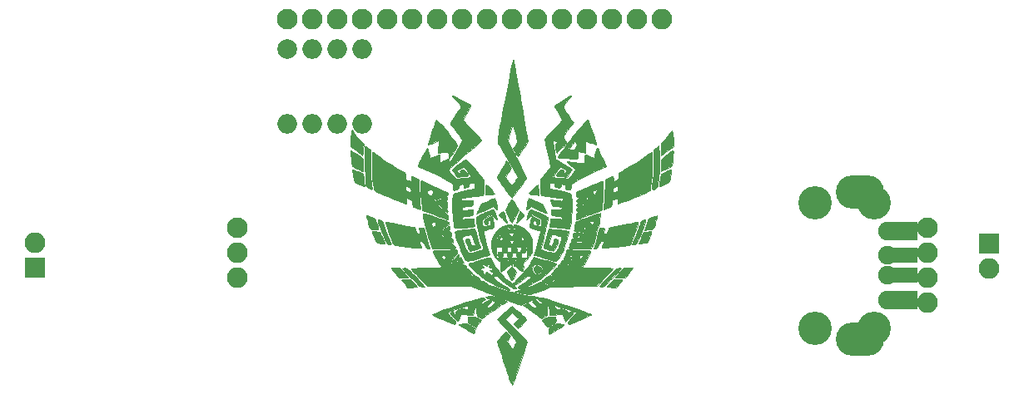
<source format=gbr>
G04 #@! TF.FileFunction,Soldermask,Top*
%FSLAX46Y46*%
G04 Gerber Fmt 4.6, Leading zero omitted, Abs format (unit mm)*
G04 Created by KiCad (PCBNEW 4.0.6) date 05/08/17 22:23:47*
%MOMM*%
%LPD*%
G01*
G04 APERTURE LIST*
%ADD10C,0.100000*%
%ADD11C,0.010000*%
%ADD12C,1.900000*%
%ADD13C,3.400000*%
%ADD14R,3.400000X1.900000*%
%ADD15R,3.400000X1.600000*%
%ADD16O,4.900000X3.400000*%
%ADD17C,2.100000*%
%ADD18O,2.100000X2.100000*%
%ADD19R,2.100000X2.100000*%
%ADD20C,2.000000*%
%ADD21O,2.000000X2.000000*%
G04 APERTURE END LIST*
D10*
D11*
G36*
X158834285Y-110720930D02*
X158968366Y-110830121D01*
X159154160Y-110989924D01*
X159371613Y-111182190D01*
X159600668Y-111388768D01*
X159821268Y-111591509D01*
X160013358Y-111772264D01*
X160156881Y-111912884D01*
X160231780Y-111995218D01*
X160238086Y-112007223D01*
X160199239Y-112076058D01*
X160096311Y-112212903D01*
X159949721Y-112390959D01*
X159913861Y-112432745D01*
X159705113Y-112675059D01*
X159562167Y-112833763D01*
X159464657Y-112918541D01*
X159392219Y-112939079D01*
X159324487Y-112905062D01*
X159241096Y-112826175D01*
X159190920Y-112776566D01*
X159060759Y-112638229D01*
X158980492Y-112529458D01*
X158968086Y-112496345D01*
X159009306Y-112418066D01*
X159115107Y-112286277D01*
X159206211Y-112187954D01*
X159444336Y-111943803D01*
X159126836Y-111663841D01*
X158961148Y-111521586D01*
X158834492Y-111419967D01*
X158775198Y-111381439D01*
X158717083Y-111422106D01*
X158596396Y-111531375D01*
X158438493Y-111686209D01*
X158427544Y-111697303D01*
X158114027Y-112015606D01*
X159034863Y-112951428D01*
X159324792Y-113246954D01*
X159595028Y-113524038D01*
X159828862Y-113765421D01*
X160009582Y-113953841D01*
X160120479Y-114072036D01*
X160130872Y-114083551D01*
X160306044Y-114279853D01*
X159582704Y-116452487D01*
X159414481Y-116954290D01*
X159256570Y-117418709D01*
X159113901Y-117831747D01*
X158991401Y-118179409D01*
X158894000Y-118447698D01*
X158826626Y-118622618D01*
X158794927Y-118689558D01*
X158745575Y-118667611D01*
X158668279Y-118528695D01*
X158561901Y-118270477D01*
X158475759Y-118035121D01*
X158397164Y-117807663D01*
X158290401Y-117490622D01*
X158162804Y-117106534D01*
X158021707Y-116677938D01*
X157874443Y-116227372D01*
X157728347Y-115777374D01*
X157590752Y-115350482D01*
X157468992Y-114969234D01*
X157370401Y-114656168D01*
X157302314Y-114433821D01*
X157288158Y-114385483D01*
X157289775Y-114281740D01*
X157356736Y-114143632D01*
X157501164Y-113948477D01*
X157559678Y-113877483D01*
X157731000Y-113678331D01*
X157889412Y-113503570D01*
X158002432Y-113388963D01*
X158007914Y-113384020D01*
X158094397Y-113314911D01*
X158163339Y-113306626D01*
X158253565Y-113369116D01*
X158366231Y-113475852D01*
X158495842Y-113614515D01*
X158575289Y-113724637D01*
X158587086Y-113757966D01*
X158553814Y-113848958D01*
X158470387Y-113995656D01*
X158432279Y-114053837D01*
X158277472Y-114281656D01*
X158504283Y-114624203D01*
X158628964Y-114809745D01*
X158729042Y-114953696D01*
X158778504Y-115019488D01*
X158830840Y-114996320D01*
X158922470Y-114884885D01*
X159033536Y-114709341D01*
X159143524Y-114508367D01*
X159194185Y-114379761D01*
X159193745Y-114288348D01*
X159152247Y-114201891D01*
X159084671Y-114112719D01*
X158946071Y-113945247D01*
X158750293Y-113715656D01*
X158511181Y-113440124D01*
X158242582Y-113134831D01*
X158145688Y-113025651D01*
X157228040Y-111993974D01*
X157510688Y-111740691D01*
X157786926Y-111495784D01*
X158059319Y-111258947D01*
X158310561Y-111044726D01*
X158523347Y-110867666D01*
X158680372Y-110742315D01*
X158764330Y-110683218D01*
X158771976Y-110680500D01*
X158834285Y-110720930D01*
X158834285Y-110720930D01*
G37*
X158834285Y-110720930D02*
X158968366Y-110830121D01*
X159154160Y-110989924D01*
X159371613Y-111182190D01*
X159600668Y-111388768D01*
X159821268Y-111591509D01*
X160013358Y-111772264D01*
X160156881Y-111912884D01*
X160231780Y-111995218D01*
X160238086Y-112007223D01*
X160199239Y-112076058D01*
X160096311Y-112212903D01*
X159949721Y-112390959D01*
X159913861Y-112432745D01*
X159705113Y-112675059D01*
X159562167Y-112833763D01*
X159464657Y-112918541D01*
X159392219Y-112939079D01*
X159324487Y-112905062D01*
X159241096Y-112826175D01*
X159190920Y-112776566D01*
X159060759Y-112638229D01*
X158980492Y-112529458D01*
X158968086Y-112496345D01*
X159009306Y-112418066D01*
X159115107Y-112286277D01*
X159206211Y-112187954D01*
X159444336Y-111943803D01*
X159126836Y-111663841D01*
X158961148Y-111521586D01*
X158834492Y-111419967D01*
X158775198Y-111381439D01*
X158717083Y-111422106D01*
X158596396Y-111531375D01*
X158438493Y-111686209D01*
X158427544Y-111697303D01*
X158114027Y-112015606D01*
X159034863Y-112951428D01*
X159324792Y-113246954D01*
X159595028Y-113524038D01*
X159828862Y-113765421D01*
X160009582Y-113953841D01*
X160120479Y-114072036D01*
X160130872Y-114083551D01*
X160306044Y-114279853D01*
X159582704Y-116452487D01*
X159414481Y-116954290D01*
X159256570Y-117418709D01*
X159113901Y-117831747D01*
X158991401Y-118179409D01*
X158894000Y-118447698D01*
X158826626Y-118622618D01*
X158794927Y-118689558D01*
X158745575Y-118667611D01*
X158668279Y-118528695D01*
X158561901Y-118270477D01*
X158475759Y-118035121D01*
X158397164Y-117807663D01*
X158290401Y-117490622D01*
X158162804Y-117106534D01*
X158021707Y-116677938D01*
X157874443Y-116227372D01*
X157728347Y-115777374D01*
X157590752Y-115350482D01*
X157468992Y-114969234D01*
X157370401Y-114656168D01*
X157302314Y-114433821D01*
X157288158Y-114385483D01*
X157289775Y-114281740D01*
X157356736Y-114143632D01*
X157501164Y-113948477D01*
X157559678Y-113877483D01*
X157731000Y-113678331D01*
X157889412Y-113503570D01*
X158002432Y-113388963D01*
X158007914Y-113384020D01*
X158094397Y-113314911D01*
X158163339Y-113306626D01*
X158253565Y-113369116D01*
X158366231Y-113475852D01*
X158495842Y-113614515D01*
X158575289Y-113724637D01*
X158587086Y-113757966D01*
X158553814Y-113848958D01*
X158470387Y-113995656D01*
X158432279Y-114053837D01*
X158277472Y-114281656D01*
X158504283Y-114624203D01*
X158628964Y-114809745D01*
X158729042Y-114953696D01*
X158778504Y-115019488D01*
X158830840Y-114996320D01*
X158922470Y-114884885D01*
X159033536Y-114709341D01*
X159143524Y-114508367D01*
X159194185Y-114379761D01*
X159193745Y-114288348D01*
X159152247Y-114201891D01*
X159084671Y-114112719D01*
X158946071Y-113945247D01*
X158750293Y-113715656D01*
X158511181Y-113440124D01*
X158242582Y-113134831D01*
X158145688Y-113025651D01*
X157228040Y-111993974D01*
X157510688Y-111740691D01*
X157786926Y-111495784D01*
X158059319Y-111258947D01*
X158310561Y-111044726D01*
X158523347Y-110867666D01*
X158680372Y-110742315D01*
X158764330Y-110683218D01*
X158771976Y-110680500D01*
X158834285Y-110720930D01*
G36*
X154181964Y-112485609D02*
X154328371Y-112530874D01*
X154510417Y-112625463D01*
X154623255Y-112690816D01*
X155028599Y-112927933D01*
X154989973Y-113185341D01*
X154956661Y-113357835D01*
X154921041Y-113471819D01*
X154911841Y-113486930D01*
X154846497Y-113471695D01*
X154694497Y-113399373D01*
X154476488Y-113280813D01*
X154213117Y-113126863D01*
X154126355Y-113074180D01*
X153855568Y-112905658D01*
X153628638Y-112759366D01*
X153465254Y-112648386D01*
X153385102Y-112585798D01*
X153380230Y-112578394D01*
X153437952Y-112552839D01*
X153589333Y-112523354D01*
X153798998Y-112496619D01*
X154021929Y-112478059D01*
X154181964Y-112485609D01*
X154181964Y-112485609D01*
G37*
X154181964Y-112485609D02*
X154328371Y-112530874D01*
X154510417Y-112625463D01*
X154623255Y-112690816D01*
X155028599Y-112927933D01*
X154989973Y-113185341D01*
X154956661Y-113357835D01*
X154921041Y-113471819D01*
X154911841Y-113486930D01*
X154846497Y-113471695D01*
X154694497Y-113399373D01*
X154476488Y-113280813D01*
X154213117Y-113126863D01*
X154126355Y-113074180D01*
X153855568Y-112905658D01*
X153628638Y-112759366D01*
X153465254Y-112648386D01*
X153385102Y-112585798D01*
X153380230Y-112578394D01*
X153437952Y-112552839D01*
X153589333Y-112523354D01*
X153798998Y-112496619D01*
X154021929Y-112478059D01*
X154181964Y-112485609D01*
G36*
X163549078Y-112488672D02*
X163631350Y-112496842D01*
X163842448Y-112525191D01*
X163992365Y-112558155D01*
X164048086Y-112587996D01*
X163998871Y-112648900D01*
X163877032Y-112738561D01*
X163841711Y-112760508D01*
X163695865Y-112849109D01*
X163478863Y-112982047D01*
X163227497Y-113136755D01*
X163106799Y-113211280D01*
X162880289Y-113350170D01*
X162698153Y-113459717D01*
X162584557Y-113525507D01*
X162559112Y-113538000D01*
X162535007Y-113483317D01*
X162502507Y-113350584D01*
X162500273Y-113339562D01*
X162467650Y-113129446D01*
X162484114Y-112984380D01*
X162568315Y-112868070D01*
X162738908Y-112744220D01*
X162837600Y-112683170D01*
X163044838Y-112562375D01*
X163197578Y-112497891D01*
X163348199Y-112477421D01*
X163549078Y-112488672D01*
X163549078Y-112488672D01*
G37*
X163549078Y-112488672D02*
X163631350Y-112496842D01*
X163842448Y-112525191D01*
X163992365Y-112558155D01*
X164048086Y-112587996D01*
X163998871Y-112648900D01*
X163877032Y-112738561D01*
X163841711Y-112760508D01*
X163695865Y-112849109D01*
X163478863Y-112982047D01*
X163227497Y-113136755D01*
X163106799Y-113211280D01*
X162880289Y-113350170D01*
X162698153Y-113459717D01*
X162584557Y-113525507D01*
X162559112Y-113538000D01*
X162535007Y-113483317D01*
X162502507Y-113350584D01*
X162500273Y-113339562D01*
X162467650Y-113129446D01*
X162484114Y-112984380D01*
X162568315Y-112868070D01*
X162738908Y-112744220D01*
X162837600Y-112683170D01*
X163044838Y-112562375D01*
X163197578Y-112497891D01*
X163348199Y-112477421D01*
X163549078Y-112488672D01*
G36*
X154976320Y-111773259D02*
X155186516Y-111822078D01*
X155388223Y-111920015D01*
X155388823Y-111920367D01*
X155662469Y-112080734D01*
X155394402Y-112456693D01*
X155259630Y-112640214D01*
X155153088Y-112775143D01*
X155095676Y-112835163D01*
X155093141Y-112836076D01*
X155026132Y-112807743D01*
X154880666Y-112729912D01*
X154686954Y-112618819D01*
X154667645Y-112607424D01*
X154438174Y-112458837D01*
X154305688Y-112328080D01*
X154250535Y-112182727D01*
X154253066Y-111990351D01*
X154259933Y-111934625D01*
X154278996Y-111841006D01*
X154324457Y-111788749D01*
X154426627Y-111765807D01*
X154615816Y-111760135D01*
X154699339Y-111760000D01*
X154976320Y-111773259D01*
X154976320Y-111773259D01*
G37*
X154976320Y-111773259D02*
X155186516Y-111822078D01*
X155388223Y-111920015D01*
X155388823Y-111920367D01*
X155662469Y-112080734D01*
X155394402Y-112456693D01*
X155259630Y-112640214D01*
X155153088Y-112775143D01*
X155095676Y-112835163D01*
X155093141Y-112836076D01*
X155026132Y-112807743D01*
X154880666Y-112729912D01*
X154686954Y-112618819D01*
X154667645Y-112607424D01*
X154438174Y-112458837D01*
X154305688Y-112328080D01*
X154250535Y-112182727D01*
X154253066Y-111990351D01*
X154259933Y-111934625D01*
X154278996Y-111841006D01*
X154324457Y-111788749D01*
X154426627Y-111765807D01*
X154615816Y-111760135D01*
X154699339Y-111760000D01*
X154976320Y-111773259D01*
G36*
X163007975Y-111770727D02*
X163143411Y-111818231D01*
X163206001Y-111925494D01*
X163222445Y-112115498D01*
X163222586Y-112146982D01*
X163205144Y-112262259D01*
X163136623Y-112362977D01*
X162992729Y-112477618D01*
X162873173Y-112556594D01*
X162680455Y-112676846D01*
X162524028Y-112769016D01*
X162444548Y-112810029D01*
X162369298Y-112778350D01*
X162246603Y-112666745D01*
X162102371Y-112498961D01*
X162095461Y-112490044D01*
X161960882Y-112308796D01*
X161864177Y-112165658D01*
X161825632Y-112090722D01*
X161825586Y-112089723D01*
X161883017Y-112012142D01*
X162033315Y-111929078D01*
X162243485Y-111852014D01*
X162480531Y-111792434D01*
X162711459Y-111761820D01*
X162772990Y-111760000D01*
X163007975Y-111770727D01*
X163007975Y-111770727D01*
G37*
X163007975Y-111770727D02*
X163143411Y-111818231D01*
X163206001Y-111925494D01*
X163222445Y-112115498D01*
X163222586Y-112146982D01*
X163205144Y-112262259D01*
X163136623Y-112362977D01*
X162992729Y-112477618D01*
X162873173Y-112556594D01*
X162680455Y-112676846D01*
X162524028Y-112769016D01*
X162444548Y-112810029D01*
X162369298Y-112778350D01*
X162246603Y-112666745D01*
X162102371Y-112498961D01*
X162095461Y-112490044D01*
X161960882Y-112308796D01*
X161864177Y-112165658D01*
X161825632Y-112090722D01*
X161825586Y-112089723D01*
X161883017Y-112012142D01*
X162033315Y-111929078D01*
X162243485Y-111852014D01*
X162480531Y-111792434D01*
X162711459Y-111761820D01*
X162772990Y-111760000D01*
X163007975Y-111770727D01*
G36*
X155886896Y-109840945D02*
X155916225Y-109852934D01*
X156023153Y-109931443D01*
X156024878Y-110010157D01*
X155915942Y-110107062D01*
X155821119Y-110166278D01*
X155690021Y-110262227D01*
X155631694Y-110343279D01*
X155634367Y-110363050D01*
X155710806Y-110419222D01*
X155832878Y-110391848D01*
X156018199Y-110275890D01*
X156067650Y-110239171D01*
X156229704Y-110128571D01*
X156348243Y-110090824D01*
X156472675Y-110112211D01*
X156496275Y-110120149D01*
X156625708Y-110172575D01*
X156682008Y-110209853D01*
X156682086Y-110210627D01*
X156639043Y-110263785D01*
X156528333Y-110373137D01*
X156428086Y-110465804D01*
X156261282Y-110626062D01*
X156189144Y-110728908D01*
X156205168Y-110793704D01*
X156302501Y-110839699D01*
X156416140Y-110835662D01*
X156571056Y-110752697D01*
X156738041Y-110623316D01*
X157045166Y-110366177D01*
X157308126Y-110469471D01*
X157465693Y-110539308D01*
X157557832Y-110595555D01*
X157567972Y-110610757D01*
X157516447Y-110658786D01*
X157380371Y-110757108D01*
X157183218Y-110889236D01*
X157044097Y-110978691D01*
X156754590Y-111170236D01*
X156448492Y-111385738D01*
X156181136Y-111585942D01*
X156122766Y-111632285D01*
X155722196Y-111955939D01*
X155189836Y-111662955D01*
X155158086Y-111192597D01*
X155128754Y-110933388D01*
X155085852Y-110762571D01*
X155036195Y-110689308D01*
X154986600Y-110722766D01*
X154943883Y-110872109D01*
X154939478Y-110898672D01*
X154903119Y-111131073D01*
X154868363Y-111353089D01*
X154832640Y-111581179D01*
X153532286Y-111492547D01*
X153411286Y-111848523D01*
X153335160Y-112038501D01*
X153261308Y-112167651D01*
X153215940Y-112204500D01*
X153150855Y-112162349D01*
X153031848Y-112052561D01*
X152881944Y-111900134D01*
X152724165Y-111730065D01*
X152581537Y-111567352D01*
X152477084Y-111436993D01*
X152433828Y-111363984D01*
X152435653Y-111357331D01*
X152504946Y-111323335D01*
X152633961Y-111266218D01*
X152756326Y-111222932D01*
X152802086Y-111253468D01*
X152808586Y-111348611D01*
X152836858Y-111474961D01*
X152903857Y-111497681D01*
X152982855Y-111421976D01*
X153033579Y-111304804D01*
X153147834Y-111129756D01*
X153349412Y-111010616D01*
X153608026Y-110955364D01*
X153893388Y-110971980D01*
X154085385Y-111027658D01*
X154176870Y-111018114D01*
X154257323Y-110898364D01*
X154268557Y-110872275D01*
X154313941Y-110729509D01*
X154315999Y-110643621D01*
X154313368Y-110640115D01*
X154245541Y-110647954D01*
X154082058Y-110690162D01*
X153847045Y-110758902D01*
X153564628Y-110846341D01*
X153258933Y-110944642D01*
X152954087Y-111045971D01*
X152674216Y-111142492D01*
X152443446Y-111226372D01*
X152285903Y-111289774D01*
X152237086Y-111314393D01*
X152206853Y-111359127D01*
X152233596Y-111435052D01*
X152328450Y-111559323D01*
X152502553Y-111749089D01*
X152554586Y-111803396D01*
X152741014Y-111995408D01*
X152896990Y-112153107D01*
X152999701Y-112253565D01*
X153024214Y-112275365D01*
X153057933Y-112362460D01*
X153011449Y-112461149D01*
X152913866Y-112518367D01*
X152889953Y-112520154D01*
X152797332Y-112495254D01*
X152609375Y-112427235D01*
X152346932Y-112324257D01*
X152030855Y-112194483D01*
X151713727Y-112059779D01*
X151375633Y-111911836D01*
X151081858Y-111779237D01*
X150850779Y-111670612D01*
X150700774Y-111594589D01*
X150650102Y-111560377D01*
X150707647Y-111515350D01*
X150870710Y-111436905D01*
X151123932Y-111330576D01*
X151451953Y-111201900D01*
X151839414Y-111056413D01*
X152270956Y-110899650D01*
X152731218Y-110737149D01*
X153204842Y-110574444D01*
X153676467Y-110417072D01*
X154130734Y-110270569D01*
X154552284Y-110140471D01*
X154757350Y-110080016D01*
X155154303Y-109967690D01*
X155448091Y-109891077D01*
X155656357Y-109846720D01*
X155796745Y-109831161D01*
X155886896Y-109840945D01*
X155886896Y-109840945D01*
G37*
X155886896Y-109840945D02*
X155916225Y-109852934D01*
X156023153Y-109931443D01*
X156024878Y-110010157D01*
X155915942Y-110107062D01*
X155821119Y-110166278D01*
X155690021Y-110262227D01*
X155631694Y-110343279D01*
X155634367Y-110363050D01*
X155710806Y-110419222D01*
X155832878Y-110391848D01*
X156018199Y-110275890D01*
X156067650Y-110239171D01*
X156229704Y-110128571D01*
X156348243Y-110090824D01*
X156472675Y-110112211D01*
X156496275Y-110120149D01*
X156625708Y-110172575D01*
X156682008Y-110209853D01*
X156682086Y-110210627D01*
X156639043Y-110263785D01*
X156528333Y-110373137D01*
X156428086Y-110465804D01*
X156261282Y-110626062D01*
X156189144Y-110728908D01*
X156205168Y-110793704D01*
X156302501Y-110839699D01*
X156416140Y-110835662D01*
X156571056Y-110752697D01*
X156738041Y-110623316D01*
X157045166Y-110366177D01*
X157308126Y-110469471D01*
X157465693Y-110539308D01*
X157557832Y-110595555D01*
X157567972Y-110610757D01*
X157516447Y-110658786D01*
X157380371Y-110757108D01*
X157183218Y-110889236D01*
X157044097Y-110978691D01*
X156754590Y-111170236D01*
X156448492Y-111385738D01*
X156181136Y-111585942D01*
X156122766Y-111632285D01*
X155722196Y-111955939D01*
X155189836Y-111662955D01*
X155158086Y-111192597D01*
X155128754Y-110933388D01*
X155085852Y-110762571D01*
X155036195Y-110689308D01*
X154986600Y-110722766D01*
X154943883Y-110872109D01*
X154939478Y-110898672D01*
X154903119Y-111131073D01*
X154868363Y-111353089D01*
X154832640Y-111581179D01*
X153532286Y-111492547D01*
X153411286Y-111848523D01*
X153335160Y-112038501D01*
X153261308Y-112167651D01*
X153215940Y-112204500D01*
X153150855Y-112162349D01*
X153031848Y-112052561D01*
X152881944Y-111900134D01*
X152724165Y-111730065D01*
X152581537Y-111567352D01*
X152477084Y-111436993D01*
X152433828Y-111363984D01*
X152435653Y-111357331D01*
X152504946Y-111323335D01*
X152633961Y-111266218D01*
X152756326Y-111222932D01*
X152802086Y-111253468D01*
X152808586Y-111348611D01*
X152836858Y-111474961D01*
X152903857Y-111497681D01*
X152982855Y-111421976D01*
X153033579Y-111304804D01*
X153147834Y-111129756D01*
X153349412Y-111010616D01*
X153608026Y-110955364D01*
X153893388Y-110971980D01*
X154085385Y-111027658D01*
X154176870Y-111018114D01*
X154257323Y-110898364D01*
X154268557Y-110872275D01*
X154313941Y-110729509D01*
X154315999Y-110643621D01*
X154313368Y-110640115D01*
X154245541Y-110647954D01*
X154082058Y-110690162D01*
X153847045Y-110758902D01*
X153564628Y-110846341D01*
X153258933Y-110944642D01*
X152954087Y-111045971D01*
X152674216Y-111142492D01*
X152443446Y-111226372D01*
X152285903Y-111289774D01*
X152237086Y-111314393D01*
X152206853Y-111359127D01*
X152233596Y-111435052D01*
X152328450Y-111559323D01*
X152502553Y-111749089D01*
X152554586Y-111803396D01*
X152741014Y-111995408D01*
X152896990Y-112153107D01*
X152999701Y-112253565D01*
X153024214Y-112275365D01*
X153057933Y-112362460D01*
X153011449Y-112461149D01*
X152913866Y-112518367D01*
X152889953Y-112520154D01*
X152797332Y-112495254D01*
X152609375Y-112427235D01*
X152346932Y-112324257D01*
X152030855Y-112194483D01*
X151713727Y-112059779D01*
X151375633Y-111911836D01*
X151081858Y-111779237D01*
X150850779Y-111670612D01*
X150700774Y-111594589D01*
X150650102Y-111560377D01*
X150707647Y-111515350D01*
X150870710Y-111436905D01*
X151123932Y-111330576D01*
X151451953Y-111201900D01*
X151839414Y-111056413D01*
X152270956Y-110899650D01*
X152731218Y-110737149D01*
X153204842Y-110574444D01*
X153676467Y-110417072D01*
X154130734Y-110270569D01*
X154552284Y-110140471D01*
X154757350Y-110080016D01*
X155154303Y-109967690D01*
X155448091Y-109891077D01*
X155656357Y-109846720D01*
X155796745Y-109831161D01*
X155886896Y-109840945D01*
G36*
X153170919Y-105108640D02*
X153198465Y-105190791D01*
X153192405Y-105275192D01*
X153141552Y-105386226D01*
X153034722Y-105548276D01*
X152860728Y-105785724D01*
X152859636Y-105787188D01*
X152702261Y-106006219D01*
X152583679Y-106186957D01*
X152518350Y-106306366D01*
X152511982Y-106341063D01*
X152586239Y-106373258D01*
X152754599Y-106429179D01*
X152988241Y-106500631D01*
X153258347Y-106579414D01*
X153536097Y-106657332D01*
X153792671Y-106726188D01*
X153999250Y-106777785D01*
X154127014Y-106803924D01*
X154145073Y-106805570D01*
X154241614Y-106849239D01*
X154384903Y-106959975D01*
X154489072Y-107058681D01*
X154734833Y-107310363D01*
X154655252Y-107677806D01*
X154605789Y-107904467D01*
X154562601Y-108099436D01*
X154542495Y-108188125D01*
X154533606Y-108280140D01*
X154585728Y-108318417D01*
X154729713Y-108322381D01*
X154754327Y-108321485D01*
X154890900Y-108313071D01*
X154906497Y-108301238D01*
X154824711Y-108285517D01*
X154720220Y-108256307D01*
X154665166Y-108191942D01*
X154655178Y-108067938D01*
X154685881Y-107859813D01*
X154719468Y-107696232D01*
X154764891Y-107511053D01*
X154805974Y-107430153D01*
X154857197Y-107432215D01*
X154885011Y-107452519D01*
X154946431Y-107552060D01*
X154953127Y-107723165D01*
X154943843Y-107804662D01*
X154906515Y-108077000D01*
X155175175Y-108066325D01*
X155443836Y-108055650D01*
X155205466Y-108030727D01*
X155051695Y-108006685D01*
X154994325Y-107958798D01*
X155002914Y-107856896D01*
X155008024Y-107835027D01*
X155044528Y-107701940D01*
X155068840Y-107640719D01*
X155124904Y-107663179D01*
X155247595Y-107746094D01*
X155350474Y-107824495D01*
X155501824Y-107956915D01*
X155554029Y-108040636D01*
X155528027Y-108085178D01*
X155509553Y-108124172D01*
X155615129Y-108139660D01*
X155634336Y-108139946D01*
X155823858Y-108176886D01*
X156009046Y-108262775D01*
X156193256Y-108384214D01*
X156009046Y-108411592D01*
X155915733Y-108429189D01*
X155936003Y-108440295D01*
X156076494Y-108448326D01*
X156080763Y-108448485D01*
X156257637Y-108477911D01*
X156504885Y-108547939D01*
X156777858Y-108645333D01*
X156866031Y-108681247D01*
X157506959Y-108920620D01*
X158253071Y-109141799D01*
X159110309Y-109346271D01*
X160084617Y-109535520D01*
X160683549Y-109635399D01*
X160965984Y-109684615D01*
X161204596Y-109734654D01*
X161369395Y-109778732D01*
X161425929Y-109803305D01*
X161531012Y-109836380D01*
X161569684Y-109824425D01*
X161665571Y-109821586D01*
X161866693Y-109857877D01*
X162158936Y-109929006D01*
X162528189Y-110030678D01*
X162960341Y-110158599D01*
X163441279Y-110308477D01*
X163956892Y-110476017D01*
X164493068Y-110656925D01*
X165035696Y-110846909D01*
X165570663Y-111041674D01*
X165572086Y-111042203D01*
X165999726Y-111201587D01*
X166321614Y-111323125D01*
X166551154Y-111412908D01*
X166701751Y-111477022D01*
X166786811Y-111521558D01*
X166819739Y-111552604D01*
X166813940Y-111576248D01*
X166788892Y-111594880D01*
X166693436Y-111642774D01*
X166509138Y-111726382D01*
X166258922Y-111836045D01*
X165965714Y-111962105D01*
X165652439Y-112094904D01*
X165342022Y-112224784D01*
X165057388Y-112342086D01*
X164821461Y-112437152D01*
X164657167Y-112500324D01*
X164588248Y-112522000D01*
X164484879Y-112481275D01*
X164443738Y-112447752D01*
X164430792Y-112390496D01*
X164478939Y-112290084D01*
X164597612Y-112132502D01*
X164796241Y-111903738D01*
X164849757Y-111844502D01*
X165037920Y-111634690D01*
X165186360Y-111464251D01*
X165279177Y-111351784D01*
X165301914Y-111315500D01*
X165235780Y-111295771D01*
X165069172Y-111240958D01*
X164821591Y-111157624D01*
X164512542Y-111052330D01*
X164184695Y-110939633D01*
X163838724Y-110823435D01*
X163538081Y-110728575D01*
X163301524Y-110660468D01*
X163147807Y-110624526D01*
X163095586Y-110625287D01*
X163122604Y-110720668D01*
X163187739Y-110865004D01*
X163189191Y-110867818D01*
X163258090Y-110981078D01*
X163335878Y-111019807D01*
X163471273Y-111000574D01*
X163533968Y-110985076D01*
X163781727Y-110959060D01*
X164029965Y-110993136D01*
X164245088Y-111075534D01*
X164393504Y-111194483D01*
X164441112Y-111302906D01*
X164498848Y-111448531D01*
X164578092Y-111495418D01*
X164660900Y-111489428D01*
X164658988Y-111404001D01*
X164653188Y-111384836D01*
X164655174Y-111277165D01*
X164752070Y-111250525D01*
X164900142Y-111290543D01*
X164976671Y-111340114D01*
X164985024Y-111415874D01*
X164917493Y-111532779D01*
X164766371Y-111705783D01*
X164597846Y-111877078D01*
X164195106Y-112276238D01*
X164052593Y-111885383D01*
X163910081Y-111494528D01*
X162596709Y-111584048D01*
X162552192Y-111132274D01*
X162517284Y-110870951D01*
X162473815Y-110724419D01*
X162420631Y-110680500D01*
X162373159Y-110713882D01*
X162345631Y-110827161D01*
X162334367Y-111040038D01*
X162333586Y-111146658D01*
X162333586Y-111612816D01*
X161724752Y-111944184D01*
X161294911Y-111601636D01*
X161029887Y-111399977D01*
X160715730Y-111174906D01*
X160411934Y-110968807D01*
X160353805Y-110931124D01*
X159842538Y-110603160D01*
X160112299Y-110482385D01*
X160382059Y-110361609D01*
X160643447Y-110573169D01*
X160842295Y-110730432D01*
X160972874Y-110817671D01*
X161063822Y-110846944D01*
X161143779Y-110830313D01*
X161194700Y-110805298D01*
X161265940Y-110759196D01*
X161272686Y-110709628D01*
X161203428Y-110629705D01*
X161069012Y-110511663D01*
X160924246Y-110379462D01*
X160830076Y-110277569D01*
X160809586Y-110241244D01*
X160860818Y-110182879D01*
X160973703Y-110118108D01*
X161086163Y-110081890D01*
X161188591Y-110102525D01*
X161325867Y-110192924D01*
X161379716Y-110234915D01*
X161601829Y-110381776D01*
X161762967Y-110423514D01*
X161854506Y-110367578D01*
X161826468Y-110305124D01*
X161714005Y-110213379D01*
X161634106Y-110164319D01*
X161478030Y-110056467D01*
X161408189Y-109963672D01*
X161408945Y-109937490D01*
X161421632Y-109891199D01*
X161405711Y-109868785D01*
X161345413Y-109875015D01*
X161224969Y-109914658D01*
X161028610Y-109992481D01*
X160740568Y-110113252D01*
X160526706Y-110204250D01*
X160224156Y-110330814D01*
X159959596Y-110436925D01*
X159756723Y-110513416D01*
X159639234Y-110551120D01*
X159623887Y-110553500D01*
X159520680Y-110531060D01*
X159314342Y-110467381D01*
X159019843Y-110367924D01*
X158652156Y-110238149D01*
X158226250Y-110083518D01*
X157757097Y-109909490D01*
X157259668Y-109721528D01*
X156748933Y-109525092D01*
X156239865Y-109325641D01*
X156040844Y-109246555D01*
X154542353Y-108648500D01*
X152326094Y-108643039D01*
X150109836Y-108637578D01*
X149847423Y-108362860D01*
X155134566Y-108362860D01*
X155206684Y-108372436D01*
X155348586Y-108375471D01*
X155505354Y-108371533D01*
X155564109Y-108361283D01*
X155523211Y-108349017D01*
X155318099Y-108338388D01*
X155173961Y-108349017D01*
X155134566Y-108362860D01*
X149847423Y-108362860D01*
X149284336Y-107773370D01*
X148997508Y-107471983D01*
X148789680Y-107249113D01*
X148651513Y-107092030D01*
X148573672Y-106988004D01*
X148546818Y-106924307D01*
X148561614Y-106888209D01*
X148608724Y-106866981D01*
X148617586Y-106864410D01*
X148731789Y-106849317D01*
X148948615Y-106835577D01*
X149243687Y-106824181D01*
X149592628Y-106816119D01*
X149887586Y-106812777D01*
X150277815Y-106808209D01*
X150648704Y-106799962D01*
X150971149Y-106788967D01*
X151216044Y-106776161D01*
X151325634Y-106766631D01*
X151652433Y-106727367D01*
X151435285Y-106442888D01*
X151328066Y-106284803D01*
X151200584Y-106070681D01*
X151066130Y-105826560D01*
X150983903Y-105667358D01*
X151607220Y-105667358D01*
X151654660Y-105808383D01*
X151668117Y-105825800D01*
X151797825Y-105911570D01*
X151932289Y-105871736D01*
X151987503Y-105817427D01*
X152031583Y-105688593D01*
X151974015Y-105573790D01*
X151838181Y-105509338D01*
X151786534Y-105505250D01*
X151656236Y-105552622D01*
X151607220Y-105667358D01*
X150983903Y-105667358D01*
X150937998Y-105578481D01*
X150829477Y-105352480D01*
X150753861Y-105174598D01*
X150724441Y-105070873D01*
X150727698Y-105056720D01*
X150797329Y-105045480D01*
X150973459Y-105031684D01*
X151235641Y-105016517D01*
X151563430Y-105001167D01*
X151926778Y-104987152D01*
X153097012Y-104946431D01*
X153170919Y-105108640D01*
X153170919Y-105108640D01*
G37*
X153170919Y-105108640D02*
X153198465Y-105190791D01*
X153192405Y-105275192D01*
X153141552Y-105386226D01*
X153034722Y-105548276D01*
X152860728Y-105785724D01*
X152859636Y-105787188D01*
X152702261Y-106006219D01*
X152583679Y-106186957D01*
X152518350Y-106306366D01*
X152511982Y-106341063D01*
X152586239Y-106373258D01*
X152754599Y-106429179D01*
X152988241Y-106500631D01*
X153258347Y-106579414D01*
X153536097Y-106657332D01*
X153792671Y-106726188D01*
X153999250Y-106777785D01*
X154127014Y-106803924D01*
X154145073Y-106805570D01*
X154241614Y-106849239D01*
X154384903Y-106959975D01*
X154489072Y-107058681D01*
X154734833Y-107310363D01*
X154655252Y-107677806D01*
X154605789Y-107904467D01*
X154562601Y-108099436D01*
X154542495Y-108188125D01*
X154533606Y-108280140D01*
X154585728Y-108318417D01*
X154729713Y-108322381D01*
X154754327Y-108321485D01*
X154890900Y-108313071D01*
X154906497Y-108301238D01*
X154824711Y-108285517D01*
X154720220Y-108256307D01*
X154665166Y-108191942D01*
X154655178Y-108067938D01*
X154685881Y-107859813D01*
X154719468Y-107696232D01*
X154764891Y-107511053D01*
X154805974Y-107430153D01*
X154857197Y-107432215D01*
X154885011Y-107452519D01*
X154946431Y-107552060D01*
X154953127Y-107723165D01*
X154943843Y-107804662D01*
X154906515Y-108077000D01*
X155175175Y-108066325D01*
X155443836Y-108055650D01*
X155205466Y-108030727D01*
X155051695Y-108006685D01*
X154994325Y-107958798D01*
X155002914Y-107856896D01*
X155008024Y-107835027D01*
X155044528Y-107701940D01*
X155068840Y-107640719D01*
X155124904Y-107663179D01*
X155247595Y-107746094D01*
X155350474Y-107824495D01*
X155501824Y-107956915D01*
X155554029Y-108040636D01*
X155528027Y-108085178D01*
X155509553Y-108124172D01*
X155615129Y-108139660D01*
X155634336Y-108139946D01*
X155823858Y-108176886D01*
X156009046Y-108262775D01*
X156193256Y-108384214D01*
X156009046Y-108411592D01*
X155915733Y-108429189D01*
X155936003Y-108440295D01*
X156076494Y-108448326D01*
X156080763Y-108448485D01*
X156257637Y-108477911D01*
X156504885Y-108547939D01*
X156777858Y-108645333D01*
X156866031Y-108681247D01*
X157506959Y-108920620D01*
X158253071Y-109141799D01*
X159110309Y-109346271D01*
X160084617Y-109535520D01*
X160683549Y-109635399D01*
X160965984Y-109684615D01*
X161204596Y-109734654D01*
X161369395Y-109778732D01*
X161425929Y-109803305D01*
X161531012Y-109836380D01*
X161569684Y-109824425D01*
X161665571Y-109821586D01*
X161866693Y-109857877D01*
X162158936Y-109929006D01*
X162528189Y-110030678D01*
X162960341Y-110158599D01*
X163441279Y-110308477D01*
X163956892Y-110476017D01*
X164493068Y-110656925D01*
X165035696Y-110846909D01*
X165570663Y-111041674D01*
X165572086Y-111042203D01*
X165999726Y-111201587D01*
X166321614Y-111323125D01*
X166551154Y-111412908D01*
X166701751Y-111477022D01*
X166786811Y-111521558D01*
X166819739Y-111552604D01*
X166813940Y-111576248D01*
X166788892Y-111594880D01*
X166693436Y-111642774D01*
X166509138Y-111726382D01*
X166258922Y-111836045D01*
X165965714Y-111962105D01*
X165652439Y-112094904D01*
X165342022Y-112224784D01*
X165057388Y-112342086D01*
X164821461Y-112437152D01*
X164657167Y-112500324D01*
X164588248Y-112522000D01*
X164484879Y-112481275D01*
X164443738Y-112447752D01*
X164430792Y-112390496D01*
X164478939Y-112290084D01*
X164597612Y-112132502D01*
X164796241Y-111903738D01*
X164849757Y-111844502D01*
X165037920Y-111634690D01*
X165186360Y-111464251D01*
X165279177Y-111351784D01*
X165301914Y-111315500D01*
X165235780Y-111295771D01*
X165069172Y-111240958D01*
X164821591Y-111157624D01*
X164512542Y-111052330D01*
X164184695Y-110939633D01*
X163838724Y-110823435D01*
X163538081Y-110728575D01*
X163301524Y-110660468D01*
X163147807Y-110624526D01*
X163095586Y-110625287D01*
X163122604Y-110720668D01*
X163187739Y-110865004D01*
X163189191Y-110867818D01*
X163258090Y-110981078D01*
X163335878Y-111019807D01*
X163471273Y-111000574D01*
X163533968Y-110985076D01*
X163781727Y-110959060D01*
X164029965Y-110993136D01*
X164245088Y-111075534D01*
X164393504Y-111194483D01*
X164441112Y-111302906D01*
X164498848Y-111448531D01*
X164578092Y-111495418D01*
X164660900Y-111489428D01*
X164658988Y-111404001D01*
X164653188Y-111384836D01*
X164655174Y-111277165D01*
X164752070Y-111250525D01*
X164900142Y-111290543D01*
X164976671Y-111340114D01*
X164985024Y-111415874D01*
X164917493Y-111532779D01*
X164766371Y-111705783D01*
X164597846Y-111877078D01*
X164195106Y-112276238D01*
X164052593Y-111885383D01*
X163910081Y-111494528D01*
X162596709Y-111584048D01*
X162552192Y-111132274D01*
X162517284Y-110870951D01*
X162473815Y-110724419D01*
X162420631Y-110680500D01*
X162373159Y-110713882D01*
X162345631Y-110827161D01*
X162334367Y-111040038D01*
X162333586Y-111146658D01*
X162333586Y-111612816D01*
X161724752Y-111944184D01*
X161294911Y-111601636D01*
X161029887Y-111399977D01*
X160715730Y-111174906D01*
X160411934Y-110968807D01*
X160353805Y-110931124D01*
X159842538Y-110603160D01*
X160112299Y-110482385D01*
X160382059Y-110361609D01*
X160643447Y-110573169D01*
X160842295Y-110730432D01*
X160972874Y-110817671D01*
X161063822Y-110846944D01*
X161143779Y-110830313D01*
X161194700Y-110805298D01*
X161265940Y-110759196D01*
X161272686Y-110709628D01*
X161203428Y-110629705D01*
X161069012Y-110511663D01*
X160924246Y-110379462D01*
X160830076Y-110277569D01*
X160809586Y-110241244D01*
X160860818Y-110182879D01*
X160973703Y-110118108D01*
X161086163Y-110081890D01*
X161188591Y-110102525D01*
X161325867Y-110192924D01*
X161379716Y-110234915D01*
X161601829Y-110381776D01*
X161762967Y-110423514D01*
X161854506Y-110367578D01*
X161826468Y-110305124D01*
X161714005Y-110213379D01*
X161634106Y-110164319D01*
X161478030Y-110056467D01*
X161408189Y-109963672D01*
X161408945Y-109937490D01*
X161421632Y-109891199D01*
X161405711Y-109868785D01*
X161345413Y-109875015D01*
X161224969Y-109914658D01*
X161028610Y-109992481D01*
X160740568Y-110113252D01*
X160526706Y-110204250D01*
X160224156Y-110330814D01*
X159959596Y-110436925D01*
X159756723Y-110513416D01*
X159639234Y-110551120D01*
X159623887Y-110553500D01*
X159520680Y-110531060D01*
X159314342Y-110467381D01*
X159019843Y-110367924D01*
X158652156Y-110238149D01*
X158226250Y-110083518D01*
X157757097Y-109909490D01*
X157259668Y-109721528D01*
X156748933Y-109525092D01*
X156239865Y-109325641D01*
X156040844Y-109246555D01*
X154542353Y-108648500D01*
X152326094Y-108643039D01*
X150109836Y-108637578D01*
X149847423Y-108362860D01*
X155134566Y-108362860D01*
X155206684Y-108372436D01*
X155348586Y-108375471D01*
X155505354Y-108371533D01*
X155564109Y-108361283D01*
X155523211Y-108349017D01*
X155318099Y-108338388D01*
X155173961Y-108349017D01*
X155134566Y-108362860D01*
X149847423Y-108362860D01*
X149284336Y-107773370D01*
X148997508Y-107471983D01*
X148789680Y-107249113D01*
X148651513Y-107092030D01*
X148573672Y-106988004D01*
X148546818Y-106924307D01*
X148561614Y-106888209D01*
X148608724Y-106866981D01*
X148617586Y-106864410D01*
X148731789Y-106849317D01*
X148948615Y-106835577D01*
X149243687Y-106824181D01*
X149592628Y-106816119D01*
X149887586Y-106812777D01*
X150277815Y-106808209D01*
X150648704Y-106799962D01*
X150971149Y-106788967D01*
X151216044Y-106776161D01*
X151325634Y-106766631D01*
X151652433Y-106727367D01*
X151435285Y-106442888D01*
X151328066Y-106284803D01*
X151200584Y-106070681D01*
X151066130Y-105826560D01*
X150983903Y-105667358D01*
X151607220Y-105667358D01*
X151654660Y-105808383D01*
X151668117Y-105825800D01*
X151797825Y-105911570D01*
X151932289Y-105871736D01*
X151987503Y-105817427D01*
X152031583Y-105688593D01*
X151974015Y-105573790D01*
X151838181Y-105509338D01*
X151786534Y-105505250D01*
X151656236Y-105552622D01*
X151607220Y-105667358D01*
X150983903Y-105667358D01*
X150937998Y-105578481D01*
X150829477Y-105352480D01*
X150753861Y-105174598D01*
X150724441Y-105070873D01*
X150727698Y-105056720D01*
X150797329Y-105045480D01*
X150973459Y-105031684D01*
X151235641Y-105016517D01*
X151563430Y-105001167D01*
X151926778Y-104987152D01*
X153097012Y-104946431D01*
X153170919Y-105108640D01*
G36*
X156780520Y-109683452D02*
X156940243Y-109711556D01*
X157138285Y-109771378D01*
X157407021Y-109869682D01*
X157557774Y-109927556D01*
X157832879Y-110036708D01*
X158058550Y-110131709D01*
X158211780Y-110202483D01*
X158269561Y-110238954D01*
X158269586Y-110239267D01*
X158216486Y-110291792D01*
X158087091Y-110362446D01*
X157926255Y-110431255D01*
X157778832Y-110478247D01*
X157711806Y-110487639D01*
X157614905Y-110462796D01*
X157427153Y-110396507D01*
X157174002Y-110298344D01*
X156880904Y-110177877D01*
X156825168Y-110154264D01*
X156538419Y-110029200D01*
X156299310Y-109919181D01*
X156129428Y-109834575D01*
X156050362Y-109785751D01*
X156047293Y-109780679D01*
X156104840Y-109752541D01*
X156255250Y-109721052D01*
X156446524Y-109695332D01*
X156626739Y-109680299D01*
X156780520Y-109683452D01*
X156780520Y-109683452D01*
G37*
X156780520Y-109683452D02*
X156940243Y-109711556D01*
X157138285Y-109771378D01*
X157407021Y-109869682D01*
X157557774Y-109927556D01*
X157832879Y-110036708D01*
X158058550Y-110131709D01*
X158211780Y-110202483D01*
X158269561Y-110238954D01*
X158269586Y-110239267D01*
X158216486Y-110291792D01*
X158087091Y-110362446D01*
X157926255Y-110431255D01*
X157778832Y-110478247D01*
X157711806Y-110487639D01*
X157614905Y-110462796D01*
X157427153Y-110396507D01*
X157174002Y-110298344D01*
X156880904Y-110177877D01*
X156825168Y-110154264D01*
X156538419Y-110029200D01*
X156299310Y-109919181D01*
X156129428Y-109834575D01*
X156050362Y-109785751D01*
X156047293Y-109780679D01*
X156104840Y-109752541D01*
X156255250Y-109721052D01*
X156446524Y-109695332D01*
X156626739Y-109680299D01*
X156780520Y-109683452D01*
G36*
X165559952Y-104986980D02*
X165933267Y-105001649D01*
X166261346Y-105017733D01*
X166523677Y-105033964D01*
X166699745Y-105049076D01*
X166768872Y-105061619D01*
X166760061Y-105133004D01*
X166700854Y-105288322D01*
X166604215Y-105501439D01*
X166483107Y-105746220D01*
X166350491Y-105996532D01*
X166219332Y-106226240D01*
X166102593Y-106409210D01*
X166095307Y-106419577D01*
X165888278Y-106711750D01*
X166063557Y-106751862D01*
X166177624Y-106764076D01*
X166397248Y-106775502D01*
X166700986Y-106785483D01*
X167067395Y-106793363D01*
X167475031Y-106798485D01*
X167619961Y-106799487D01*
X168096402Y-106803778D01*
X168457985Y-106811308D01*
X168716824Y-106822842D01*
X168885036Y-106839143D01*
X168974737Y-106860974D01*
X168998347Y-106886375D01*
X168955407Y-106955593D01*
X168837736Y-107099741D01*
X168659322Y-107302873D01*
X168434153Y-107549045D01*
X168188722Y-107809249D01*
X167381836Y-108652749D01*
X162555836Y-108731573D01*
X162079586Y-108947755D01*
X161883080Y-109032698D01*
X161635218Y-109133771D01*
X161362401Y-109240982D01*
X161091031Y-109344341D01*
X160847509Y-109433854D01*
X160658239Y-109499533D01*
X160549621Y-109531384D01*
X160534651Y-109532407D01*
X160472018Y-109518719D01*
X160309951Y-109485352D01*
X160073571Y-109437434D01*
X159809641Y-109384420D01*
X159523008Y-109324468D01*
X159284005Y-109269578D01*
X159119164Y-109226170D01*
X159056023Y-109202103D01*
X159080663Y-109163462D01*
X159194776Y-109124862D01*
X159198718Y-109124014D01*
X159543359Y-109036658D01*
X159952167Y-108911393D01*
X160379944Y-108763933D01*
X160781494Y-108609991D01*
X161111621Y-108465282D01*
X161155565Y-108443648D01*
X161660295Y-108189907D01*
X162004638Y-108358789D01*
X162348981Y-108527670D01*
X162690152Y-108320899D01*
X162904491Y-108185669D01*
X163100278Y-108053261D01*
X163201422Y-107978496D01*
X163371520Y-107842864D01*
X163043053Y-107664090D01*
X162867539Y-107562547D01*
X162748358Y-107482081D01*
X162714586Y-107446692D01*
X162753351Y-107382854D01*
X162854915Y-107252863D01*
X162995345Y-107087118D01*
X163276105Y-106766167D01*
X163763254Y-106822860D01*
X164006173Y-106846345D01*
X164203857Y-106856697D01*
X164319233Y-106852157D01*
X164328192Y-106849702D01*
X164391244Y-106785931D01*
X164501742Y-106636383D01*
X164642931Y-106424854D01*
X164767296Y-106226051D01*
X164934836Y-105946556D01*
X165030000Y-105757745D01*
X165045684Y-105641357D01*
X164974782Y-105579132D01*
X164810191Y-105552810D01*
X164544805Y-105544130D01*
X164501667Y-105543329D01*
X164306531Y-105534667D01*
X164234924Y-105516871D01*
X165594350Y-105516871D01*
X165596186Y-105635765D01*
X165612050Y-105720945D01*
X165652896Y-105925176D01*
X165838086Y-105747752D01*
X166023276Y-105570329D01*
X165822467Y-105518294D01*
X165661357Y-105485823D01*
X165594350Y-105516871D01*
X164234924Y-105516871D01*
X164212753Y-105511361D01*
X164194767Y-105463238D01*
X164206537Y-105425875D01*
X164261198Y-105284532D01*
X164318176Y-105130418D01*
X164384777Y-104946087D01*
X165559952Y-104986980D01*
X165559952Y-104986980D01*
G37*
X165559952Y-104986980D02*
X165933267Y-105001649D01*
X166261346Y-105017733D01*
X166523677Y-105033964D01*
X166699745Y-105049076D01*
X166768872Y-105061619D01*
X166760061Y-105133004D01*
X166700854Y-105288322D01*
X166604215Y-105501439D01*
X166483107Y-105746220D01*
X166350491Y-105996532D01*
X166219332Y-106226240D01*
X166102593Y-106409210D01*
X166095307Y-106419577D01*
X165888278Y-106711750D01*
X166063557Y-106751862D01*
X166177624Y-106764076D01*
X166397248Y-106775502D01*
X166700986Y-106785483D01*
X167067395Y-106793363D01*
X167475031Y-106798485D01*
X167619961Y-106799487D01*
X168096402Y-106803778D01*
X168457985Y-106811308D01*
X168716824Y-106822842D01*
X168885036Y-106839143D01*
X168974737Y-106860974D01*
X168998347Y-106886375D01*
X168955407Y-106955593D01*
X168837736Y-107099741D01*
X168659322Y-107302873D01*
X168434153Y-107549045D01*
X168188722Y-107809249D01*
X167381836Y-108652749D01*
X162555836Y-108731573D01*
X162079586Y-108947755D01*
X161883080Y-109032698D01*
X161635218Y-109133771D01*
X161362401Y-109240982D01*
X161091031Y-109344341D01*
X160847509Y-109433854D01*
X160658239Y-109499533D01*
X160549621Y-109531384D01*
X160534651Y-109532407D01*
X160472018Y-109518719D01*
X160309951Y-109485352D01*
X160073571Y-109437434D01*
X159809641Y-109384420D01*
X159523008Y-109324468D01*
X159284005Y-109269578D01*
X159119164Y-109226170D01*
X159056023Y-109202103D01*
X159080663Y-109163462D01*
X159194776Y-109124862D01*
X159198718Y-109124014D01*
X159543359Y-109036658D01*
X159952167Y-108911393D01*
X160379944Y-108763933D01*
X160781494Y-108609991D01*
X161111621Y-108465282D01*
X161155565Y-108443648D01*
X161660295Y-108189907D01*
X162004638Y-108358789D01*
X162348981Y-108527670D01*
X162690152Y-108320899D01*
X162904491Y-108185669D01*
X163100278Y-108053261D01*
X163201422Y-107978496D01*
X163371520Y-107842864D01*
X163043053Y-107664090D01*
X162867539Y-107562547D01*
X162748358Y-107482081D01*
X162714586Y-107446692D01*
X162753351Y-107382854D01*
X162854915Y-107252863D01*
X162995345Y-107087118D01*
X163276105Y-106766167D01*
X163763254Y-106822860D01*
X164006173Y-106846345D01*
X164203857Y-106856697D01*
X164319233Y-106852157D01*
X164328192Y-106849702D01*
X164391244Y-106785931D01*
X164501742Y-106636383D01*
X164642931Y-106424854D01*
X164767296Y-106226051D01*
X164934836Y-105946556D01*
X165030000Y-105757745D01*
X165045684Y-105641357D01*
X164974782Y-105579132D01*
X164810191Y-105552810D01*
X164544805Y-105544130D01*
X164501667Y-105543329D01*
X164306531Y-105534667D01*
X164234924Y-105516871D01*
X165594350Y-105516871D01*
X165596186Y-105635765D01*
X165612050Y-105720945D01*
X165652896Y-105925176D01*
X165838086Y-105747752D01*
X166023276Y-105570329D01*
X165822467Y-105518294D01*
X165661357Y-105485823D01*
X165594350Y-105516871D01*
X164234924Y-105516871D01*
X164212753Y-105511361D01*
X164194767Y-105463238D01*
X164206537Y-105425875D01*
X164261198Y-105284532D01*
X164318176Y-105130418D01*
X164384777Y-104946087D01*
X165559952Y-104986980D01*
G36*
X161066567Y-105713876D02*
X161115027Y-105728196D01*
X161234655Y-105764029D01*
X161450668Y-105826230D01*
X161737022Y-105907393D01*
X162067676Y-106000112D01*
X162238336Y-106047619D01*
X162570161Y-106142153D01*
X162859412Y-106229068D01*
X163083514Y-106301228D01*
X163219896Y-106351498D01*
X163249288Y-106367185D01*
X163235683Y-106435690D01*
X163139341Y-106568492D01*
X162976441Y-106750236D01*
X162763164Y-106965568D01*
X162515689Y-107199133D01*
X162250197Y-107435577D01*
X161982868Y-107659545D01*
X161729881Y-107855683D01*
X161544603Y-107984901D01*
X161254115Y-108162771D01*
X160928001Y-108344511D01*
X160590713Y-108518427D01*
X160266700Y-108672824D01*
X159980412Y-108796008D01*
X159756299Y-108876285D01*
X159626736Y-108902192D01*
X159476219Y-108856670D01*
X159406883Y-108800378D01*
X159358497Y-108710169D01*
X159411709Y-108633843D01*
X159442994Y-108609878D01*
X159560507Y-108540216D01*
X159621428Y-108521500D01*
X159698816Y-108486862D01*
X159846187Y-108395976D01*
X160036120Y-108268382D01*
X160241197Y-108123618D01*
X160433995Y-107981226D01*
X160587096Y-107860744D01*
X160673078Y-107781713D01*
X160682586Y-107765319D01*
X160631397Y-107706290D01*
X160521596Y-107643033D01*
X160445904Y-107617491D01*
X160367862Y-107622768D01*
X160266340Y-107670236D01*
X160120209Y-107771268D01*
X159908341Y-107937235D01*
X159775471Y-108044619D01*
X159477327Y-108274993D01*
X159240000Y-108434114D01*
X159075483Y-108514278D01*
X159031586Y-108522539D01*
X158872836Y-108525523D01*
X159047461Y-108655808D01*
X159186909Y-108782013D01*
X159208215Y-108863852D01*
X159111334Y-108900464D01*
X159059851Y-108902500D01*
X158901511Y-108859240D01*
X158664386Y-108734553D01*
X158360225Y-108536073D01*
X158000780Y-108271435D01*
X157621081Y-107967593D01*
X157391167Y-107781538D01*
X157233713Y-107668376D01*
X157126691Y-107616143D01*
X157048076Y-107612869D01*
X157001956Y-107631231D01*
X156900325Y-107708524D01*
X156872586Y-107760257D01*
X156923720Y-107838014D01*
X157064669Y-107967574D01*
X157276752Y-108134730D01*
X157541289Y-108325270D01*
X157839601Y-108524985D01*
X158060336Y-108663751D01*
X158324467Y-108833691D01*
X158476827Y-108952906D01*
X158520801Y-109024228D01*
X158509588Y-109039494D01*
X158459749Y-109069966D01*
X158411194Y-109081380D01*
X158335977Y-109067566D01*
X158206150Y-109022354D01*
X157993767Y-108939577D01*
X157913203Y-108907845D01*
X157451323Y-108710463D01*
X156950141Y-108470043D01*
X156455382Y-108210082D01*
X156012765Y-107954078D01*
X155824836Y-107834596D01*
X155607978Y-107677724D01*
X155364064Y-107480032D01*
X155111229Y-107258942D01*
X154867611Y-107031874D01*
X154769449Y-106934000D01*
X155539086Y-106934000D01*
X155576292Y-107033588D01*
X155697836Y-107061000D01*
X155825235Y-107089054D01*
X155852676Y-107155893D01*
X155788422Y-107222632D01*
X155779253Y-107284350D01*
X155863819Y-107365313D01*
X155980619Y-107421902D01*
X156029523Y-107399438D01*
X156083274Y-107295742D01*
X156129735Y-107226243D01*
X156185294Y-107171630D01*
X156250018Y-107182804D01*
X156354151Y-107271777D01*
X156424912Y-107343476D01*
X156558199Y-107473950D01*
X156641349Y-107522847D01*
X156709460Y-107502737D01*
X156757799Y-107462697D01*
X156826691Y-107388373D01*
X156815833Y-107329075D01*
X156713103Y-107245982D01*
X156683679Y-107225334D01*
X156534858Y-107104325D01*
X156502879Y-107029486D01*
X156587156Y-106998613D01*
X156623242Y-106997500D01*
X156725398Y-106964914D01*
X156739308Y-106890605D01*
X156677802Y-106809746D01*
X156553708Y-106757509D01*
X156534710Y-106754775D01*
X156416589Y-106728702D01*
X156406604Y-106678623D01*
X156429594Y-106646431D01*
X156472149Y-106539673D01*
X156461555Y-106492281D01*
X156374206Y-106430753D01*
X156279162Y-106444964D01*
X156237586Y-106521250D01*
X156211320Y-106606893D01*
X156127871Y-106585650D01*
X156045394Y-106519718D01*
X155927200Y-106464688D01*
X155805236Y-106472807D01*
X155733401Y-106536897D01*
X155729586Y-106561786D01*
X155780169Y-106632997D01*
X155824836Y-106657036D01*
X155914531Y-106718954D01*
X155891218Y-106775424D01*
X155767977Y-106805847D01*
X155729586Y-106807000D01*
X155590145Y-106826957D01*
X155541051Y-106901216D01*
X155539086Y-106934000D01*
X154769449Y-106934000D01*
X154651347Y-106816246D01*
X154480575Y-106629479D01*
X154373431Y-106488993D01*
X154346825Y-106415031D01*
X154410340Y-106379203D01*
X154571907Y-106315794D01*
X154807551Y-106232427D01*
X155093300Y-106136724D01*
X155405181Y-106036308D01*
X155719222Y-105938799D01*
X156011449Y-105851822D01*
X156257889Y-105782997D01*
X156434570Y-105739948D01*
X156503737Y-105729237D01*
X156553747Y-105779953D01*
X156641687Y-105914262D01*
X156742779Y-106092625D01*
X157099768Y-106663305D01*
X157573535Y-107256588D01*
X158133622Y-107843793D01*
X158393463Y-108090899D01*
X158581025Y-108252494D01*
X158708567Y-108337841D01*
X158788348Y-108356204D01*
X158804099Y-108350436D01*
X158916925Y-108265026D01*
X159092365Y-108106638D01*
X159308752Y-107897299D01*
X159544420Y-107659037D01*
X159777703Y-107413877D01*
X159986935Y-107183848D01*
X160150449Y-106990976D01*
X160184039Y-106947955D01*
X160809586Y-106947955D01*
X160860316Y-107204762D01*
X160994524Y-107388127D01*
X161185238Y-107486828D01*
X161405486Y-107489641D01*
X161628295Y-107385344D01*
X161703470Y-107319884D01*
X161847537Y-107104007D01*
X161881882Y-106879940D01*
X161817644Y-106675108D01*
X161665961Y-106516938D01*
X161437972Y-106432853D01*
X161340440Y-106426000D01*
X161081847Y-106477194D01*
X160903033Y-106622855D01*
X160816080Y-106851100D01*
X160809586Y-106947955D01*
X160184039Y-106947955D01*
X160185699Y-106945829D01*
X160327177Y-106762907D01*
X160440644Y-106622244D01*
X160502823Y-106552645D01*
X160504510Y-106551286D01*
X160551472Y-106480982D01*
X160633911Y-106326750D01*
X160734948Y-106120365D01*
X160746612Y-106095544D01*
X160850842Y-105879500D01*
X160924656Y-105758089D01*
X160989436Y-105709988D01*
X161066567Y-105713876D01*
X161066567Y-105713876D01*
G37*
X161066567Y-105713876D02*
X161115027Y-105728196D01*
X161234655Y-105764029D01*
X161450668Y-105826230D01*
X161737022Y-105907393D01*
X162067676Y-106000112D01*
X162238336Y-106047619D01*
X162570161Y-106142153D01*
X162859412Y-106229068D01*
X163083514Y-106301228D01*
X163219896Y-106351498D01*
X163249288Y-106367185D01*
X163235683Y-106435690D01*
X163139341Y-106568492D01*
X162976441Y-106750236D01*
X162763164Y-106965568D01*
X162515689Y-107199133D01*
X162250197Y-107435577D01*
X161982868Y-107659545D01*
X161729881Y-107855683D01*
X161544603Y-107984901D01*
X161254115Y-108162771D01*
X160928001Y-108344511D01*
X160590713Y-108518427D01*
X160266700Y-108672824D01*
X159980412Y-108796008D01*
X159756299Y-108876285D01*
X159626736Y-108902192D01*
X159476219Y-108856670D01*
X159406883Y-108800378D01*
X159358497Y-108710169D01*
X159411709Y-108633843D01*
X159442994Y-108609878D01*
X159560507Y-108540216D01*
X159621428Y-108521500D01*
X159698816Y-108486862D01*
X159846187Y-108395976D01*
X160036120Y-108268382D01*
X160241197Y-108123618D01*
X160433995Y-107981226D01*
X160587096Y-107860744D01*
X160673078Y-107781713D01*
X160682586Y-107765319D01*
X160631397Y-107706290D01*
X160521596Y-107643033D01*
X160445904Y-107617491D01*
X160367862Y-107622768D01*
X160266340Y-107670236D01*
X160120209Y-107771268D01*
X159908341Y-107937235D01*
X159775471Y-108044619D01*
X159477327Y-108274993D01*
X159240000Y-108434114D01*
X159075483Y-108514278D01*
X159031586Y-108522539D01*
X158872836Y-108525523D01*
X159047461Y-108655808D01*
X159186909Y-108782013D01*
X159208215Y-108863852D01*
X159111334Y-108900464D01*
X159059851Y-108902500D01*
X158901511Y-108859240D01*
X158664386Y-108734553D01*
X158360225Y-108536073D01*
X158000780Y-108271435D01*
X157621081Y-107967593D01*
X157391167Y-107781538D01*
X157233713Y-107668376D01*
X157126691Y-107616143D01*
X157048076Y-107612869D01*
X157001956Y-107631231D01*
X156900325Y-107708524D01*
X156872586Y-107760257D01*
X156923720Y-107838014D01*
X157064669Y-107967574D01*
X157276752Y-108134730D01*
X157541289Y-108325270D01*
X157839601Y-108524985D01*
X158060336Y-108663751D01*
X158324467Y-108833691D01*
X158476827Y-108952906D01*
X158520801Y-109024228D01*
X158509588Y-109039494D01*
X158459749Y-109069966D01*
X158411194Y-109081380D01*
X158335977Y-109067566D01*
X158206150Y-109022354D01*
X157993767Y-108939577D01*
X157913203Y-108907845D01*
X157451323Y-108710463D01*
X156950141Y-108470043D01*
X156455382Y-108210082D01*
X156012765Y-107954078D01*
X155824836Y-107834596D01*
X155607978Y-107677724D01*
X155364064Y-107480032D01*
X155111229Y-107258942D01*
X154867611Y-107031874D01*
X154769449Y-106934000D01*
X155539086Y-106934000D01*
X155576292Y-107033588D01*
X155697836Y-107061000D01*
X155825235Y-107089054D01*
X155852676Y-107155893D01*
X155788422Y-107222632D01*
X155779253Y-107284350D01*
X155863819Y-107365313D01*
X155980619Y-107421902D01*
X156029523Y-107399438D01*
X156083274Y-107295742D01*
X156129735Y-107226243D01*
X156185294Y-107171630D01*
X156250018Y-107182804D01*
X156354151Y-107271777D01*
X156424912Y-107343476D01*
X156558199Y-107473950D01*
X156641349Y-107522847D01*
X156709460Y-107502737D01*
X156757799Y-107462697D01*
X156826691Y-107388373D01*
X156815833Y-107329075D01*
X156713103Y-107245982D01*
X156683679Y-107225334D01*
X156534858Y-107104325D01*
X156502879Y-107029486D01*
X156587156Y-106998613D01*
X156623242Y-106997500D01*
X156725398Y-106964914D01*
X156739308Y-106890605D01*
X156677802Y-106809746D01*
X156553708Y-106757509D01*
X156534710Y-106754775D01*
X156416589Y-106728702D01*
X156406604Y-106678623D01*
X156429594Y-106646431D01*
X156472149Y-106539673D01*
X156461555Y-106492281D01*
X156374206Y-106430753D01*
X156279162Y-106444964D01*
X156237586Y-106521250D01*
X156211320Y-106606893D01*
X156127871Y-106585650D01*
X156045394Y-106519718D01*
X155927200Y-106464688D01*
X155805236Y-106472807D01*
X155733401Y-106536897D01*
X155729586Y-106561786D01*
X155780169Y-106632997D01*
X155824836Y-106657036D01*
X155914531Y-106718954D01*
X155891218Y-106775424D01*
X155767977Y-106805847D01*
X155729586Y-106807000D01*
X155590145Y-106826957D01*
X155541051Y-106901216D01*
X155539086Y-106934000D01*
X154769449Y-106934000D01*
X154651347Y-106816246D01*
X154480575Y-106629479D01*
X154373431Y-106488993D01*
X154346825Y-106415031D01*
X154410340Y-106379203D01*
X154571907Y-106315794D01*
X154807551Y-106232427D01*
X155093300Y-106136724D01*
X155405181Y-106036308D01*
X155719222Y-105938799D01*
X156011449Y-105851822D01*
X156257889Y-105782997D01*
X156434570Y-105739948D01*
X156503737Y-105729237D01*
X156553747Y-105779953D01*
X156641687Y-105914262D01*
X156742779Y-106092625D01*
X157099768Y-106663305D01*
X157573535Y-107256588D01*
X158133622Y-107843793D01*
X158393463Y-108090899D01*
X158581025Y-108252494D01*
X158708567Y-108337841D01*
X158788348Y-108356204D01*
X158804099Y-108350436D01*
X158916925Y-108265026D01*
X159092365Y-108106638D01*
X159308752Y-107897299D01*
X159544420Y-107659037D01*
X159777703Y-107413877D01*
X159986935Y-107183848D01*
X160150449Y-106990976D01*
X160184039Y-106947955D01*
X160809586Y-106947955D01*
X160860316Y-107204762D01*
X160994524Y-107388127D01*
X161185238Y-107486828D01*
X161405486Y-107489641D01*
X161628295Y-107385344D01*
X161703470Y-107319884D01*
X161847537Y-107104007D01*
X161881882Y-106879940D01*
X161817644Y-106675108D01*
X161665961Y-106516938D01*
X161437972Y-106432853D01*
X161340440Y-106426000D01*
X161081847Y-106477194D01*
X160903033Y-106622855D01*
X160816080Y-106851100D01*
X160809586Y-106947955D01*
X160184039Y-106947955D01*
X160185699Y-106945829D01*
X160327177Y-106762907D01*
X160440644Y-106622244D01*
X160502823Y-106552645D01*
X160504510Y-106551286D01*
X160551472Y-106480982D01*
X160633911Y-106326750D01*
X160734948Y-106120365D01*
X160746612Y-106095544D01*
X160850842Y-105879500D01*
X160924656Y-105758089D01*
X160989436Y-105709988D01*
X161066567Y-105713876D01*
G36*
X148760565Y-108308219D02*
X148922210Y-108484515D01*
X149037180Y-108628240D01*
X149086269Y-108714729D01*
X149085480Y-108725519D01*
X149011293Y-108749847D01*
X148844759Y-108767204D01*
X148620485Y-108774138D01*
X148597963Y-108774131D01*
X148141336Y-108772763D01*
X147836614Y-108427640D01*
X147687874Y-108252358D01*
X147580087Y-108112305D01*
X147534541Y-108035326D01*
X147534231Y-108032133D01*
X147593531Y-108004288D01*
X147747064Y-107979053D01*
X147962092Y-107961737D01*
X147970665Y-107961324D01*
X148404761Y-107940899D01*
X148760565Y-108308219D01*
X148760565Y-108308219D01*
G37*
X148760565Y-108308219D02*
X148922210Y-108484515D01*
X149037180Y-108628240D01*
X149086269Y-108714729D01*
X149085480Y-108725519D01*
X149011293Y-108749847D01*
X148844759Y-108767204D01*
X148620485Y-108774138D01*
X148597963Y-108774131D01*
X148141336Y-108772763D01*
X147836614Y-108427640D01*
X147687874Y-108252358D01*
X147580087Y-108112305D01*
X147534541Y-108035326D01*
X147534231Y-108032133D01*
X147593531Y-108004288D01*
X147747064Y-107979053D01*
X147962092Y-107961737D01*
X147970665Y-107961324D01*
X148404761Y-107940899D01*
X148760565Y-108308219D01*
G36*
X169520519Y-107956604D02*
X169742294Y-107968402D01*
X169907923Y-107987214D01*
X169982516Y-108009033D01*
X169982991Y-108009707D01*
X169956157Y-108073060D01*
X169862508Y-108204104D01*
X169720964Y-108376836D01*
X169689740Y-108412766D01*
X169371565Y-108775500D01*
X168900575Y-108775500D01*
X168674338Y-108768276D01*
X168507510Y-108749183D01*
X168431289Y-108722087D01*
X168429586Y-108717117D01*
X168469716Y-108645259D01*
X168575843Y-108508484D01*
X168726572Y-108334025D01*
X168756277Y-108301281D01*
X169082969Y-107943828D01*
X169520519Y-107956604D01*
X169520519Y-107956604D01*
G37*
X169520519Y-107956604D02*
X169742294Y-107968402D01*
X169907923Y-107987214D01*
X169982516Y-108009033D01*
X169982991Y-108009707D01*
X169956157Y-108073060D01*
X169862508Y-108204104D01*
X169720964Y-108376836D01*
X169689740Y-108412766D01*
X169371565Y-108775500D01*
X168900575Y-108775500D01*
X168674338Y-108768276D01*
X168507510Y-108749183D01*
X168431289Y-108722087D01*
X168429586Y-108717117D01*
X168469716Y-108645259D01*
X168575843Y-108508484D01*
X168726572Y-108334025D01*
X168756277Y-108301281D01*
X169082969Y-107943828D01*
X169520519Y-107956604D01*
G36*
X147926758Y-106818512D02*
X148021684Y-106842150D01*
X148129780Y-106899347D01*
X148262721Y-107000057D01*
X148432181Y-107154233D01*
X148649835Y-107371829D01*
X148927359Y-107662797D01*
X149276427Y-108037093D01*
X149328118Y-108092875D01*
X149901555Y-108712000D01*
X149624695Y-108706199D01*
X149528190Y-108701454D01*
X149443052Y-108683679D01*
X149354493Y-108640830D01*
X149247726Y-108560860D01*
X149107963Y-108431726D01*
X148920416Y-108241382D01*
X148670297Y-107977784D01*
X148474773Y-107769574D01*
X147601711Y-106838750D01*
X147833326Y-106818479D01*
X147926758Y-106818512D01*
X147926758Y-106818512D01*
G37*
X147926758Y-106818512D02*
X148021684Y-106842150D01*
X148129780Y-106899347D01*
X148262721Y-107000057D01*
X148432181Y-107154233D01*
X148649835Y-107371829D01*
X148927359Y-107662797D01*
X149276427Y-108037093D01*
X149328118Y-108092875D01*
X149901555Y-108712000D01*
X149624695Y-108706199D01*
X149528190Y-108701454D01*
X149443052Y-108683679D01*
X149354493Y-108640830D01*
X149247726Y-108560860D01*
X149107963Y-108431726D01*
X148920416Y-108241382D01*
X148670297Y-107977784D01*
X148474773Y-107769574D01*
X147601711Y-106838750D01*
X147833326Y-106818479D01*
X147926758Y-106818512D01*
G36*
X169674379Y-106819224D02*
X169897037Y-106838750D01*
X169020436Y-107774980D01*
X168721595Y-108092887D01*
X168494510Y-108329420D01*
X168324841Y-108496569D01*
X168198253Y-108606322D01*
X168100407Y-108670671D01*
X168016965Y-108701606D01*
X167933590Y-108711116D01*
X167900419Y-108711605D01*
X167751309Y-108698888D01*
X167679109Y-108666721D01*
X167678169Y-108654815D01*
X167727173Y-108593647D01*
X167851350Y-108456706D01*
X168036826Y-108258775D01*
X168269728Y-108014634D01*
X168536185Y-107739065D01*
X168575528Y-107698665D01*
X168876955Y-107390683D01*
X169104983Y-107162751D01*
X169274118Y-107003260D01*
X169398867Y-106900598D01*
X169493737Y-106843156D01*
X169573233Y-106819324D01*
X169651863Y-106817492D01*
X169674379Y-106819224D01*
X169674379Y-106819224D01*
G37*
X169674379Y-106819224D02*
X169897037Y-106838750D01*
X169020436Y-107774980D01*
X168721595Y-108092887D01*
X168494510Y-108329420D01*
X168324841Y-108496569D01*
X168198253Y-108606322D01*
X168100407Y-108670671D01*
X168016965Y-108701606D01*
X167933590Y-108711116D01*
X167900419Y-108711605D01*
X167751309Y-108698888D01*
X167679109Y-108666721D01*
X167678169Y-108654815D01*
X167727173Y-108593647D01*
X167851350Y-108456706D01*
X168036826Y-108258775D01*
X168269728Y-108014634D01*
X168536185Y-107739065D01*
X168575528Y-107698665D01*
X168876955Y-107390683D01*
X169104983Y-107162751D01*
X169274118Y-107003260D01*
X169398867Y-106900598D01*
X169493737Y-106843156D01*
X169573233Y-106819324D01*
X169651863Y-106817492D01*
X169674379Y-106819224D01*
G36*
X162633874Y-107539635D02*
X162776209Y-107602994D01*
X162817555Y-107624592D01*
X163036594Y-107742990D01*
X163146417Y-107826818D01*
X163148773Y-107903277D01*
X163045414Y-107999564D01*
X162850374Y-108134531D01*
X162650051Y-108267100D01*
X162484482Y-108370401D01*
X162386893Y-108423776D01*
X162382474Y-108425462D01*
X162285524Y-108410854D01*
X162126687Y-108342758D01*
X162022231Y-108284760D01*
X161861806Y-108184789D01*
X161797903Y-108126396D01*
X161817720Y-108086528D01*
X161891667Y-108049609D01*
X161924485Y-108029521D01*
X162153651Y-108029521D01*
X162169692Y-108052622D01*
X162229403Y-108101449D01*
X162349716Y-108161897D01*
X162464641Y-108123230D01*
X162545287Y-108054200D01*
X162551889Y-108020137D01*
X162488961Y-108030927D01*
X162449799Y-108062386D01*
X162339779Y-108101218D01*
X162244483Y-108070524D01*
X162153651Y-108029521D01*
X161924485Y-108029521D01*
X162046181Y-107955032D01*
X162187986Y-107835827D01*
X162335265Y-107688547D01*
X162524925Y-107823597D01*
X162646454Y-107896661D01*
X162711273Y-107909377D01*
X162714586Y-107901016D01*
X162663074Y-107836220D01*
X162545552Y-107766368D01*
X162433622Y-107704376D01*
X162426014Y-107647735D01*
X162473897Y-107591974D01*
X162547543Y-107537332D01*
X162633874Y-107539635D01*
X162633874Y-107539635D01*
G37*
X162633874Y-107539635D02*
X162776209Y-107602994D01*
X162817555Y-107624592D01*
X163036594Y-107742990D01*
X163146417Y-107826818D01*
X163148773Y-107903277D01*
X163045414Y-107999564D01*
X162850374Y-108134531D01*
X162650051Y-108267100D01*
X162484482Y-108370401D01*
X162386893Y-108423776D01*
X162382474Y-108425462D01*
X162285524Y-108410854D01*
X162126687Y-108342758D01*
X162022231Y-108284760D01*
X161861806Y-108184789D01*
X161797903Y-108126396D01*
X161817720Y-108086528D01*
X161891667Y-108049609D01*
X161924485Y-108029521D01*
X162153651Y-108029521D01*
X162169692Y-108052622D01*
X162229403Y-108101449D01*
X162349716Y-108161897D01*
X162464641Y-108123230D01*
X162545287Y-108054200D01*
X162551889Y-108020137D01*
X162488961Y-108030927D01*
X162449799Y-108062386D01*
X162339779Y-108101218D01*
X162244483Y-108070524D01*
X162153651Y-108029521D01*
X161924485Y-108029521D01*
X162046181Y-107955032D01*
X162187986Y-107835827D01*
X162335265Y-107688547D01*
X162524925Y-107823597D01*
X162646454Y-107896661D01*
X162711273Y-107909377D01*
X162714586Y-107901016D01*
X162663074Y-107836220D01*
X162545552Y-107766368D01*
X162433622Y-107704376D01*
X162426014Y-107647735D01*
X162473897Y-107591974D01*
X162547543Y-107537332D01*
X162633874Y-107539635D01*
G36*
X158842751Y-106759997D02*
X158971032Y-106883185D01*
X159045434Y-106976308D01*
X159237080Y-107240867D01*
X159024710Y-107658933D01*
X158913364Y-107861449D01*
X158815563Y-108009955D01*
X158750363Y-108075962D01*
X158745092Y-108077000D01*
X158686467Y-108024024D01*
X158593620Y-107884145D01*
X158485189Y-107685938D01*
X158469471Y-107654442D01*
X158261098Y-107231884D01*
X158449490Y-106971817D01*
X158578471Y-106821404D01*
X158697531Y-106727492D01*
X158745836Y-106711750D01*
X158842751Y-106759997D01*
X158842751Y-106759997D01*
G37*
X158842751Y-106759997D02*
X158971032Y-106883185D01*
X159045434Y-106976308D01*
X159237080Y-107240867D01*
X159024710Y-107658933D01*
X158913364Y-107861449D01*
X158815563Y-108009955D01*
X158750363Y-108075962D01*
X158745092Y-108077000D01*
X158686467Y-108024024D01*
X158593620Y-107884145D01*
X158485189Y-107685938D01*
X158469471Y-107654442D01*
X158261098Y-107231884D01*
X158449490Y-106971817D01*
X158578471Y-106821404D01*
X158697531Y-106727492D01*
X158745836Y-106711750D01*
X158842751Y-106759997D01*
G36*
X146918961Y-106745650D02*
X147379336Y-106747801D01*
X147790897Y-107218335D01*
X147968932Y-107425886D01*
X148113116Y-107601504D01*
X148203970Y-107721057D01*
X148224814Y-107755934D01*
X148177557Y-107792916D01*
X148010612Y-107814734D01*
X147749752Y-107820622D01*
X147252336Y-107818244D01*
X146855461Y-107316297D01*
X146688703Y-107102091D01*
X146556472Y-106925958D01*
X146475620Y-106810717D01*
X146458586Y-106778925D01*
X146516810Y-106762006D01*
X146670442Y-106750132D01*
X146887920Y-106745585D01*
X146918961Y-106745650D01*
X146918961Y-106745650D01*
G37*
X146918961Y-106745650D02*
X147379336Y-106747801D01*
X147790897Y-107218335D01*
X147968932Y-107425886D01*
X148113116Y-107601504D01*
X148203970Y-107721057D01*
X148224814Y-107755934D01*
X148177557Y-107792916D01*
X148010612Y-107814734D01*
X147749752Y-107820622D01*
X147252336Y-107818244D01*
X146855461Y-107316297D01*
X146688703Y-107102091D01*
X146556472Y-106925958D01*
X146475620Y-106810717D01*
X146458586Y-106778925D01*
X146516810Y-106762006D01*
X146670442Y-106750132D01*
X146887920Y-106745585D01*
X146918961Y-106745650D01*
G36*
X170831744Y-106751698D02*
X170979984Y-106774200D01*
X171022502Y-106806159D01*
X170976175Y-106880723D01*
X170869256Y-107029232D01*
X170720310Y-107226320D01*
X170627458Y-107345909D01*
X170253581Y-107823000D01*
X169749042Y-107823000D01*
X169513205Y-107816231D01*
X169343567Y-107798105D01*
X169267019Y-107771895D01*
X169265669Y-107764197D01*
X169314850Y-107694757D01*
X169430535Y-107554535D01*
X169593461Y-107366414D01*
X169719934Y-107224447D01*
X170153033Y-106743500D01*
X170598351Y-106743500D01*
X170831744Y-106751698D01*
X170831744Y-106751698D01*
G37*
X170831744Y-106751698D02*
X170979984Y-106774200D01*
X171022502Y-106806159D01*
X170976175Y-106880723D01*
X170869256Y-107029232D01*
X170720310Y-107226320D01*
X170627458Y-107345909D01*
X170253581Y-107823000D01*
X169749042Y-107823000D01*
X169513205Y-107816231D01*
X169343567Y-107798105D01*
X169267019Y-107771895D01*
X169265669Y-107764197D01*
X169314850Y-107694757D01*
X169430535Y-107554535D01*
X169593461Y-107366414D01*
X169719934Y-107224447D01*
X170153033Y-106743500D01*
X170598351Y-106743500D01*
X170831744Y-106751698D01*
G36*
X158779136Y-102423015D02*
X158822671Y-102579730D01*
X158829044Y-102636783D01*
X158853017Y-102791464D01*
X158911266Y-102856690D01*
X159035419Y-102870000D01*
X159172938Y-102836061D01*
X159228791Y-102756825D01*
X159184208Y-102666159D01*
X159158586Y-102647750D01*
X159100071Y-102652784D01*
X159095086Y-102675752D01*
X159043713Y-102735391D01*
X158999836Y-102743000D01*
X158924723Y-102687084D01*
X158904586Y-102549622D01*
X158912240Y-102425302D01*
X158959679Y-102379502D01*
X159083613Y-102389089D01*
X159142711Y-102399583D01*
X159589824Y-102541633D01*
X160007743Y-102788453D01*
X160367211Y-103117812D01*
X160638971Y-103507479D01*
X160663145Y-103554883D01*
X160752501Y-103753788D01*
X160806111Y-103932365D01*
X160832631Y-104136122D01*
X160840718Y-104410567D01*
X160840880Y-104489250D01*
X160834750Y-104792045D01*
X160812150Y-105009148D01*
X160765904Y-105181525D01*
X160690752Y-105346500D01*
X160469485Y-105719096D01*
X160237385Y-105999015D01*
X159966349Y-106219399D01*
X159930477Y-106243028D01*
X159796469Y-106337389D01*
X159745315Y-106390867D01*
X159777711Y-106393892D01*
X159856702Y-106379701D01*
X159899456Y-106411163D01*
X159917055Y-106514773D01*
X159920579Y-106717024D01*
X159920586Y-106735473D01*
X159910538Y-106944849D01*
X159884470Y-107099353D01*
X159855598Y-107157169D01*
X159777706Y-107139834D01*
X159636488Y-107055617D01*
X159465851Y-106925431D01*
X159141093Y-106653528D01*
X159387964Y-106544473D01*
X159549028Y-106469154D01*
X159592526Y-106437147D01*
X159517831Y-106448297D01*
X159324317Y-106502454D01*
X159275511Y-106517154D01*
X159096439Y-106562312D01*
X158971811Y-106576747D01*
X158942136Y-106569383D01*
X158917699Y-106486883D01*
X158905064Y-106330792D01*
X158904586Y-106292164D01*
X158923224Y-106120246D01*
X158968960Y-106017856D01*
X159026522Y-106005233D01*
X159070438Y-106072360D01*
X159132989Y-106137781D01*
X159197971Y-106103411D01*
X159222086Y-106009502D01*
X159165075Y-105937739D01*
X159034904Y-105918000D01*
X158925585Y-105925548D01*
X158867512Y-105969464D01*
X158840932Y-106081658D01*
X158828529Y-106251375D01*
X158806886Y-106437689D01*
X158771882Y-106558688D01*
X158745836Y-106584750D01*
X158707047Y-106527440D01*
X158675525Y-106380241D01*
X158663142Y-106251375D01*
X158647739Y-106057448D01*
X158617386Y-105958522D01*
X158552328Y-105922687D01*
X158456767Y-105918000D01*
X158309965Y-105945869D01*
X158269586Y-106009502D01*
X158301894Y-106114242D01*
X158369337Y-106134762D01*
X158421233Y-106072360D01*
X158477320Y-105999476D01*
X158533682Y-106032396D01*
X158575050Y-106150883D01*
X158587086Y-106292164D01*
X158577988Y-106457230D01*
X158555512Y-106560351D01*
X158549535Y-106569383D01*
X158472168Y-106574366D01*
X158317268Y-106545007D01*
X158216160Y-106517154D01*
X158000625Y-106455068D01*
X157904025Y-106435961D01*
X157925734Y-106459984D01*
X158065124Y-106527289D01*
X158103707Y-106544473D01*
X158350578Y-106653528D01*
X158031394Y-106920764D01*
X157849358Y-107071339D01*
X157739086Y-107153168D01*
X157675549Y-107179719D01*
X157633715Y-107164461D01*
X157613419Y-107145666D01*
X157590677Y-107063867D01*
X157575311Y-106895557D01*
X157571086Y-106728637D01*
X157574089Y-106521013D01*
X157590688Y-106413931D01*
X157632264Y-106380953D01*
X157710199Y-106395640D01*
X157713961Y-106396763D01*
X157748358Y-106389231D01*
X157687440Y-106323254D01*
X157563521Y-106226417D01*
X157170126Y-105886315D01*
X156894021Y-105515907D01*
X156726166Y-105097913D01*
X156662203Y-104648000D01*
X157190086Y-104648000D01*
X157190086Y-105727500D01*
X160301586Y-105727500D01*
X160301586Y-104648000D01*
X157190086Y-104648000D01*
X156662203Y-104648000D01*
X156657518Y-104615048D01*
X156654803Y-104489250D01*
X156663450Y-104187342D01*
X156697628Y-103956611D01*
X156727428Y-103865559D01*
X157262476Y-103865559D01*
X157319375Y-104063196D01*
X157376841Y-104136255D01*
X157566516Y-104248158D01*
X157773463Y-104246828D01*
X157952086Y-104140000D01*
X158047609Y-103987322D01*
X158460086Y-103987322D01*
X158493567Y-104058965D01*
X158576281Y-104187847D01*
X158598181Y-104219081D01*
X158736276Y-104413018D01*
X158883615Y-104228884D01*
X158980229Y-104096519D01*
X159029622Y-104006133D01*
X159031270Y-103997125D01*
X158974687Y-103968719D01*
X158831168Y-103951682D01*
X158745836Y-103949500D01*
X158575365Y-103957017D01*
X158473154Y-103976037D01*
X158460086Y-103987322D01*
X158047609Y-103987322D01*
X158064024Y-103961087D01*
X158072266Y-103858929D01*
X159432651Y-103858929D01*
X159495260Y-104050018D01*
X159545798Y-104114863D01*
X159730285Y-104244791D01*
X159930586Y-104250107D01*
X160054800Y-104199639D01*
X160199430Y-104061209D01*
X160255370Y-103875421D01*
X160228001Y-103680240D01*
X160122701Y-103513628D01*
X159944853Y-103413549D01*
X159943337Y-103413165D01*
X159736606Y-103414846D01*
X159570878Y-103510357D01*
X159463708Y-103668714D01*
X159432651Y-103858929D01*
X158072266Y-103858929D01*
X158079122Y-103773965D01*
X158016199Y-103603164D01*
X157894077Y-103473209D01*
X157731577Y-103408630D01*
X157547518Y-103433953D01*
X157452330Y-103488702D01*
X157308348Y-103660732D01*
X157262476Y-103865559D01*
X156727428Y-103865559D01*
X156767826Y-103742126D01*
X156820270Y-103622604D01*
X157076641Y-103210756D01*
X158443411Y-103210756D01*
X158448539Y-103272606D01*
X158539563Y-103397075D01*
X158646417Y-103526065D01*
X158716216Y-103595638D01*
X158776504Y-103586294D01*
X158866969Y-103487561D01*
X158887059Y-103462565D01*
X158982353Y-103331591D01*
X159030024Y-103242786D01*
X159031270Y-103235125D01*
X158974249Y-103208233D01*
X158827779Y-103190965D01*
X158706310Y-103187500D01*
X158528046Y-103189671D01*
X158443411Y-103210756D01*
X157076641Y-103210756D01*
X157085414Y-103196663D01*
X157444391Y-102839069D01*
X157874495Y-102567691D01*
X158353019Y-102400401D01*
X158380711Y-102394488D01*
X158521045Y-102374436D01*
X158576931Y-102414066D01*
X158587083Y-102542073D01*
X158587086Y-102547454D01*
X158560166Y-102700882D01*
X158491836Y-102743000D01*
X158407332Y-102708711D01*
X158396586Y-102679500D01*
X158371922Y-102614676D01*
X158323221Y-102638718D01*
X158288414Y-102729637D01*
X158287045Y-102743000D01*
X158307552Y-102835577D01*
X158409806Y-102868400D01*
X158464032Y-102870000D01*
X158582822Y-102859928D01*
X158636246Y-102805705D01*
X158650215Y-102671318D01*
X158650586Y-102610708D01*
X158671925Y-102435411D01*
X158721831Y-102373878D01*
X158779136Y-102423015D01*
X158779136Y-102423015D01*
G37*
X158779136Y-102423015D02*
X158822671Y-102579730D01*
X158829044Y-102636783D01*
X158853017Y-102791464D01*
X158911266Y-102856690D01*
X159035419Y-102870000D01*
X159172938Y-102836061D01*
X159228791Y-102756825D01*
X159184208Y-102666159D01*
X159158586Y-102647750D01*
X159100071Y-102652784D01*
X159095086Y-102675752D01*
X159043713Y-102735391D01*
X158999836Y-102743000D01*
X158924723Y-102687084D01*
X158904586Y-102549622D01*
X158912240Y-102425302D01*
X158959679Y-102379502D01*
X159083613Y-102389089D01*
X159142711Y-102399583D01*
X159589824Y-102541633D01*
X160007743Y-102788453D01*
X160367211Y-103117812D01*
X160638971Y-103507479D01*
X160663145Y-103554883D01*
X160752501Y-103753788D01*
X160806111Y-103932365D01*
X160832631Y-104136122D01*
X160840718Y-104410567D01*
X160840880Y-104489250D01*
X160834750Y-104792045D01*
X160812150Y-105009148D01*
X160765904Y-105181525D01*
X160690752Y-105346500D01*
X160469485Y-105719096D01*
X160237385Y-105999015D01*
X159966349Y-106219399D01*
X159930477Y-106243028D01*
X159796469Y-106337389D01*
X159745315Y-106390867D01*
X159777711Y-106393892D01*
X159856702Y-106379701D01*
X159899456Y-106411163D01*
X159917055Y-106514773D01*
X159920579Y-106717024D01*
X159920586Y-106735473D01*
X159910538Y-106944849D01*
X159884470Y-107099353D01*
X159855598Y-107157169D01*
X159777706Y-107139834D01*
X159636488Y-107055617D01*
X159465851Y-106925431D01*
X159141093Y-106653528D01*
X159387964Y-106544473D01*
X159549028Y-106469154D01*
X159592526Y-106437147D01*
X159517831Y-106448297D01*
X159324317Y-106502454D01*
X159275511Y-106517154D01*
X159096439Y-106562312D01*
X158971811Y-106576747D01*
X158942136Y-106569383D01*
X158917699Y-106486883D01*
X158905064Y-106330792D01*
X158904586Y-106292164D01*
X158923224Y-106120246D01*
X158968960Y-106017856D01*
X159026522Y-106005233D01*
X159070438Y-106072360D01*
X159132989Y-106137781D01*
X159197971Y-106103411D01*
X159222086Y-106009502D01*
X159165075Y-105937739D01*
X159034904Y-105918000D01*
X158925585Y-105925548D01*
X158867512Y-105969464D01*
X158840932Y-106081658D01*
X158828529Y-106251375D01*
X158806886Y-106437689D01*
X158771882Y-106558688D01*
X158745836Y-106584750D01*
X158707047Y-106527440D01*
X158675525Y-106380241D01*
X158663142Y-106251375D01*
X158647739Y-106057448D01*
X158617386Y-105958522D01*
X158552328Y-105922687D01*
X158456767Y-105918000D01*
X158309965Y-105945869D01*
X158269586Y-106009502D01*
X158301894Y-106114242D01*
X158369337Y-106134762D01*
X158421233Y-106072360D01*
X158477320Y-105999476D01*
X158533682Y-106032396D01*
X158575050Y-106150883D01*
X158587086Y-106292164D01*
X158577988Y-106457230D01*
X158555512Y-106560351D01*
X158549535Y-106569383D01*
X158472168Y-106574366D01*
X158317268Y-106545007D01*
X158216160Y-106517154D01*
X158000625Y-106455068D01*
X157904025Y-106435961D01*
X157925734Y-106459984D01*
X158065124Y-106527289D01*
X158103707Y-106544473D01*
X158350578Y-106653528D01*
X158031394Y-106920764D01*
X157849358Y-107071339D01*
X157739086Y-107153168D01*
X157675549Y-107179719D01*
X157633715Y-107164461D01*
X157613419Y-107145666D01*
X157590677Y-107063867D01*
X157575311Y-106895557D01*
X157571086Y-106728637D01*
X157574089Y-106521013D01*
X157590688Y-106413931D01*
X157632264Y-106380953D01*
X157710199Y-106395640D01*
X157713961Y-106396763D01*
X157748358Y-106389231D01*
X157687440Y-106323254D01*
X157563521Y-106226417D01*
X157170126Y-105886315D01*
X156894021Y-105515907D01*
X156726166Y-105097913D01*
X156662203Y-104648000D01*
X157190086Y-104648000D01*
X157190086Y-105727500D01*
X160301586Y-105727500D01*
X160301586Y-104648000D01*
X157190086Y-104648000D01*
X156662203Y-104648000D01*
X156657518Y-104615048D01*
X156654803Y-104489250D01*
X156663450Y-104187342D01*
X156697628Y-103956611D01*
X156727428Y-103865559D01*
X157262476Y-103865559D01*
X157319375Y-104063196D01*
X157376841Y-104136255D01*
X157566516Y-104248158D01*
X157773463Y-104246828D01*
X157952086Y-104140000D01*
X158047609Y-103987322D01*
X158460086Y-103987322D01*
X158493567Y-104058965D01*
X158576281Y-104187847D01*
X158598181Y-104219081D01*
X158736276Y-104413018D01*
X158883615Y-104228884D01*
X158980229Y-104096519D01*
X159029622Y-104006133D01*
X159031270Y-103997125D01*
X158974687Y-103968719D01*
X158831168Y-103951682D01*
X158745836Y-103949500D01*
X158575365Y-103957017D01*
X158473154Y-103976037D01*
X158460086Y-103987322D01*
X158047609Y-103987322D01*
X158064024Y-103961087D01*
X158072266Y-103858929D01*
X159432651Y-103858929D01*
X159495260Y-104050018D01*
X159545798Y-104114863D01*
X159730285Y-104244791D01*
X159930586Y-104250107D01*
X160054800Y-104199639D01*
X160199430Y-104061209D01*
X160255370Y-103875421D01*
X160228001Y-103680240D01*
X160122701Y-103513628D01*
X159944853Y-103413549D01*
X159943337Y-103413165D01*
X159736606Y-103414846D01*
X159570878Y-103510357D01*
X159463708Y-103668714D01*
X159432651Y-103858929D01*
X158072266Y-103858929D01*
X158079122Y-103773965D01*
X158016199Y-103603164D01*
X157894077Y-103473209D01*
X157731577Y-103408630D01*
X157547518Y-103433953D01*
X157452330Y-103488702D01*
X157308348Y-103660732D01*
X157262476Y-103865559D01*
X156727428Y-103865559D01*
X156767826Y-103742126D01*
X156820270Y-103622604D01*
X157076641Y-103210756D01*
X158443411Y-103210756D01*
X158448539Y-103272606D01*
X158539563Y-103397075D01*
X158646417Y-103526065D01*
X158716216Y-103595638D01*
X158776504Y-103586294D01*
X158866969Y-103487561D01*
X158887059Y-103462565D01*
X158982353Y-103331591D01*
X159030024Y-103242786D01*
X159031270Y-103235125D01*
X158974249Y-103208233D01*
X158827779Y-103190965D01*
X158706310Y-103187500D01*
X158528046Y-103189671D01*
X158443411Y-103210756D01*
X157076641Y-103210756D01*
X157085414Y-103196663D01*
X157444391Y-102839069D01*
X157874495Y-102567691D01*
X158353019Y-102400401D01*
X158380711Y-102394488D01*
X158521045Y-102374436D01*
X158576931Y-102414066D01*
X158587083Y-102542073D01*
X158587086Y-102547454D01*
X158560166Y-102700882D01*
X158491836Y-102743000D01*
X158407332Y-102708711D01*
X158396586Y-102679500D01*
X158371922Y-102614676D01*
X158323221Y-102638718D01*
X158288414Y-102729637D01*
X158287045Y-102743000D01*
X158307552Y-102835577D01*
X158409806Y-102868400D01*
X158464032Y-102870000D01*
X158582822Y-102859928D01*
X158636246Y-102805705D01*
X158650215Y-102671318D01*
X158650586Y-102610708D01*
X158671925Y-102435411D01*
X158721831Y-102373878D01*
X158779136Y-102423015D01*
G36*
X164395266Y-105607553D02*
X164557423Y-105622370D01*
X164768923Y-105647788D01*
X164923531Y-105672585D01*
X164983945Y-105689692D01*
X164962407Y-105750013D01*
X164884164Y-105892756D01*
X164762634Y-106094460D01*
X164657140Y-106261044D01*
X164485772Y-106517916D01*
X164360219Y-106681161D01*
X164264426Y-106768062D01*
X164182339Y-106795904D01*
X164160637Y-106795554D01*
X164009351Y-106783583D01*
X163799401Y-106767005D01*
X163714711Y-106760324D01*
X163538901Y-106740339D01*
X163430190Y-106716190D01*
X163413086Y-106704096D01*
X163467912Y-106561754D01*
X163599301Y-106451777D01*
X163716945Y-106418633D01*
X163812380Y-106406297D01*
X163786646Y-106384541D01*
X163778211Y-106382227D01*
X163691449Y-106348859D01*
X163679631Y-106292042D01*
X163744135Y-106179668D01*
X163789695Y-106114665D01*
X163898859Y-105996917D01*
X164029190Y-105961784D01*
X164138945Y-105968935D01*
X164287458Y-105993155D01*
X164363129Y-106018957D01*
X164365586Y-106023350D01*
X164321859Y-106153621D01*
X164218302Y-106301726D01*
X164096349Y-106415202D01*
X164032911Y-106444594D01*
X163889336Y-106472204D01*
X164031414Y-106480852D01*
X164157563Y-106443688D01*
X164287385Y-106305178D01*
X164333039Y-106236761D01*
X164427280Y-106081057D01*
X164484554Y-105974053D01*
X164492586Y-105951011D01*
X164436192Y-105930330D01*
X164295332Y-105918836D01*
X164238586Y-105918000D01*
X164059569Y-105905732D01*
X163993713Y-105858113D01*
X164028625Y-105758919D01*
X164070441Y-105697858D01*
X164135309Y-105634261D01*
X164231864Y-105605975D01*
X164395266Y-105607553D01*
X164395266Y-105607553D01*
G37*
X164395266Y-105607553D02*
X164557423Y-105622370D01*
X164768923Y-105647788D01*
X164923531Y-105672585D01*
X164983945Y-105689692D01*
X164962407Y-105750013D01*
X164884164Y-105892756D01*
X164762634Y-106094460D01*
X164657140Y-106261044D01*
X164485772Y-106517916D01*
X164360219Y-106681161D01*
X164264426Y-106768062D01*
X164182339Y-106795904D01*
X164160637Y-106795554D01*
X164009351Y-106783583D01*
X163799401Y-106767005D01*
X163714711Y-106760324D01*
X163538901Y-106740339D01*
X163430190Y-106716190D01*
X163413086Y-106704096D01*
X163467912Y-106561754D01*
X163599301Y-106451777D01*
X163716945Y-106418633D01*
X163812380Y-106406297D01*
X163786646Y-106384541D01*
X163778211Y-106382227D01*
X163691449Y-106348859D01*
X163679631Y-106292042D01*
X163744135Y-106179668D01*
X163789695Y-106114665D01*
X163898859Y-105996917D01*
X164029190Y-105961784D01*
X164138945Y-105968935D01*
X164287458Y-105993155D01*
X164363129Y-106018957D01*
X164365586Y-106023350D01*
X164321859Y-106153621D01*
X164218302Y-106301726D01*
X164096349Y-106415202D01*
X164032911Y-106444594D01*
X163889336Y-106472204D01*
X164031414Y-106480852D01*
X164157563Y-106443688D01*
X164287385Y-106305178D01*
X164333039Y-106236761D01*
X164427280Y-106081057D01*
X164484554Y-105974053D01*
X164492586Y-105951011D01*
X164436192Y-105930330D01*
X164295332Y-105918836D01*
X164238586Y-105918000D01*
X164059569Y-105905732D01*
X163993713Y-105858113D01*
X164028625Y-105758919D01*
X164070441Y-105697858D01*
X164135309Y-105634261D01*
X164231864Y-105605975D01*
X164395266Y-105607553D01*
G36*
X153329584Y-105459040D02*
X153374818Y-105527157D01*
X153396302Y-105626931D01*
X153342500Y-105745980D01*
X153252633Y-105860532D01*
X153140268Y-106000562D01*
X153073197Y-106100740D01*
X153065166Y-106121823D01*
X153119729Y-106161314D01*
X153265716Y-106222794D01*
X153472414Y-106293448D01*
X153488379Y-106298411D01*
X153799516Y-106412117D01*
X154017924Y-106529759D01*
X154129982Y-106643182D01*
X154142086Y-106689841D01*
X154132512Y-106720300D01*
X154091390Y-106731625D01*
X154000120Y-106720364D01*
X153840102Y-106683069D01*
X153592737Y-106616289D01*
X153298460Y-106533356D01*
X152958257Y-106429250D01*
X152740396Y-106345057D01*
X152646083Y-106281275D01*
X152643144Y-106261790D01*
X152698491Y-106161225D01*
X152801860Y-106004546D01*
X152931163Y-105821867D01*
X153064312Y-105643300D01*
X153179217Y-105498959D01*
X153253789Y-105418954D01*
X153266726Y-105411689D01*
X153329584Y-105459040D01*
X153329584Y-105459040D01*
G37*
X153329584Y-105459040D02*
X153374818Y-105527157D01*
X153396302Y-105626931D01*
X153342500Y-105745980D01*
X153252633Y-105860532D01*
X153140268Y-106000562D01*
X153073197Y-106100740D01*
X153065166Y-106121823D01*
X153119729Y-106161314D01*
X153265716Y-106222794D01*
X153472414Y-106293448D01*
X153488379Y-106298411D01*
X153799516Y-106412117D01*
X154017924Y-106529759D01*
X154129982Y-106643182D01*
X154142086Y-106689841D01*
X154132512Y-106720300D01*
X154091390Y-106731625D01*
X154000120Y-106720364D01*
X153840102Y-106683069D01*
X153592737Y-106616289D01*
X153298460Y-106533356D01*
X152958257Y-106429250D01*
X152740396Y-106345057D01*
X152646083Y-106281275D01*
X152643144Y-106261790D01*
X152698491Y-106161225D01*
X152801860Y-106004546D01*
X152931163Y-105821867D01*
X153064312Y-105643300D01*
X153179217Y-105498959D01*
X153253789Y-105418954D01*
X153266726Y-105411689D01*
X153329584Y-105459040D01*
G36*
X153656115Y-105978201D02*
X153754716Y-106133502D01*
X153815367Y-106241179D01*
X153824586Y-106265888D01*
X153770014Y-106292331D01*
X153626974Y-106279051D01*
X153426474Y-106229379D01*
X153395961Y-106219831D01*
X153238145Y-106144648D01*
X153200816Y-106049800D01*
X153281629Y-105920733D01*
X153338615Y-105863631D01*
X153487645Y-105723625D01*
X153656115Y-105978201D01*
X153656115Y-105978201D01*
G37*
X153656115Y-105978201D02*
X153754716Y-106133502D01*
X153815367Y-106241179D01*
X153824586Y-106265888D01*
X153770014Y-106292331D01*
X153626974Y-106279051D01*
X153426474Y-106229379D01*
X153395961Y-106219831D01*
X153238145Y-106144648D01*
X153200816Y-106049800D01*
X153281629Y-105920733D01*
X153338615Y-105863631D01*
X153487645Y-105723625D01*
X153656115Y-105978201D01*
G36*
X156877254Y-100888747D02*
X156940824Y-100943815D01*
X157004090Y-101069196D01*
X157082810Y-101288838D01*
X157099246Y-101338437D01*
X157172841Y-101570289D01*
X157227367Y-101758006D01*
X157252850Y-101866861D01*
X157253586Y-101875799D01*
X157213156Y-101869749D01*
X157106717Y-101789422D01*
X156956545Y-101651835D01*
X156942897Y-101638458D01*
X156632208Y-101332441D01*
X155729586Y-101859601D01*
X155729586Y-102176293D01*
X155743995Y-102386380D01*
X155801467Y-102504087D01*
X155923372Y-102541688D01*
X156131076Y-102511453D01*
X156257135Y-102479283D01*
X156447511Y-102422442D01*
X156544219Y-102367760D01*
X156577013Y-102287466D01*
X156576976Y-102180761D01*
X156559783Y-102008078D01*
X156517682Y-101937662D01*
X156432032Y-101944936D01*
X156405424Y-101954549D01*
X156323100Y-102048484D01*
X156301086Y-102178293D01*
X156282389Y-102311356D01*
X156204373Y-102358553D01*
X156143545Y-102362000D01*
X156008100Y-102322323D01*
X155946197Y-102203391D01*
X155928879Y-102044748D01*
X155942957Y-101949489D01*
X156009606Y-101885566D01*
X156150377Y-101796793D01*
X156328787Y-101701424D01*
X156508352Y-101617710D01*
X156652588Y-101563905D01*
X156724990Y-101558238D01*
X156751634Y-101631970D01*
X156791753Y-101793482D01*
X156837707Y-102005323D01*
X156881852Y-102230039D01*
X156916549Y-102430180D01*
X156934154Y-102568292D01*
X156934983Y-102587409D01*
X156916719Y-102659522D01*
X156844363Y-102717326D01*
X156693696Y-102773558D01*
X156463897Y-102835151D01*
X156226865Y-102897673D01*
X156034391Y-102954839D01*
X155923193Y-102995628D01*
X155915658Y-102999736D01*
X155880481Y-103093647D01*
X155890885Y-103298376D01*
X155945499Y-103606736D01*
X156042954Y-104011541D01*
X156181880Y-104505605D01*
X156238458Y-104693099D01*
X156476063Y-105468449D01*
X156182199Y-105563828D01*
X155946669Y-105637036D01*
X155655502Y-105722728D01*
X155334348Y-105813928D01*
X155008860Y-105903659D01*
X154704690Y-105984946D01*
X154447490Y-106050813D01*
X154262912Y-106094283D01*
X154179321Y-106108500D01*
X154099643Y-106052922D01*
X153988007Y-105899910D01*
X153859381Y-105670040D01*
X153857006Y-105665332D01*
X153703471Y-105340559D01*
X153548948Y-104978447D01*
X153400002Y-104598642D01*
X153263199Y-104220788D01*
X153145103Y-103864530D01*
X153052278Y-103549514D01*
X152991291Y-103295384D01*
X152968706Y-103121787D01*
X152983967Y-103052801D01*
X153062082Y-103029742D01*
X153249304Y-102995870D01*
X153528433Y-102953614D01*
X153882270Y-102905401D01*
X154293614Y-102853658D01*
X154745263Y-102800812D01*
X154862438Y-102787715D01*
X154923884Y-102801409D01*
X154978348Y-102871528D01*
X155035733Y-103018957D01*
X155105943Y-103264582D01*
X155127300Y-103346250D01*
X155211637Y-103656674D01*
X155304214Y-103972857D01*
X155388196Y-104237839D01*
X155407072Y-104292815D01*
X155476244Y-104496955D01*
X155524038Y-104652559D01*
X155539086Y-104718889D01*
X155483091Y-104761178D01*
X155335721Y-104824554D01*
X155127897Y-104895863D01*
X155110461Y-104901249D01*
X154878752Y-104972283D01*
X154684042Y-105032021D01*
X154568925Y-105067396D01*
X154496979Y-105062112D01*
X154422658Y-104986452D01*
X154330493Y-104820886D01*
X154267915Y-104687345D01*
X154169706Y-104446454D01*
X154095876Y-104220068D01*
X154063325Y-104063374D01*
X154064012Y-103919063D01*
X154121568Y-103856605D01*
X154253211Y-103834351D01*
X154399087Y-103835256D01*
X154455818Y-103886810D01*
X154460980Y-103929601D01*
X154487276Y-104056534D01*
X154551599Y-104237652D01*
X154581489Y-104307060D01*
X154665335Y-104468964D01*
X154742084Y-104537956D01*
X154845766Y-104541277D01*
X154868960Y-104537186D01*
X154985612Y-104491121D01*
X155018326Y-104433626D01*
X154912133Y-104066717D01*
X154807851Y-103765391D01*
X154712108Y-103545518D01*
X154631537Y-103422967D01*
X154587981Y-103403517D01*
X154477182Y-103428505D01*
X154286428Y-103468413D01*
X154094461Y-103507127D01*
X153889899Y-103558253D01*
X153746605Y-103614214D01*
X153697586Y-103659085D01*
X153720967Y-103821799D01*
X153783115Y-104062980D01*
X153872035Y-104344681D01*
X153975733Y-104628953D01*
X154082216Y-104877848D01*
X154083950Y-104881490D01*
X154200254Y-105105383D01*
X154293556Y-105230880D01*
X154381852Y-105279783D01*
X154415204Y-105282839D01*
X154536663Y-105266854D01*
X154737196Y-105224771D01*
X154984467Y-105165155D01*
X155246140Y-105096570D01*
X155489877Y-105027580D01*
X155683342Y-104966750D01*
X155794197Y-104922643D01*
X155805988Y-104914497D01*
X155805093Y-104840609D01*
X155771736Y-104668610D01*
X155711278Y-104421627D01*
X155629081Y-104122784D01*
X155596872Y-104012588D01*
X155504958Y-103681501D01*
X155410283Y-103303817D01*
X155318564Y-102906636D01*
X155235516Y-102517057D01*
X155166856Y-102162178D01*
X155118300Y-101869099D01*
X155095565Y-101664918D01*
X155094586Y-101631468D01*
X155149725Y-101579428D01*
X155298245Y-101493486D01*
X155514801Y-101384823D01*
X155774046Y-101264623D01*
X156050635Y-101144070D01*
X156319220Y-101034347D01*
X156554457Y-100946637D01*
X156730999Y-100892123D01*
X156797621Y-100880042D01*
X156877254Y-100888747D01*
X156877254Y-100888747D01*
G37*
X156877254Y-100888747D02*
X156940824Y-100943815D01*
X157004090Y-101069196D01*
X157082810Y-101288838D01*
X157099246Y-101338437D01*
X157172841Y-101570289D01*
X157227367Y-101758006D01*
X157252850Y-101866861D01*
X157253586Y-101875799D01*
X157213156Y-101869749D01*
X157106717Y-101789422D01*
X156956545Y-101651835D01*
X156942897Y-101638458D01*
X156632208Y-101332441D01*
X155729586Y-101859601D01*
X155729586Y-102176293D01*
X155743995Y-102386380D01*
X155801467Y-102504087D01*
X155923372Y-102541688D01*
X156131076Y-102511453D01*
X156257135Y-102479283D01*
X156447511Y-102422442D01*
X156544219Y-102367760D01*
X156577013Y-102287466D01*
X156576976Y-102180761D01*
X156559783Y-102008078D01*
X156517682Y-101937662D01*
X156432032Y-101944936D01*
X156405424Y-101954549D01*
X156323100Y-102048484D01*
X156301086Y-102178293D01*
X156282389Y-102311356D01*
X156204373Y-102358553D01*
X156143545Y-102362000D01*
X156008100Y-102322323D01*
X155946197Y-102203391D01*
X155928879Y-102044748D01*
X155942957Y-101949489D01*
X156009606Y-101885566D01*
X156150377Y-101796793D01*
X156328787Y-101701424D01*
X156508352Y-101617710D01*
X156652588Y-101563905D01*
X156724990Y-101558238D01*
X156751634Y-101631970D01*
X156791753Y-101793482D01*
X156837707Y-102005323D01*
X156881852Y-102230039D01*
X156916549Y-102430180D01*
X156934154Y-102568292D01*
X156934983Y-102587409D01*
X156916719Y-102659522D01*
X156844363Y-102717326D01*
X156693696Y-102773558D01*
X156463897Y-102835151D01*
X156226865Y-102897673D01*
X156034391Y-102954839D01*
X155923193Y-102995628D01*
X155915658Y-102999736D01*
X155880481Y-103093647D01*
X155890885Y-103298376D01*
X155945499Y-103606736D01*
X156042954Y-104011541D01*
X156181880Y-104505605D01*
X156238458Y-104693099D01*
X156476063Y-105468449D01*
X156182199Y-105563828D01*
X155946669Y-105637036D01*
X155655502Y-105722728D01*
X155334348Y-105813928D01*
X155008860Y-105903659D01*
X154704690Y-105984946D01*
X154447490Y-106050813D01*
X154262912Y-106094283D01*
X154179321Y-106108500D01*
X154099643Y-106052922D01*
X153988007Y-105899910D01*
X153859381Y-105670040D01*
X153857006Y-105665332D01*
X153703471Y-105340559D01*
X153548948Y-104978447D01*
X153400002Y-104598642D01*
X153263199Y-104220788D01*
X153145103Y-103864530D01*
X153052278Y-103549514D01*
X152991291Y-103295384D01*
X152968706Y-103121787D01*
X152983967Y-103052801D01*
X153062082Y-103029742D01*
X153249304Y-102995870D01*
X153528433Y-102953614D01*
X153882270Y-102905401D01*
X154293614Y-102853658D01*
X154745263Y-102800812D01*
X154862438Y-102787715D01*
X154923884Y-102801409D01*
X154978348Y-102871528D01*
X155035733Y-103018957D01*
X155105943Y-103264582D01*
X155127300Y-103346250D01*
X155211637Y-103656674D01*
X155304214Y-103972857D01*
X155388196Y-104237839D01*
X155407072Y-104292815D01*
X155476244Y-104496955D01*
X155524038Y-104652559D01*
X155539086Y-104718889D01*
X155483091Y-104761178D01*
X155335721Y-104824554D01*
X155127897Y-104895863D01*
X155110461Y-104901249D01*
X154878752Y-104972283D01*
X154684042Y-105032021D01*
X154568925Y-105067396D01*
X154496979Y-105062112D01*
X154422658Y-104986452D01*
X154330493Y-104820886D01*
X154267915Y-104687345D01*
X154169706Y-104446454D01*
X154095876Y-104220068D01*
X154063325Y-104063374D01*
X154064012Y-103919063D01*
X154121568Y-103856605D01*
X154253211Y-103834351D01*
X154399087Y-103835256D01*
X154455818Y-103886810D01*
X154460980Y-103929601D01*
X154487276Y-104056534D01*
X154551599Y-104237652D01*
X154581489Y-104307060D01*
X154665335Y-104468964D01*
X154742084Y-104537956D01*
X154845766Y-104541277D01*
X154868960Y-104537186D01*
X154985612Y-104491121D01*
X155018326Y-104433626D01*
X154912133Y-104066717D01*
X154807851Y-103765391D01*
X154712108Y-103545518D01*
X154631537Y-103422967D01*
X154587981Y-103403517D01*
X154477182Y-103428505D01*
X154286428Y-103468413D01*
X154094461Y-103507127D01*
X153889899Y-103558253D01*
X153746605Y-103614214D01*
X153697586Y-103659085D01*
X153720967Y-103821799D01*
X153783115Y-104062980D01*
X153872035Y-104344681D01*
X153975733Y-104628953D01*
X154082216Y-104877848D01*
X154083950Y-104881490D01*
X154200254Y-105105383D01*
X154293556Y-105230880D01*
X154381852Y-105279783D01*
X154415204Y-105282839D01*
X154536663Y-105266854D01*
X154737196Y-105224771D01*
X154984467Y-105165155D01*
X155246140Y-105096570D01*
X155489877Y-105027580D01*
X155683342Y-104966750D01*
X155794197Y-104922643D01*
X155805988Y-104914497D01*
X155805093Y-104840609D01*
X155771736Y-104668610D01*
X155711278Y-104421627D01*
X155629081Y-104122784D01*
X155596872Y-104012588D01*
X155504958Y-103681501D01*
X155410283Y-103303817D01*
X155318564Y-102906636D01*
X155235516Y-102517057D01*
X155166856Y-102162178D01*
X155118300Y-101869099D01*
X155095565Y-101664918D01*
X155094586Y-101631468D01*
X155149725Y-101579428D01*
X155298245Y-101493486D01*
X155514801Y-101384823D01*
X155774046Y-101264623D01*
X156050635Y-101144070D01*
X156319220Y-101034347D01*
X156554457Y-100946637D01*
X156730999Y-100892123D01*
X156797621Y-100880042D01*
X156877254Y-100888747D01*
G36*
X160722636Y-100861180D02*
X160898669Y-100926099D01*
X161145243Y-101023454D01*
X161439326Y-101144299D01*
X161555711Y-101193236D01*
X161887439Y-101335418D01*
X162118989Y-101441144D01*
X162268040Y-101521266D01*
X162352276Y-101586632D01*
X162389378Y-101648091D01*
X162397086Y-101709490D01*
X162381353Y-101878488D01*
X162337926Y-102144097D01*
X162272464Y-102480387D01*
X162190623Y-102861426D01*
X162098061Y-103261284D01*
X162000437Y-103654030D01*
X161903407Y-104013732D01*
X161866788Y-104140000D01*
X161785838Y-104426361D01*
X161725534Y-104667333D01*
X161691641Y-104837715D01*
X161689926Y-104912305D01*
X161690052Y-104912441D01*
X161770315Y-104949818D01*
X161942283Y-105006607D01*
X162173783Y-105074225D01*
X162432645Y-105144086D01*
X162686696Y-105207607D01*
X162903765Y-105256204D01*
X163051681Y-105281292D01*
X163078641Y-105282954D01*
X163205691Y-105220673D01*
X163342496Y-105037211D01*
X163486152Y-104737754D01*
X163633757Y-104327488D01*
X163659854Y-104244436D01*
X163745545Y-103958923D01*
X163783736Y-103769672D01*
X163762644Y-103651073D01*
X163670486Y-103577514D01*
X163495479Y-103523384D01*
X163308834Y-103481463D01*
X163079140Y-103433410D01*
X162904323Y-103401412D01*
X162815105Y-103390959D01*
X162809822Y-103392293D01*
X162787106Y-103454359D01*
X162737298Y-103604016D01*
X162671204Y-103807639D01*
X162599631Y-104031605D01*
X162533385Y-104242290D01*
X162483271Y-104406072D01*
X162475148Y-104433626D01*
X162513240Y-104495764D01*
X162622711Y-104537186D01*
X162734514Y-104542470D01*
X162813490Y-104486800D01*
X162893672Y-104342934D01*
X162910182Y-104307060D01*
X162983838Y-104120922D01*
X163026531Y-103966844D01*
X163030691Y-103929601D01*
X163058474Y-103850893D01*
X163160935Y-103829467D01*
X163238461Y-103834351D01*
X163380012Y-103861269D01*
X163432546Y-103932570D01*
X163435632Y-104059158D01*
X163403963Y-104220395D01*
X163329853Y-104445360D01*
X163230418Y-104682931D01*
X163118165Y-104906605D01*
X163033504Y-105029815D01*
X162961134Y-105071636D01*
X162922122Y-105067198D01*
X162806606Y-105031704D01*
X162611903Y-104971970D01*
X162381211Y-104901249D01*
X162170048Y-104829875D01*
X162016984Y-104765430D01*
X161952938Y-104721072D01*
X161952586Y-104718889D01*
X161972154Y-104636117D01*
X162023077Y-104471828D01*
X162083565Y-104292815D01*
X162164590Y-104045891D01*
X162258860Y-103736549D01*
X162348004Y-103425372D01*
X162360961Y-103378000D01*
X162507378Y-102838250D01*
X162976107Y-102854591D01*
X163278713Y-102873043D01*
X163632954Y-102906179D01*
X163965321Y-102947057D01*
X163984586Y-102949841D01*
X164524336Y-103028750D01*
X164504105Y-103251000D01*
X164465349Y-103460328D01*
X164384233Y-103756738D01*
X164270814Y-104111632D01*
X164135146Y-104496412D01*
X163987288Y-104882483D01*
X163837295Y-105241245D01*
X163703456Y-105527800D01*
X163571844Y-105788072D01*
X163467107Y-105961978D01*
X163362145Y-106059536D01*
X163229861Y-106090761D01*
X163043155Y-106065670D01*
X162774931Y-105994279D01*
X162587586Y-105940271D01*
X162252816Y-105843142D01*
X161881118Y-105733845D01*
X161549565Y-105635053D01*
X161531382Y-105629578D01*
X161014928Y-105473945D01*
X161231203Y-104792443D01*
X161336856Y-104441437D01*
X161433773Y-104086211D01*
X161516970Y-103749082D01*
X161581463Y-103452367D01*
X161622268Y-103218384D01*
X161634403Y-103069449D01*
X161624943Y-103029190D01*
X161549636Y-102995242D01*
X161384598Y-102939602D01*
X161162823Y-102873244D01*
X161119147Y-102860931D01*
X160886888Y-102791294D01*
X160701979Y-102727029D01*
X160599350Y-102680448D01*
X160592805Y-102675372D01*
X160575528Y-102592378D01*
X160586790Y-102429280D01*
X160619500Y-102218866D01*
X160666563Y-101993921D01*
X160720887Y-101787231D01*
X160775379Y-101631583D01*
X160822945Y-101559763D01*
X160834272Y-101559228D01*
X161138543Y-101686661D01*
X161345239Y-101777515D01*
X161473146Y-101846096D01*
X161541051Y-101906708D01*
X161567740Y-101973657D01*
X161571999Y-102061249D01*
X161571586Y-102120683D01*
X161564390Y-102280677D01*
X161525847Y-102347261D01*
X161430519Y-102353888D01*
X161396961Y-102350342D01*
X161260304Y-102304238D01*
X161205867Y-102184034D01*
X161202761Y-102160999D01*
X161153900Y-102021032D01*
X161082548Y-101953129D01*
X161005074Y-101928300D01*
X160963817Y-101952940D01*
X160934697Y-102056468D01*
X160915140Y-102157646D01*
X160905742Y-102287551D01*
X160949745Y-102377696D01*
X161067337Y-102441383D01*
X161278703Y-102491915D01*
X161469662Y-102523068D01*
X161768884Y-102567939D01*
X161749610Y-102197836D01*
X161730336Y-101827734D01*
X161293527Y-101581439D01*
X160856719Y-101335144D01*
X160547402Y-101639810D01*
X160394812Y-101782127D01*
X160284310Y-101869974D01*
X160238311Y-101885687D01*
X160238086Y-101883579D01*
X160259268Y-101763977D01*
X160314284Y-101579436D01*
X160390331Y-101363255D01*
X160474610Y-101148728D01*
X160554321Y-100969154D01*
X160616663Y-100857829D01*
X160640175Y-100837642D01*
X160722636Y-100861180D01*
X160722636Y-100861180D01*
G37*
X160722636Y-100861180D02*
X160898669Y-100926099D01*
X161145243Y-101023454D01*
X161439326Y-101144299D01*
X161555711Y-101193236D01*
X161887439Y-101335418D01*
X162118989Y-101441144D01*
X162268040Y-101521266D01*
X162352276Y-101586632D01*
X162389378Y-101648091D01*
X162397086Y-101709490D01*
X162381353Y-101878488D01*
X162337926Y-102144097D01*
X162272464Y-102480387D01*
X162190623Y-102861426D01*
X162098061Y-103261284D01*
X162000437Y-103654030D01*
X161903407Y-104013732D01*
X161866788Y-104140000D01*
X161785838Y-104426361D01*
X161725534Y-104667333D01*
X161691641Y-104837715D01*
X161689926Y-104912305D01*
X161690052Y-104912441D01*
X161770315Y-104949818D01*
X161942283Y-105006607D01*
X162173783Y-105074225D01*
X162432645Y-105144086D01*
X162686696Y-105207607D01*
X162903765Y-105256204D01*
X163051681Y-105281292D01*
X163078641Y-105282954D01*
X163205691Y-105220673D01*
X163342496Y-105037211D01*
X163486152Y-104737754D01*
X163633757Y-104327488D01*
X163659854Y-104244436D01*
X163745545Y-103958923D01*
X163783736Y-103769672D01*
X163762644Y-103651073D01*
X163670486Y-103577514D01*
X163495479Y-103523384D01*
X163308834Y-103481463D01*
X163079140Y-103433410D01*
X162904323Y-103401412D01*
X162815105Y-103390959D01*
X162809822Y-103392293D01*
X162787106Y-103454359D01*
X162737298Y-103604016D01*
X162671204Y-103807639D01*
X162599631Y-104031605D01*
X162533385Y-104242290D01*
X162483271Y-104406072D01*
X162475148Y-104433626D01*
X162513240Y-104495764D01*
X162622711Y-104537186D01*
X162734514Y-104542470D01*
X162813490Y-104486800D01*
X162893672Y-104342934D01*
X162910182Y-104307060D01*
X162983838Y-104120922D01*
X163026531Y-103966844D01*
X163030691Y-103929601D01*
X163058474Y-103850893D01*
X163160935Y-103829467D01*
X163238461Y-103834351D01*
X163380012Y-103861269D01*
X163432546Y-103932570D01*
X163435632Y-104059158D01*
X163403963Y-104220395D01*
X163329853Y-104445360D01*
X163230418Y-104682931D01*
X163118165Y-104906605D01*
X163033504Y-105029815D01*
X162961134Y-105071636D01*
X162922122Y-105067198D01*
X162806606Y-105031704D01*
X162611903Y-104971970D01*
X162381211Y-104901249D01*
X162170048Y-104829875D01*
X162016984Y-104765430D01*
X161952938Y-104721072D01*
X161952586Y-104718889D01*
X161972154Y-104636117D01*
X162023077Y-104471828D01*
X162083565Y-104292815D01*
X162164590Y-104045891D01*
X162258860Y-103736549D01*
X162348004Y-103425372D01*
X162360961Y-103378000D01*
X162507378Y-102838250D01*
X162976107Y-102854591D01*
X163278713Y-102873043D01*
X163632954Y-102906179D01*
X163965321Y-102947057D01*
X163984586Y-102949841D01*
X164524336Y-103028750D01*
X164504105Y-103251000D01*
X164465349Y-103460328D01*
X164384233Y-103756738D01*
X164270814Y-104111632D01*
X164135146Y-104496412D01*
X163987288Y-104882483D01*
X163837295Y-105241245D01*
X163703456Y-105527800D01*
X163571844Y-105788072D01*
X163467107Y-105961978D01*
X163362145Y-106059536D01*
X163229861Y-106090761D01*
X163043155Y-106065670D01*
X162774931Y-105994279D01*
X162587586Y-105940271D01*
X162252816Y-105843142D01*
X161881118Y-105733845D01*
X161549565Y-105635053D01*
X161531382Y-105629578D01*
X161014928Y-105473945D01*
X161231203Y-104792443D01*
X161336856Y-104441437D01*
X161433773Y-104086211D01*
X161516970Y-103749082D01*
X161581463Y-103452367D01*
X161622268Y-103218384D01*
X161634403Y-103069449D01*
X161624943Y-103029190D01*
X161549636Y-102995242D01*
X161384598Y-102939602D01*
X161162823Y-102873244D01*
X161119147Y-102860931D01*
X160886888Y-102791294D01*
X160701979Y-102727029D01*
X160599350Y-102680448D01*
X160592805Y-102675372D01*
X160575528Y-102592378D01*
X160586790Y-102429280D01*
X160619500Y-102218866D01*
X160666563Y-101993921D01*
X160720887Y-101787231D01*
X160775379Y-101631583D01*
X160822945Y-101559763D01*
X160834272Y-101559228D01*
X161138543Y-101686661D01*
X161345239Y-101777515D01*
X161473146Y-101846096D01*
X161541051Y-101906708D01*
X161567740Y-101973657D01*
X161571999Y-102061249D01*
X161571586Y-102120683D01*
X161564390Y-102280677D01*
X161525847Y-102347261D01*
X161430519Y-102353888D01*
X161396961Y-102350342D01*
X161260304Y-102304238D01*
X161205867Y-102184034D01*
X161202761Y-102160999D01*
X161153900Y-102021032D01*
X161082548Y-101953129D01*
X161005074Y-101928300D01*
X160963817Y-101952940D01*
X160934697Y-102056468D01*
X160915140Y-102157646D01*
X160905742Y-102287551D01*
X160949745Y-102377696D01*
X161067337Y-102441383D01*
X161278703Y-102491915D01*
X161469662Y-102523068D01*
X161768884Y-102567939D01*
X161749610Y-102197836D01*
X161730336Y-101827734D01*
X161293527Y-101581439D01*
X160856719Y-101335144D01*
X160547402Y-101639810D01*
X160394812Y-101782127D01*
X160284310Y-101869974D01*
X160238311Y-101885687D01*
X160238086Y-101883579D01*
X160259268Y-101763977D01*
X160314284Y-101579436D01*
X160390331Y-101363255D01*
X160474610Y-101148728D01*
X160554321Y-100969154D01*
X160616663Y-100857829D01*
X160640175Y-100837642D01*
X160722636Y-100861180D01*
G36*
X146149484Y-102151119D02*
X146386921Y-102195314D01*
X146597346Y-102239706D01*
X146939754Y-102311500D01*
X147349240Y-102391604D01*
X147767385Y-102468828D01*
X148046086Y-102517214D01*
X148839836Y-102650078D01*
X148944667Y-102966414D01*
X149019676Y-103159861D01*
X149096050Y-103260618D01*
X149199779Y-103300583D01*
X149219132Y-103303285D01*
X149321327Y-103309323D01*
X149364649Y-103273570D01*
X149363688Y-103164801D01*
X149345215Y-103033410D01*
X149301665Y-102743000D01*
X149804850Y-102743000D01*
X149951150Y-103298625D01*
X150039816Y-103619740D01*
X150140332Y-103960188D01*
X150233164Y-104254142D01*
X150246518Y-104293997D01*
X150335480Y-104562010D01*
X150379322Y-104728886D01*
X150373924Y-104813687D01*
X150315167Y-104835476D01*
X150198931Y-104813314D01*
X150137797Y-104797055D01*
X150058608Y-104729021D01*
X149954255Y-104579816D01*
X149868612Y-104423421D01*
X149760243Y-104222831D01*
X149670206Y-104116326D01*
X149574225Y-104078352D01*
X149539025Y-104076500D01*
X149431443Y-104088193D01*
X149389036Y-104140000D01*
X149408112Y-104257016D01*
X149482784Y-104458849D01*
X149538455Y-104622540D01*
X149557399Y-104731728D01*
X149552085Y-104750667D01*
X149478133Y-104757916D01*
X149300670Y-104751762D01*
X149042218Y-104734417D01*
X148725302Y-104708091D01*
X148372447Y-104674996D01*
X148006175Y-104637343D01*
X147649013Y-104597343D01*
X147323484Y-104557207D01*
X147052111Y-104519146D01*
X146864621Y-104486850D01*
X146748215Y-104406551D01*
X146621365Y-104207829D01*
X146564844Y-104089641D01*
X146477231Y-103879740D01*
X146375232Y-103612513D01*
X146266814Y-103311827D01*
X146159945Y-103001552D01*
X146062594Y-102705557D01*
X145982729Y-102447711D01*
X145928317Y-102251883D01*
X145907327Y-102141942D01*
X145909856Y-102127562D01*
X145981416Y-102127060D01*
X146149484Y-102151119D01*
X146149484Y-102151119D01*
G37*
X146149484Y-102151119D02*
X146386921Y-102195314D01*
X146597346Y-102239706D01*
X146939754Y-102311500D01*
X147349240Y-102391604D01*
X147767385Y-102468828D01*
X148046086Y-102517214D01*
X148839836Y-102650078D01*
X148944667Y-102966414D01*
X149019676Y-103159861D01*
X149096050Y-103260618D01*
X149199779Y-103300583D01*
X149219132Y-103303285D01*
X149321327Y-103309323D01*
X149364649Y-103273570D01*
X149363688Y-103164801D01*
X149345215Y-103033410D01*
X149301665Y-102743000D01*
X149804850Y-102743000D01*
X149951150Y-103298625D01*
X150039816Y-103619740D01*
X150140332Y-103960188D01*
X150233164Y-104254142D01*
X150246518Y-104293997D01*
X150335480Y-104562010D01*
X150379322Y-104728886D01*
X150373924Y-104813687D01*
X150315167Y-104835476D01*
X150198931Y-104813314D01*
X150137797Y-104797055D01*
X150058608Y-104729021D01*
X149954255Y-104579816D01*
X149868612Y-104423421D01*
X149760243Y-104222831D01*
X149670206Y-104116326D01*
X149574225Y-104078352D01*
X149539025Y-104076500D01*
X149431443Y-104088193D01*
X149389036Y-104140000D01*
X149408112Y-104257016D01*
X149482784Y-104458849D01*
X149538455Y-104622540D01*
X149557399Y-104731728D01*
X149552085Y-104750667D01*
X149478133Y-104757916D01*
X149300670Y-104751762D01*
X149042218Y-104734417D01*
X148725302Y-104708091D01*
X148372447Y-104674996D01*
X148006175Y-104637343D01*
X147649013Y-104597343D01*
X147323484Y-104557207D01*
X147052111Y-104519146D01*
X146864621Y-104486850D01*
X146748215Y-104406551D01*
X146621365Y-104207829D01*
X146564844Y-104089641D01*
X146477231Y-103879740D01*
X146375232Y-103612513D01*
X146266814Y-103311827D01*
X146159945Y-103001552D01*
X146062594Y-102705557D01*
X145982729Y-102447711D01*
X145928317Y-102251883D01*
X145907327Y-102141942D01*
X145909856Y-102127562D01*
X145981416Y-102127060D01*
X146149484Y-102151119D01*
G36*
X149785133Y-101250082D02*
X149955624Y-101294251D01*
X150209813Y-101368991D01*
X150529515Y-101468889D01*
X150896547Y-101588535D01*
X151021878Y-101630395D01*
X151446832Y-101774252D01*
X151766452Y-101886096D01*
X151996268Y-101972912D01*
X152151810Y-102041685D01*
X152248609Y-102099399D01*
X152302194Y-102153041D01*
X152328096Y-102209593D01*
X152330620Y-102219021D01*
X152343043Y-102352950D01*
X152317712Y-102419476D01*
X152126981Y-102558269D01*
X151912484Y-102721632D01*
X151697842Y-102890578D01*
X151506678Y-103046121D01*
X151362613Y-103169274D01*
X151289269Y-103241053D01*
X151284586Y-103249858D01*
X151334060Y-103300461D01*
X151470464Y-103408992D01*
X151675774Y-103561870D01*
X151931961Y-103745517D01*
X152081804Y-103850402D01*
X152432489Y-104100952D01*
X152686256Y-104301038D01*
X152856099Y-104463818D01*
X152955014Y-104602450D01*
X152995998Y-104730093D01*
X152999086Y-104779133D01*
X152938181Y-104799220D01*
X152765801Y-104815962D01*
X152497441Y-104828589D01*
X152148600Y-104836332D01*
X151802982Y-104838500D01*
X150606879Y-104838500D01*
X150374859Y-104092375D01*
X150241388Y-103647396D01*
X150114169Y-103193965D01*
X149997215Y-102749469D01*
X149894545Y-102331297D01*
X149878638Y-102260697D01*
X150543126Y-102260697D01*
X150547230Y-102405428D01*
X150622371Y-102516214D01*
X150772732Y-102608135D01*
X150911607Y-102574313D01*
X150966401Y-102521574D01*
X151020833Y-102380728D01*
X150993663Y-102233935D01*
X150902122Y-102129810D01*
X150819826Y-102108000D01*
X150638951Y-102151301D01*
X150543126Y-102260697D01*
X149878638Y-102260697D01*
X149810172Y-101956836D01*
X149748114Y-101643474D01*
X149712386Y-101408600D01*
X149707004Y-101269601D01*
X149716523Y-101241896D01*
X149785133Y-101250082D01*
X149785133Y-101250082D01*
G37*
X149785133Y-101250082D02*
X149955624Y-101294251D01*
X150209813Y-101368991D01*
X150529515Y-101468889D01*
X150896547Y-101588535D01*
X151021878Y-101630395D01*
X151446832Y-101774252D01*
X151766452Y-101886096D01*
X151996268Y-101972912D01*
X152151810Y-102041685D01*
X152248609Y-102099399D01*
X152302194Y-102153041D01*
X152328096Y-102209593D01*
X152330620Y-102219021D01*
X152343043Y-102352950D01*
X152317712Y-102419476D01*
X152126981Y-102558269D01*
X151912484Y-102721632D01*
X151697842Y-102890578D01*
X151506678Y-103046121D01*
X151362613Y-103169274D01*
X151289269Y-103241053D01*
X151284586Y-103249858D01*
X151334060Y-103300461D01*
X151470464Y-103408992D01*
X151675774Y-103561870D01*
X151931961Y-103745517D01*
X152081804Y-103850402D01*
X152432489Y-104100952D01*
X152686256Y-104301038D01*
X152856099Y-104463818D01*
X152955014Y-104602450D01*
X152995998Y-104730093D01*
X152999086Y-104779133D01*
X152938181Y-104799220D01*
X152765801Y-104815962D01*
X152497441Y-104828589D01*
X152148600Y-104836332D01*
X151802982Y-104838500D01*
X150606879Y-104838500D01*
X150374859Y-104092375D01*
X150241388Y-103647396D01*
X150114169Y-103193965D01*
X149997215Y-102749469D01*
X149894545Y-102331297D01*
X149878638Y-102260697D01*
X150543126Y-102260697D01*
X150547230Y-102405428D01*
X150622371Y-102516214D01*
X150772732Y-102608135D01*
X150911607Y-102574313D01*
X150966401Y-102521574D01*
X151020833Y-102380728D01*
X150993663Y-102233935D01*
X150902122Y-102129810D01*
X150819826Y-102108000D01*
X150638951Y-102151301D01*
X150543126Y-102260697D01*
X149878638Y-102260697D01*
X149810172Y-101956836D01*
X149748114Y-101643474D01*
X149712386Y-101408600D01*
X149707004Y-101269601D01*
X149716523Y-101241896D01*
X149785133Y-101250082D01*
G36*
X167770089Y-101236837D02*
X167776066Y-101317288D01*
X167751896Y-101500410D01*
X167702341Y-101766764D01*
X167632164Y-102096914D01*
X167546126Y-102471421D01*
X167448987Y-102870848D01*
X167345511Y-103275756D01*
X167240458Y-103666708D01*
X167138591Y-104024267D01*
X167044670Y-104328994D01*
X166963459Y-104561452D01*
X166943387Y-104611561D01*
X166848566Y-104838500D01*
X165706073Y-104838500D01*
X165338335Y-104835828D01*
X165016280Y-104828409D01*
X164760685Y-104817136D01*
X164592327Y-104802900D01*
X164532410Y-104788064D01*
X164537604Y-104704793D01*
X164586664Y-104552282D01*
X164620808Y-104470564D01*
X164740376Y-104203500D01*
X165345521Y-104203500D01*
X165588382Y-104206043D01*
X165760771Y-104201479D01*
X165877381Y-104171516D01*
X165952902Y-104097862D01*
X166002027Y-103962227D01*
X166039448Y-103746318D01*
X166079857Y-103431845D01*
X166101785Y-103261949D01*
X166188475Y-102606149D01*
X165648431Y-102651134D01*
X165108386Y-102696120D01*
X165149736Y-102489372D01*
X165179061Y-102308983D01*
X165191086Y-102168841D01*
X165212879Y-102122431D01*
X165276352Y-102076073D01*
X166665478Y-102076073D01*
X166682324Y-102132069D01*
X166739263Y-102248446D01*
X166810313Y-102377125D01*
X166869491Y-102470029D01*
X166888420Y-102488598D01*
X166923054Y-102437960D01*
X166993982Y-102309308D01*
X167034345Y-102231550D01*
X167165686Y-101974100D01*
X166924511Y-102017724D01*
X166765834Y-102049111D01*
X166673035Y-102072563D01*
X166665478Y-102076073D01*
X165276352Y-102076073D01*
X165287136Y-102068197D01*
X165427168Y-102000512D01*
X165646286Y-101913751D01*
X165957803Y-101802287D01*
X166375032Y-101660494D01*
X166465064Y-101630423D01*
X166844146Y-101505939D01*
X167181259Y-101398798D01*
X167458352Y-101314445D01*
X167657370Y-101258324D01*
X167760262Y-101235881D01*
X167770089Y-101236837D01*
X167770089Y-101236837D01*
G37*
X167770089Y-101236837D02*
X167776066Y-101317288D01*
X167751896Y-101500410D01*
X167702341Y-101766764D01*
X167632164Y-102096914D01*
X167546126Y-102471421D01*
X167448987Y-102870848D01*
X167345511Y-103275756D01*
X167240458Y-103666708D01*
X167138591Y-104024267D01*
X167044670Y-104328994D01*
X166963459Y-104561452D01*
X166943387Y-104611561D01*
X166848566Y-104838500D01*
X165706073Y-104838500D01*
X165338335Y-104835828D01*
X165016280Y-104828409D01*
X164760685Y-104817136D01*
X164592327Y-104802900D01*
X164532410Y-104788064D01*
X164537604Y-104704793D01*
X164586664Y-104552282D01*
X164620808Y-104470564D01*
X164740376Y-104203500D01*
X165345521Y-104203500D01*
X165588382Y-104206043D01*
X165760771Y-104201479D01*
X165877381Y-104171516D01*
X165952902Y-104097862D01*
X166002027Y-103962227D01*
X166039448Y-103746318D01*
X166079857Y-103431845D01*
X166101785Y-103261949D01*
X166188475Y-102606149D01*
X165648431Y-102651134D01*
X165108386Y-102696120D01*
X165149736Y-102489372D01*
X165179061Y-102308983D01*
X165191086Y-102168841D01*
X165212879Y-102122431D01*
X165276352Y-102076073D01*
X166665478Y-102076073D01*
X166682324Y-102132069D01*
X166739263Y-102248446D01*
X166810313Y-102377125D01*
X166869491Y-102470029D01*
X166888420Y-102488598D01*
X166923054Y-102437960D01*
X166993982Y-102309308D01*
X167034345Y-102231550D01*
X167165686Y-101974100D01*
X166924511Y-102017724D01*
X166765834Y-102049111D01*
X166673035Y-102072563D01*
X166665478Y-102076073D01*
X165276352Y-102076073D01*
X165287136Y-102068197D01*
X165427168Y-102000512D01*
X165646286Y-101913751D01*
X165957803Y-101802287D01*
X166375032Y-101660494D01*
X166465064Y-101630423D01*
X166844146Y-101505939D01*
X167181259Y-101398798D01*
X167458352Y-101314445D01*
X167657370Y-101258324D01*
X167760262Y-101235881D01*
X167770089Y-101236837D01*
G36*
X171576545Y-102122292D02*
X171573763Y-102196383D01*
X171533158Y-102365907D01*
X171462279Y-102607678D01*
X171368676Y-102898511D01*
X171259895Y-103215220D01*
X171143488Y-103534620D01*
X171027002Y-103833524D01*
X170990767Y-103921478D01*
X170865448Y-104201368D01*
X170764675Y-104377387D01*
X170677003Y-104467459D01*
X170629680Y-104486972D01*
X170435875Y-104520491D01*
X170163725Y-104557921D01*
X169836153Y-104597109D01*
X169476083Y-104635907D01*
X169106438Y-104672162D01*
X168750142Y-104703726D01*
X168430118Y-104728447D01*
X168169290Y-104744174D01*
X167990582Y-104748758D01*
X167918461Y-104741318D01*
X167907791Y-104667380D01*
X167954151Y-104523211D01*
X167985558Y-104456574D01*
X168078972Y-104255847D01*
X168101571Y-104140425D01*
X168050571Y-104088372D01*
X167937461Y-104077583D01*
X167831022Y-104094217D01*
X167749369Y-104160930D01*
X167666801Y-104305309D01*
X167612114Y-104426833D01*
X167519096Y-104612314D01*
X167431418Y-104738610D01*
X167379182Y-104775000D01*
X167250264Y-104796848D01*
X167187139Y-104817147D01*
X167111106Y-104827946D01*
X167104872Y-104754601D01*
X167115842Y-104706022D01*
X167147124Y-104591963D01*
X167206989Y-104382341D01*
X167287874Y-104103337D01*
X167382216Y-103781134D01*
X167421481Y-103647875D01*
X167688582Y-102743000D01*
X167932084Y-102743000D01*
X168088585Y-102753909D01*
X168160994Y-102804834D01*
X168163082Y-102923069D01*
X168116518Y-103108544D01*
X168084323Y-103247778D01*
X168113861Y-103303850D01*
X168227925Y-103314482D01*
X168240969Y-103314500D01*
X168361059Y-103299078D01*
X168434017Y-103230421D01*
X168492196Y-103074941D01*
X168500921Y-103044625D01*
X168563143Y-102862470D01*
X168627327Y-102729919D01*
X168646345Y-102704904D01*
X168735232Y-102666066D01*
X168919686Y-102617224D01*
X169169455Y-102565673D01*
X169358172Y-102533267D01*
X169696503Y-102475225D01*
X170100058Y-102399265D01*
X170510457Y-102316648D01*
X170772373Y-102260480D01*
X171068654Y-102197839D01*
X171317711Y-102150918D01*
X171494753Y-102123978D01*
X171574994Y-102121279D01*
X171576545Y-102122292D01*
X171576545Y-102122292D01*
G37*
X171576545Y-102122292D02*
X171573763Y-102196383D01*
X171533158Y-102365907D01*
X171462279Y-102607678D01*
X171368676Y-102898511D01*
X171259895Y-103215220D01*
X171143488Y-103534620D01*
X171027002Y-103833524D01*
X170990767Y-103921478D01*
X170865448Y-104201368D01*
X170764675Y-104377387D01*
X170677003Y-104467459D01*
X170629680Y-104486972D01*
X170435875Y-104520491D01*
X170163725Y-104557921D01*
X169836153Y-104597109D01*
X169476083Y-104635907D01*
X169106438Y-104672162D01*
X168750142Y-104703726D01*
X168430118Y-104728447D01*
X168169290Y-104744174D01*
X167990582Y-104748758D01*
X167918461Y-104741318D01*
X167907791Y-104667380D01*
X167954151Y-104523211D01*
X167985558Y-104456574D01*
X168078972Y-104255847D01*
X168101571Y-104140425D01*
X168050571Y-104088372D01*
X167937461Y-104077583D01*
X167831022Y-104094217D01*
X167749369Y-104160930D01*
X167666801Y-104305309D01*
X167612114Y-104426833D01*
X167519096Y-104612314D01*
X167431418Y-104738610D01*
X167379182Y-104775000D01*
X167250264Y-104796848D01*
X167187139Y-104817147D01*
X167111106Y-104827946D01*
X167104872Y-104754601D01*
X167115842Y-104706022D01*
X167147124Y-104591963D01*
X167206989Y-104382341D01*
X167287874Y-104103337D01*
X167382216Y-103781134D01*
X167421481Y-103647875D01*
X167688582Y-102743000D01*
X167932084Y-102743000D01*
X168088585Y-102753909D01*
X168160994Y-102804834D01*
X168163082Y-102923069D01*
X168116518Y-103108544D01*
X168084323Y-103247778D01*
X168113861Y-103303850D01*
X168227925Y-103314482D01*
X168240969Y-103314500D01*
X168361059Y-103299078D01*
X168434017Y-103230421D01*
X168492196Y-103074941D01*
X168500921Y-103044625D01*
X168563143Y-102862470D01*
X168627327Y-102729919D01*
X168646345Y-102704904D01*
X168735232Y-102666066D01*
X168919686Y-102617224D01*
X169169455Y-102565673D01*
X169358172Y-102533267D01*
X169696503Y-102475225D01*
X170100058Y-102399265D01*
X170510457Y-102316648D01*
X170772373Y-102260480D01*
X171068654Y-102197839D01*
X171317711Y-102150918D01*
X171494753Y-102123978D01*
X171574994Y-102121279D01*
X171576545Y-102122292D01*
G36*
X145236211Y-101876432D02*
X145393765Y-101920716D01*
X145477069Y-101944319D01*
X145584162Y-102028618D01*
X145669314Y-102222109D01*
X145686500Y-102282733D01*
X145739362Y-102452270D01*
X145829089Y-102708202D01*
X145944351Y-103019421D01*
X146073821Y-103354823D01*
X146112391Y-103452131D01*
X146234424Y-103760444D01*
X146337601Y-104025668D01*
X146413609Y-104226076D01*
X146454136Y-104339939D01*
X146458586Y-104357006D01*
X146403337Y-104383055D01*
X146270360Y-104393999D01*
X146269155Y-104394000D01*
X146147317Y-104377263D01*
X146055382Y-104307866D01*
X145960733Y-104157030D01*
X145927326Y-104092375D01*
X145844669Y-103913232D01*
X145738848Y-103661416D01*
X145619125Y-103361656D01*
X145494758Y-103038683D01*
X145375010Y-102717229D01*
X145269141Y-102422022D01*
X145186411Y-102177795D01*
X145136081Y-102009277D01*
X145125086Y-101949980D01*
X145165936Y-101873410D01*
X145236211Y-101876432D01*
X145236211Y-101876432D01*
G37*
X145236211Y-101876432D02*
X145393765Y-101920716D01*
X145477069Y-101944319D01*
X145584162Y-102028618D01*
X145669314Y-102222109D01*
X145686500Y-102282733D01*
X145739362Y-102452270D01*
X145829089Y-102708202D01*
X145944351Y-103019421D01*
X146073821Y-103354823D01*
X146112391Y-103452131D01*
X146234424Y-103760444D01*
X146337601Y-104025668D01*
X146413609Y-104226076D01*
X146454136Y-104339939D01*
X146458586Y-104357006D01*
X146403337Y-104383055D01*
X146270360Y-104393999D01*
X146269155Y-104394000D01*
X146147317Y-104377263D01*
X146055382Y-104307866D01*
X145960733Y-104157030D01*
X145927326Y-104092375D01*
X145844669Y-103913232D01*
X145738848Y-103661416D01*
X145619125Y-103361656D01*
X145494758Y-103038683D01*
X145375010Y-102717229D01*
X145269141Y-102422022D01*
X145186411Y-102177795D01*
X145136081Y-102009277D01*
X145125086Y-101949980D01*
X145165936Y-101873410D01*
X145236211Y-101876432D01*
G36*
X172358044Y-101887791D02*
X172353349Y-101960881D01*
X172308600Y-102129843D01*
X172231421Y-102372837D01*
X172129438Y-102668028D01*
X172010277Y-102993575D01*
X171881563Y-103327641D01*
X171750922Y-103648389D01*
X171708347Y-103748381D01*
X171588869Y-104021701D01*
X171502263Y-104199634D01*
X171431700Y-104303662D01*
X171360348Y-104355271D01*
X171271379Y-104375941D01*
X171212268Y-104381620D01*
X170980916Y-104400990D01*
X171222334Y-103841016D01*
X171353503Y-103520264D01*
X171497657Y-103141815D01*
X171630798Y-102769466D01*
X171677044Y-102632124D01*
X171773653Y-102344211D01*
X171846487Y-102153931D01*
X171909825Y-102037754D01*
X171977949Y-101972148D01*
X172065137Y-101933583D01*
X172109015Y-101920324D01*
X172261067Y-101886400D01*
X172352098Y-101884324D01*
X172358044Y-101887791D01*
X172358044Y-101887791D01*
G37*
X172358044Y-101887791D02*
X172353349Y-101960881D01*
X172308600Y-102129843D01*
X172231421Y-102372837D01*
X172129438Y-102668028D01*
X172010277Y-102993575D01*
X171881563Y-103327641D01*
X171750922Y-103648389D01*
X171708347Y-103748381D01*
X171588869Y-104021701D01*
X171502263Y-104199634D01*
X171431700Y-104303662D01*
X171360348Y-104355271D01*
X171271379Y-104375941D01*
X171212268Y-104381620D01*
X170980916Y-104400990D01*
X171222334Y-103841016D01*
X171353503Y-103520264D01*
X171497657Y-103141815D01*
X171630798Y-102769466D01*
X171677044Y-102632124D01*
X171773653Y-102344211D01*
X171846487Y-102153931D01*
X171909825Y-102037754D01*
X171977949Y-101972148D01*
X172065137Y-101933583D01*
X172109015Y-101920324D01*
X172261067Y-101886400D01*
X172352098Y-101884324D01*
X172358044Y-101887791D01*
G36*
X144910468Y-103098834D02*
X145117979Y-103127304D01*
X145271305Y-103158466D01*
X145327405Y-103179732D01*
X145364881Y-103246996D01*
X145436996Y-103399251D01*
X145529616Y-103604229D01*
X145628607Y-103829658D01*
X145719839Y-104043269D01*
X145789177Y-104212792D01*
X145822489Y-104305955D01*
X145823586Y-104312697D01*
X145807357Y-104321486D01*
X145743162Y-104322089D01*
X145607735Y-104313305D01*
X145377812Y-104293932D01*
X145263570Y-104283790D01*
X145120464Y-104266289D01*
X145024575Y-104227704D01*
X144948712Y-104141765D01*
X144865688Y-103982202D01*
X144798570Y-103834509D01*
X144698030Y-103597368D01*
X144616952Y-103382070D01*
X144572708Y-103234786D01*
X144572468Y-103233601D01*
X144537101Y-103057453D01*
X144910468Y-103098834D01*
X144910468Y-103098834D01*
G37*
X144910468Y-103098834D02*
X145117979Y-103127304D01*
X145271305Y-103158466D01*
X145327405Y-103179732D01*
X145364881Y-103246996D01*
X145436996Y-103399251D01*
X145529616Y-103604229D01*
X145628607Y-103829658D01*
X145719839Y-104043269D01*
X145789177Y-104212792D01*
X145822489Y-104305955D01*
X145823586Y-104312697D01*
X145807357Y-104321486D01*
X145743162Y-104322089D01*
X145607735Y-104313305D01*
X145377812Y-104293932D01*
X145263570Y-104283790D01*
X145120464Y-104266289D01*
X145024575Y-104227704D01*
X144948712Y-104141765D01*
X144865688Y-103982202D01*
X144798570Y-103834509D01*
X144698030Y-103597368D01*
X144616952Y-103382070D01*
X144572708Y-103234786D01*
X144572468Y-103233601D01*
X144537101Y-103057453D01*
X144910468Y-103098834D01*
G36*
X172930621Y-103095368D02*
X172923809Y-103164280D01*
X172879490Y-103316739D01*
X172809990Y-103519476D01*
X172727630Y-103739223D01*
X172644735Y-103942709D01*
X172573627Y-104096667D01*
X172537189Y-104157500D01*
X172452318Y-104204531D01*
X172296774Y-104248221D01*
X172106287Y-104283670D01*
X171916586Y-104305979D01*
X171763404Y-104310250D01*
X171682470Y-104291582D01*
X171678814Y-104275192D01*
X171710782Y-104195556D01*
X171778784Y-104027894D01*
X171870824Y-103801751D01*
X171920510Y-103679900D01*
X172141184Y-103139045D01*
X172523109Y-103104413D01*
X172729092Y-103089991D01*
X172877670Y-103087571D01*
X172930621Y-103095368D01*
X172930621Y-103095368D01*
G37*
X172930621Y-103095368D02*
X172923809Y-103164280D01*
X172879490Y-103316739D01*
X172809990Y-103519476D01*
X172727630Y-103739223D01*
X172644735Y-103942709D01*
X172573627Y-104096667D01*
X172537189Y-104157500D01*
X172452318Y-104204531D01*
X172296774Y-104248221D01*
X172106287Y-104283670D01*
X171916586Y-104305979D01*
X171763404Y-104310250D01*
X171682470Y-104291582D01*
X171678814Y-104275192D01*
X171710782Y-104195556D01*
X171778784Y-104027894D01*
X171870824Y-103801751D01*
X171920510Y-103679900D01*
X172141184Y-103139045D01*
X172523109Y-103104413D01*
X172729092Y-103089991D01*
X172877670Y-103087571D01*
X172930621Y-103095368D01*
G36*
X152388935Y-102535016D02*
X152419421Y-102620528D01*
X152426550Y-102753488D01*
X152412114Y-102876815D01*
X152377907Y-102933428D01*
X152376422Y-102933500D01*
X152297107Y-102968167D01*
X152162314Y-103054556D01*
X152117668Y-103086655D01*
X151910078Y-103239811D01*
X152283290Y-103493254D01*
X152513596Y-103666712D01*
X152653196Y-103819884D01*
X152726600Y-103975099D01*
X152761702Y-104120363D01*
X152761697Y-104197091D01*
X152755017Y-104200801D01*
X152689781Y-104165347D01*
X152542520Y-104070693D01*
X152334814Y-103931091D01*
X152088242Y-103760794D01*
X152078336Y-103753867D01*
X151832248Y-103578672D01*
X151627491Y-103427153D01*
X151484967Y-103315184D01*
X151425583Y-103258642D01*
X151425280Y-103257901D01*
X151463481Y-103198858D01*
X151579379Y-103090999D01*
X151745777Y-102954726D01*
X151935476Y-102810443D01*
X152121279Y-102678552D01*
X152275987Y-102579456D01*
X152372402Y-102533557D01*
X152388935Y-102535016D01*
X152388935Y-102535016D01*
G37*
X152388935Y-102535016D02*
X152419421Y-102620528D01*
X152426550Y-102753488D01*
X152412114Y-102876815D01*
X152377907Y-102933428D01*
X152376422Y-102933500D01*
X152297107Y-102968167D01*
X152162314Y-103054556D01*
X152117668Y-103086655D01*
X151910078Y-103239811D01*
X152283290Y-103493254D01*
X152513596Y-103666712D01*
X152653196Y-103819884D01*
X152726600Y-103975099D01*
X152761702Y-104120363D01*
X152761697Y-104197091D01*
X152755017Y-104200801D01*
X152689781Y-104165347D01*
X152542520Y-104070693D01*
X152334814Y-103931091D01*
X152088242Y-103760794D01*
X152078336Y-103753867D01*
X151832248Y-103578672D01*
X151627491Y-103427153D01*
X151484967Y-103315184D01*
X151425583Y-103258642D01*
X151425280Y-103257901D01*
X151463481Y-103198858D01*
X151579379Y-103090999D01*
X151745777Y-102954726D01*
X151935476Y-102810443D01*
X152121279Y-102678552D01*
X152275987Y-102579456D01*
X152372402Y-102533557D01*
X152388935Y-102535016D01*
G36*
X166067887Y-102719793D02*
X166071753Y-102721048D01*
X166077110Y-102788736D01*
X166065105Y-102949136D01*
X166040261Y-103169859D01*
X166007104Y-103418518D01*
X165970159Y-103662726D01*
X165933950Y-103870094D01*
X165903002Y-104008234D01*
X165886567Y-104046615D01*
X165802562Y-104066815D01*
X165635192Y-104087716D01*
X165418731Y-104107059D01*
X165187452Y-104122585D01*
X164975631Y-104132035D01*
X164817540Y-104133151D01*
X164747455Y-104123673D01*
X164746586Y-104121751D01*
X164766938Y-104040871D01*
X164808514Y-103921883D01*
X164857355Y-103827260D01*
X164935590Y-103778548D01*
X165080548Y-103760882D01*
X165217516Y-103759000D01*
X165414196Y-103750988D01*
X165552104Y-103730368D01*
X165591997Y-103711375D01*
X165616509Y-103625016D01*
X165647965Y-103459091D01*
X165664104Y-103355668D01*
X165708804Y-103047587D01*
X165383731Y-103069918D01*
X165193670Y-103079307D01*
X165099905Y-103064385D01*
X165072197Y-103011695D01*
X165077247Y-102933500D01*
X165095130Y-102851964D01*
X165143684Y-102801391D01*
X165250617Y-102770945D01*
X165443636Y-102749788D01*
X165572086Y-102739964D01*
X165803429Y-102725235D01*
X165979679Y-102718096D01*
X166067887Y-102719793D01*
X166067887Y-102719793D01*
G37*
X166067887Y-102719793D02*
X166071753Y-102721048D01*
X166077110Y-102788736D01*
X166065105Y-102949136D01*
X166040261Y-103169859D01*
X166007104Y-103418518D01*
X165970159Y-103662726D01*
X165933950Y-103870094D01*
X165903002Y-104008234D01*
X165886567Y-104046615D01*
X165802562Y-104066815D01*
X165635192Y-104087716D01*
X165418731Y-104107059D01*
X165187452Y-104122585D01*
X164975631Y-104132035D01*
X164817540Y-104133151D01*
X164747455Y-104123673D01*
X164746586Y-104121751D01*
X164766938Y-104040871D01*
X164808514Y-103921883D01*
X164857355Y-103827260D01*
X164935590Y-103778548D01*
X165080548Y-103760882D01*
X165217516Y-103759000D01*
X165414196Y-103750988D01*
X165552104Y-103730368D01*
X165591997Y-103711375D01*
X165616509Y-103625016D01*
X165647965Y-103459091D01*
X165664104Y-103355668D01*
X165708804Y-103047587D01*
X165383731Y-103069918D01*
X165193670Y-103079307D01*
X165099905Y-103064385D01*
X165072197Y-103011695D01*
X165077247Y-102933500D01*
X165095130Y-102851964D01*
X165143684Y-102801391D01*
X165250617Y-102770945D01*
X165443636Y-102749788D01*
X165572086Y-102739964D01*
X165803429Y-102725235D01*
X165979679Y-102718096D01*
X166067887Y-102719793D01*
G36*
X165546690Y-103192984D02*
X165570226Y-103265520D01*
X165571113Y-103314042D01*
X165548158Y-103483098D01*
X165463379Y-103581875D01*
X165289011Y-103635851D01*
X165206961Y-103648189D01*
X165034918Y-103662272D01*
X164955610Y-103639457D01*
X164937953Y-103578332D01*
X164961892Y-103362569D01*
X165045631Y-103240951D01*
X165213790Y-103185591D01*
X165292191Y-103177095D01*
X165465403Y-103169102D01*
X165546690Y-103192984D01*
X165546690Y-103192984D01*
G37*
X165546690Y-103192984D02*
X165570226Y-103265520D01*
X165571113Y-103314042D01*
X165548158Y-103483098D01*
X165463379Y-103581875D01*
X165289011Y-103635851D01*
X165206961Y-103648189D01*
X165034918Y-103662272D01*
X164955610Y-103639457D01*
X164937953Y-103578332D01*
X164961892Y-103362569D01*
X165045631Y-103240951D01*
X165213790Y-103185591D01*
X165292191Y-103177095D01*
X165465403Y-103169102D01*
X165546690Y-103192984D01*
G36*
X152445446Y-103021863D02*
X152509065Y-103134307D01*
X152518967Y-103171625D01*
X152562360Y-103343907D01*
X152593630Y-103457375D01*
X152601523Y-103545590D01*
X152542628Y-103556041D01*
X152405773Y-103486761D01*
X152274291Y-103401151D01*
X152028016Y-103233803D01*
X152180176Y-103116813D01*
X152341810Y-103017001D01*
X152445446Y-103021863D01*
X152445446Y-103021863D01*
G37*
X152445446Y-103021863D02*
X152509065Y-103134307D01*
X152518967Y-103171625D01*
X152562360Y-103343907D01*
X152593630Y-103457375D01*
X152601523Y-103545590D01*
X152542628Y-103556041D01*
X152405773Y-103486761D01*
X152274291Y-103401151D01*
X152028016Y-103233803D01*
X152180176Y-103116813D01*
X152341810Y-103017001D01*
X152445446Y-103021863D01*
G36*
X144220396Y-101534855D02*
X144497171Y-101637542D01*
X144658582Y-101703414D01*
X144765951Y-101761832D01*
X144847983Y-101851122D01*
X144923182Y-102000540D01*
X145010050Y-102239338D01*
X145024107Y-102281300D01*
X145121782Y-102574655D01*
X145173311Y-102765308D01*
X145167322Y-102872701D01*
X145092444Y-102916278D01*
X144937305Y-102915483D01*
X144690533Y-102889761D01*
X144669544Y-102887530D01*
X144497252Y-102850705D01*
X144379313Y-102792523D01*
X144369882Y-102782939D01*
X144319609Y-102687739D01*
X144249365Y-102511826D01*
X144169118Y-102286104D01*
X144088833Y-102041479D01*
X144018477Y-101808855D01*
X143968016Y-101619137D01*
X143947415Y-101503229D01*
X143950735Y-101483183D01*
X144034487Y-101482231D01*
X144220396Y-101534855D01*
X144220396Y-101534855D01*
G37*
X144220396Y-101534855D02*
X144497171Y-101637542D01*
X144658582Y-101703414D01*
X144765951Y-101761832D01*
X144847983Y-101851122D01*
X144923182Y-102000540D01*
X145010050Y-102239338D01*
X145024107Y-102281300D01*
X145121782Y-102574655D01*
X145173311Y-102765308D01*
X145167322Y-102872701D01*
X145092444Y-102916278D01*
X144937305Y-102915483D01*
X144690533Y-102889761D01*
X144669544Y-102887530D01*
X144497252Y-102850705D01*
X144379313Y-102792523D01*
X144369882Y-102782939D01*
X144319609Y-102687739D01*
X144249365Y-102511826D01*
X144169118Y-102286104D01*
X144088833Y-102041479D01*
X144018477Y-101808855D01*
X143968016Y-101619137D01*
X143947415Y-101503229D01*
X143950735Y-101483183D01*
X144034487Y-101482231D01*
X144220396Y-101534855D01*
G36*
X173500829Y-101527602D02*
X173483877Y-101672272D01*
X173438790Y-101878304D01*
X173373984Y-102116994D01*
X173297875Y-102359637D01*
X173218878Y-102577528D01*
X173145411Y-102741961D01*
X173085890Y-102824232D01*
X173084877Y-102824856D01*
X172998676Y-102847686D01*
X172825998Y-102876343D01*
X172637160Y-102900678D01*
X172240984Y-102945807D01*
X172652336Y-101775907D01*
X173028247Y-101624453D01*
X173236099Y-101545318D01*
X173401911Y-101490508D01*
X173481230Y-101473000D01*
X173500829Y-101527602D01*
X173500829Y-101527602D01*
G37*
X173500829Y-101527602D02*
X173483877Y-101672272D01*
X173438790Y-101878304D01*
X173373984Y-102116994D01*
X173297875Y-102359637D01*
X173218878Y-102577528D01*
X173145411Y-102741961D01*
X173085890Y-102824232D01*
X173084877Y-102824856D01*
X172998676Y-102847686D01*
X172825998Y-102876343D01*
X172637160Y-102900678D01*
X172240984Y-102945807D01*
X172652336Y-101775907D01*
X173028247Y-101624453D01*
X173236099Y-101545318D01*
X173401911Y-101490508D01*
X173481230Y-101473000D01*
X173500829Y-101527602D01*
G36*
X152764666Y-89255502D02*
X152909613Y-89315410D01*
X153070241Y-89396033D01*
X153284236Y-89510901D01*
X153562022Y-89660094D01*
X153855535Y-89817798D01*
X153964908Y-89876582D01*
X154202979Y-90007617D01*
X154396114Y-90119687D01*
X154518555Y-90197528D01*
X154547696Y-90221948D01*
X154528840Y-90291850D01*
X154456175Y-90448984D01*
X154340708Y-90671369D01*
X154193443Y-90937021D01*
X154163637Y-90989076D01*
X153749863Y-91708125D01*
X153935958Y-91907437D01*
X154040992Y-92019436D01*
X154214523Y-92203922D01*
X154437855Y-92441043D01*
X154692294Y-92710946D01*
X154894070Y-92924830D01*
X155143365Y-93191569D01*
X155359150Y-93427358D01*
X155527418Y-93616488D01*
X155634163Y-93743252D01*
X155666086Y-93790637D01*
X155619622Y-93841732D01*
X155487531Y-93965567D01*
X155280765Y-94152410D01*
X155010276Y-94392530D01*
X154687016Y-94676194D01*
X154321936Y-94993672D01*
X153983336Y-95285926D01*
X153590884Y-95625433D01*
X153230954Y-95940474D01*
X152914509Y-96221170D01*
X152652515Y-96457638D01*
X152455934Y-96639998D01*
X152335731Y-96758369D01*
X152301800Y-96801369D01*
X152342405Y-96875889D01*
X152450121Y-97018450D01*
X152605530Y-97204133D01*
X152691198Y-97301075D01*
X152884277Y-97509303D01*
X153020456Y-97635160D01*
X153122576Y-97695122D01*
X153213477Y-97705663D01*
X153245609Y-97700970D01*
X153381536Y-97682565D01*
X153605656Y-97660145D01*
X153879395Y-97637390D01*
X154015086Y-97627566D01*
X154276112Y-97608446D01*
X154483487Y-97591032D01*
X154608831Y-97577827D01*
X154632731Y-97573109D01*
X154611050Y-97514545D01*
X154528826Y-97383454D01*
X154405489Y-97205963D01*
X154260472Y-97008203D01*
X154113204Y-96816302D01*
X153983118Y-96656389D01*
X153889645Y-96554592D01*
X153858584Y-96532121D01*
X153768040Y-96553370D01*
X153612245Y-96622621D01*
X153432394Y-96718606D01*
X153269680Y-96820055D01*
X153201061Y-96871610D01*
X153204651Y-96936486D01*
X153274801Y-97032739D01*
X153373788Y-97119258D01*
X153461094Y-97155000D01*
X153538035Y-97135695D01*
X153521500Y-97055926D01*
X153508253Y-97030182D01*
X153479468Y-96933197D01*
X153538097Y-96860151D01*
X153620899Y-96812568D01*
X153767260Y-96760555D01*
X153871477Y-96763778D01*
X153873012Y-96764684D01*
X153958417Y-96847205D01*
X154064865Y-96987607D01*
X154169954Y-97150147D01*
X154251281Y-97299080D01*
X154286444Y-97398662D01*
X154281991Y-97417232D01*
X154201762Y-97440922D01*
X154028004Y-97468183D01*
X153793901Y-97494093D01*
X153719691Y-97500633D01*
X153202047Y-97543640D01*
X152941816Y-97180233D01*
X152812842Y-96994347D01*
X152719750Y-96849162D01*
X152681701Y-96774645D01*
X152681586Y-96773182D01*
X152729913Y-96714048D01*
X152859331Y-96600159D01*
X153046494Y-96449023D01*
X153268053Y-96278148D01*
X153500663Y-96105040D01*
X153720977Y-95947209D01*
X153905647Y-95822160D01*
X154031328Y-95747403D01*
X154067325Y-95734025D01*
X154140777Y-95779230D01*
X154282867Y-95912913D01*
X154483233Y-96124109D01*
X154731517Y-96401854D01*
X155017359Y-96735186D01*
X155049999Y-96774000D01*
X155929463Y-97821750D01*
X155889148Y-98614084D01*
X155872521Y-98916347D01*
X155856292Y-99168348D01*
X155842226Y-99345347D01*
X155832088Y-99422605D01*
X155831383Y-99423869D01*
X155765513Y-99436124D01*
X155595658Y-99458281D01*
X155344211Y-99487664D01*
X155033563Y-99521600D01*
X154866884Y-99539043D01*
X154443598Y-99583319D01*
X154130207Y-99618757D01*
X153910223Y-99649016D01*
X153767157Y-99677755D01*
X153684522Y-99708633D01*
X153645828Y-99745309D01*
X153634588Y-99791443D01*
X153634086Y-99812626D01*
X153648528Y-99925657D01*
X153663911Y-99957659D01*
X153736608Y-99965742D01*
X153903715Y-99961002D01*
X154133414Y-99944612D01*
X154211281Y-99937453D01*
X154455786Y-99917263D01*
X154649388Y-99907710D01*
X154759285Y-99910200D01*
X154770960Y-99913464D01*
X154792016Y-99987017D01*
X154793039Y-100138694D01*
X154788770Y-100194596D01*
X154773767Y-100317332D01*
X154741507Y-100400478D01*
X154669269Y-100455246D01*
X154534332Y-100492848D01*
X154313975Y-100524496D01*
X154062711Y-100552862D01*
X153856716Y-100580291D01*
X153747295Y-100615270D01*
X153704337Y-100674304D01*
X153697586Y-100753019D01*
X153697586Y-100912900D01*
X154777086Y-100822978D01*
X154777086Y-101084489D01*
X154780652Y-101259864D01*
X154789546Y-101377252D01*
X154792961Y-101393625D01*
X154742087Y-101421864D01*
X154592641Y-101456513D01*
X154372451Y-101491667D01*
X154269086Y-101504750D01*
X154005724Y-101538677D01*
X153843207Y-101570963D01*
X153755868Y-101611130D01*
X153718043Y-101668701D01*
X153708849Y-101712612D01*
X153707410Y-101804611D01*
X153760880Y-101838092D01*
X153901947Y-101829748D01*
X153931099Y-101826123D01*
X154312404Y-101780299D01*
X154582326Y-101754562D01*
X154754754Y-101748120D01*
X154843576Y-101760179D01*
X154861075Y-101773063D01*
X154880585Y-101858656D01*
X154900520Y-102030139D01*
X154913413Y-102201653D01*
X154935836Y-102581057D01*
X154650086Y-102626691D01*
X154407341Y-102659274D01*
X154118124Y-102688741D01*
X153809220Y-102713553D01*
X153507416Y-102732175D01*
X153239499Y-102743069D01*
X153032254Y-102744698D01*
X152912468Y-102735526D01*
X152894220Y-102727441D01*
X152875159Y-102648254D01*
X152845696Y-102468499D01*
X152809658Y-102213805D01*
X152770875Y-101909803D01*
X152765876Y-101868373D01*
X152728642Y-101478974D01*
X152705208Y-101064321D01*
X152695025Y-100645483D01*
X152697546Y-100243529D01*
X152712223Y-99879528D01*
X152738505Y-99574550D01*
X152775847Y-99349662D01*
X152823698Y-99225935D01*
X152834937Y-99214845D01*
X152927243Y-99178813D01*
X153120916Y-99124165D01*
X153392706Y-99056771D01*
X153719362Y-98982496D01*
X153952084Y-98932896D01*
X154973659Y-98720831D01*
X154954747Y-98430040D01*
X154935836Y-98139250D01*
X154681836Y-98139250D01*
X154517901Y-98147433D01*
X154441302Y-98191650D01*
X154412539Y-98301400D01*
X154408080Y-98343711D01*
X154375047Y-98487958D01*
X154285892Y-98567864D01*
X154160039Y-98611206D01*
X153968606Y-98649228D01*
X153866469Y-98618147D01*
X153827981Y-98502874D01*
X153824586Y-98413846D01*
X153812600Y-98281264D01*
X153757916Y-98244191D01*
X153681711Y-98257976D01*
X153534049Y-98289188D01*
X153459461Y-98297132D01*
X153402698Y-98355679D01*
X153380143Y-98511697D01*
X153380086Y-98521821D01*
X153360781Y-98686684D01*
X153284540Y-98776238D01*
X153217202Y-98807571D01*
X153029192Y-98856108D01*
X152895811Y-98869500D01*
X152799193Y-98860648D01*
X152760491Y-98811357D01*
X152765368Y-98687524D01*
X152778980Y-98591584D01*
X152797189Y-98411663D01*
X152767383Y-98299545D01*
X152667577Y-98198727D01*
X152608246Y-98152779D01*
X152361992Y-97986295D01*
X152023483Y-97785985D01*
X151618361Y-97565236D01*
X151172268Y-97337433D01*
X150710849Y-97115962D01*
X150259745Y-96914208D01*
X150132689Y-96860539D01*
X149820671Y-96727408D01*
X149552688Y-96606770D01*
X149349729Y-96508570D01*
X149232782Y-96442753D01*
X149212976Y-96424750D01*
X149230083Y-96348801D01*
X149295086Y-96190143D01*
X149396509Y-95970898D01*
X149522878Y-95713187D01*
X149662720Y-95439131D01*
X149804561Y-95170852D01*
X149936925Y-94930470D01*
X150048340Y-94740107D01*
X150127330Y-94621885D01*
X150161560Y-94595946D01*
X150192852Y-94683602D01*
X150241062Y-94859180D01*
X150296321Y-95086461D01*
X150302041Y-95111460D01*
X150359639Y-95331822D01*
X150416199Y-95493683D01*
X150460679Y-95566225D01*
X150465437Y-95567500D01*
X150551204Y-95545043D01*
X150717213Y-95486328D01*
X150915795Y-95408749D01*
X151122070Y-95327780D01*
X151281161Y-95270583D01*
X151356252Y-95249999D01*
X151383230Y-95308135D01*
X151407431Y-95461120D01*
X151423906Y-95676821D01*
X151424679Y-95694313D01*
X151443336Y-96138626D01*
X151856086Y-95887055D01*
X152057622Y-95766546D01*
X152214854Y-95676869D01*
X152298629Y-95634556D01*
X152303710Y-95633242D01*
X152320207Y-95686990D01*
X152315920Y-95822232D01*
X152312637Y-95853250D01*
X152304414Y-95999594D01*
X152317616Y-96073371D01*
X152322285Y-96075500D01*
X152390278Y-96022774D01*
X152505753Y-95878034D01*
X152656631Y-95661431D01*
X152830834Y-95393119D01*
X153016285Y-95093250D01*
X153200906Y-94781978D01*
X153372618Y-94479456D01*
X153519344Y-94205837D01*
X153629007Y-93981273D01*
X153689527Y-93825918D01*
X153697586Y-93780687D01*
X153659655Y-93695569D01*
X153556499Y-93534475D01*
X153404070Y-93319094D01*
X153218322Y-93071117D01*
X153015207Y-92812236D01*
X152810678Y-92564141D01*
X152755504Y-92499762D01*
X152617366Y-92327237D01*
X152521677Y-92183012D01*
X152491086Y-92107080D01*
X152525651Y-92026408D01*
X152620804Y-91862717D01*
X152763734Y-91636626D01*
X152941628Y-91368757D01*
X153030836Y-91238397D01*
X153220419Y-90958306D01*
X153380877Y-90710571D01*
X153499397Y-90515820D01*
X153563165Y-90394680D01*
X153570586Y-90369491D01*
X153530150Y-90288641D01*
X153420849Y-90138598D01*
X153260688Y-89942810D01*
X153117530Y-89779509D01*
X152935539Y-89571710D01*
X152794704Y-89399459D01*
X152711243Y-89283356D01*
X152696561Y-89244858D01*
X152764666Y-89255502D01*
X152764666Y-89255502D01*
G37*
X152764666Y-89255502D02*
X152909613Y-89315410D01*
X153070241Y-89396033D01*
X153284236Y-89510901D01*
X153562022Y-89660094D01*
X153855535Y-89817798D01*
X153964908Y-89876582D01*
X154202979Y-90007617D01*
X154396114Y-90119687D01*
X154518555Y-90197528D01*
X154547696Y-90221948D01*
X154528840Y-90291850D01*
X154456175Y-90448984D01*
X154340708Y-90671369D01*
X154193443Y-90937021D01*
X154163637Y-90989076D01*
X153749863Y-91708125D01*
X153935958Y-91907437D01*
X154040992Y-92019436D01*
X154214523Y-92203922D01*
X154437855Y-92441043D01*
X154692294Y-92710946D01*
X154894070Y-92924830D01*
X155143365Y-93191569D01*
X155359150Y-93427358D01*
X155527418Y-93616488D01*
X155634163Y-93743252D01*
X155666086Y-93790637D01*
X155619622Y-93841732D01*
X155487531Y-93965567D01*
X155280765Y-94152410D01*
X155010276Y-94392530D01*
X154687016Y-94676194D01*
X154321936Y-94993672D01*
X153983336Y-95285926D01*
X153590884Y-95625433D01*
X153230954Y-95940474D01*
X152914509Y-96221170D01*
X152652515Y-96457638D01*
X152455934Y-96639998D01*
X152335731Y-96758369D01*
X152301800Y-96801369D01*
X152342405Y-96875889D01*
X152450121Y-97018450D01*
X152605530Y-97204133D01*
X152691198Y-97301075D01*
X152884277Y-97509303D01*
X153020456Y-97635160D01*
X153122576Y-97695122D01*
X153213477Y-97705663D01*
X153245609Y-97700970D01*
X153381536Y-97682565D01*
X153605656Y-97660145D01*
X153879395Y-97637390D01*
X154015086Y-97627566D01*
X154276112Y-97608446D01*
X154483487Y-97591032D01*
X154608831Y-97577827D01*
X154632731Y-97573109D01*
X154611050Y-97514545D01*
X154528826Y-97383454D01*
X154405489Y-97205963D01*
X154260472Y-97008203D01*
X154113204Y-96816302D01*
X153983118Y-96656389D01*
X153889645Y-96554592D01*
X153858584Y-96532121D01*
X153768040Y-96553370D01*
X153612245Y-96622621D01*
X153432394Y-96718606D01*
X153269680Y-96820055D01*
X153201061Y-96871610D01*
X153204651Y-96936486D01*
X153274801Y-97032739D01*
X153373788Y-97119258D01*
X153461094Y-97155000D01*
X153538035Y-97135695D01*
X153521500Y-97055926D01*
X153508253Y-97030182D01*
X153479468Y-96933197D01*
X153538097Y-96860151D01*
X153620899Y-96812568D01*
X153767260Y-96760555D01*
X153871477Y-96763778D01*
X153873012Y-96764684D01*
X153958417Y-96847205D01*
X154064865Y-96987607D01*
X154169954Y-97150147D01*
X154251281Y-97299080D01*
X154286444Y-97398662D01*
X154281991Y-97417232D01*
X154201762Y-97440922D01*
X154028004Y-97468183D01*
X153793901Y-97494093D01*
X153719691Y-97500633D01*
X153202047Y-97543640D01*
X152941816Y-97180233D01*
X152812842Y-96994347D01*
X152719750Y-96849162D01*
X152681701Y-96774645D01*
X152681586Y-96773182D01*
X152729913Y-96714048D01*
X152859331Y-96600159D01*
X153046494Y-96449023D01*
X153268053Y-96278148D01*
X153500663Y-96105040D01*
X153720977Y-95947209D01*
X153905647Y-95822160D01*
X154031328Y-95747403D01*
X154067325Y-95734025D01*
X154140777Y-95779230D01*
X154282867Y-95912913D01*
X154483233Y-96124109D01*
X154731517Y-96401854D01*
X155017359Y-96735186D01*
X155049999Y-96774000D01*
X155929463Y-97821750D01*
X155889148Y-98614084D01*
X155872521Y-98916347D01*
X155856292Y-99168348D01*
X155842226Y-99345347D01*
X155832088Y-99422605D01*
X155831383Y-99423869D01*
X155765513Y-99436124D01*
X155595658Y-99458281D01*
X155344211Y-99487664D01*
X155033563Y-99521600D01*
X154866884Y-99539043D01*
X154443598Y-99583319D01*
X154130207Y-99618757D01*
X153910223Y-99649016D01*
X153767157Y-99677755D01*
X153684522Y-99708633D01*
X153645828Y-99745309D01*
X153634588Y-99791443D01*
X153634086Y-99812626D01*
X153648528Y-99925657D01*
X153663911Y-99957659D01*
X153736608Y-99965742D01*
X153903715Y-99961002D01*
X154133414Y-99944612D01*
X154211281Y-99937453D01*
X154455786Y-99917263D01*
X154649388Y-99907710D01*
X154759285Y-99910200D01*
X154770960Y-99913464D01*
X154792016Y-99987017D01*
X154793039Y-100138694D01*
X154788770Y-100194596D01*
X154773767Y-100317332D01*
X154741507Y-100400478D01*
X154669269Y-100455246D01*
X154534332Y-100492848D01*
X154313975Y-100524496D01*
X154062711Y-100552862D01*
X153856716Y-100580291D01*
X153747295Y-100615270D01*
X153704337Y-100674304D01*
X153697586Y-100753019D01*
X153697586Y-100912900D01*
X154777086Y-100822978D01*
X154777086Y-101084489D01*
X154780652Y-101259864D01*
X154789546Y-101377252D01*
X154792961Y-101393625D01*
X154742087Y-101421864D01*
X154592641Y-101456513D01*
X154372451Y-101491667D01*
X154269086Y-101504750D01*
X154005724Y-101538677D01*
X153843207Y-101570963D01*
X153755868Y-101611130D01*
X153718043Y-101668701D01*
X153708849Y-101712612D01*
X153707410Y-101804611D01*
X153760880Y-101838092D01*
X153901947Y-101829748D01*
X153931099Y-101826123D01*
X154312404Y-101780299D01*
X154582326Y-101754562D01*
X154754754Y-101748120D01*
X154843576Y-101760179D01*
X154861075Y-101773063D01*
X154880585Y-101858656D01*
X154900520Y-102030139D01*
X154913413Y-102201653D01*
X154935836Y-102581057D01*
X154650086Y-102626691D01*
X154407341Y-102659274D01*
X154118124Y-102688741D01*
X153809220Y-102713553D01*
X153507416Y-102732175D01*
X153239499Y-102743069D01*
X153032254Y-102744698D01*
X152912468Y-102735526D01*
X152894220Y-102727441D01*
X152875159Y-102648254D01*
X152845696Y-102468499D01*
X152809658Y-102213805D01*
X152770875Y-101909803D01*
X152765876Y-101868373D01*
X152728642Y-101478974D01*
X152705208Y-101064321D01*
X152695025Y-100645483D01*
X152697546Y-100243529D01*
X152712223Y-99879528D01*
X152738505Y-99574550D01*
X152775847Y-99349662D01*
X152823698Y-99225935D01*
X152834937Y-99214845D01*
X152927243Y-99178813D01*
X153120916Y-99124165D01*
X153392706Y-99056771D01*
X153719362Y-98982496D01*
X153952084Y-98932896D01*
X154973659Y-98720831D01*
X154954747Y-98430040D01*
X154935836Y-98139250D01*
X154681836Y-98139250D01*
X154517901Y-98147433D01*
X154441302Y-98191650D01*
X154412539Y-98301400D01*
X154408080Y-98343711D01*
X154375047Y-98487958D01*
X154285892Y-98567864D01*
X154160039Y-98611206D01*
X153968606Y-98649228D01*
X153866469Y-98618147D01*
X153827981Y-98502874D01*
X153824586Y-98413846D01*
X153812600Y-98281264D01*
X153757916Y-98244191D01*
X153681711Y-98257976D01*
X153534049Y-98289188D01*
X153459461Y-98297132D01*
X153402698Y-98355679D01*
X153380143Y-98511697D01*
X153380086Y-98521821D01*
X153360781Y-98686684D01*
X153284540Y-98776238D01*
X153217202Y-98807571D01*
X153029192Y-98856108D01*
X152895811Y-98869500D01*
X152799193Y-98860648D01*
X152760491Y-98811357D01*
X152765368Y-98687524D01*
X152778980Y-98591584D01*
X152797189Y-98411663D01*
X152767383Y-98299545D01*
X152667577Y-98198727D01*
X152608246Y-98152779D01*
X152361992Y-97986295D01*
X152023483Y-97785985D01*
X151618361Y-97565236D01*
X151172268Y-97337433D01*
X150710849Y-97115962D01*
X150259745Y-96914208D01*
X150132689Y-96860539D01*
X149820671Y-96727408D01*
X149552688Y-96606770D01*
X149349729Y-96508570D01*
X149232782Y-96442753D01*
X149212976Y-96424750D01*
X149230083Y-96348801D01*
X149295086Y-96190143D01*
X149396509Y-95970898D01*
X149522878Y-95713187D01*
X149662720Y-95439131D01*
X149804561Y-95170852D01*
X149936925Y-94930470D01*
X150048340Y-94740107D01*
X150127330Y-94621885D01*
X150161560Y-94595946D01*
X150192852Y-94683602D01*
X150241062Y-94859180D01*
X150296321Y-95086461D01*
X150302041Y-95111460D01*
X150359639Y-95331822D01*
X150416199Y-95493683D01*
X150460679Y-95566225D01*
X150465437Y-95567500D01*
X150551204Y-95545043D01*
X150717213Y-95486328D01*
X150915795Y-95408749D01*
X151122070Y-95327780D01*
X151281161Y-95270583D01*
X151356252Y-95249999D01*
X151383230Y-95308135D01*
X151407431Y-95461120D01*
X151423906Y-95676821D01*
X151424679Y-95694313D01*
X151443336Y-96138626D01*
X151856086Y-95887055D01*
X152057622Y-95766546D01*
X152214854Y-95676869D01*
X152298629Y-95634556D01*
X152303710Y-95633242D01*
X152320207Y-95686990D01*
X152315920Y-95822232D01*
X152312637Y-95853250D01*
X152304414Y-95999594D01*
X152317616Y-96073371D01*
X152322285Y-96075500D01*
X152390278Y-96022774D01*
X152505753Y-95878034D01*
X152656631Y-95661431D01*
X152830834Y-95393119D01*
X153016285Y-95093250D01*
X153200906Y-94781978D01*
X153372618Y-94479456D01*
X153519344Y-94205837D01*
X153629007Y-93981273D01*
X153689527Y-93825918D01*
X153697586Y-93780687D01*
X153659655Y-93695569D01*
X153556499Y-93534475D01*
X153404070Y-93319094D01*
X153218322Y-93071117D01*
X153015207Y-92812236D01*
X152810678Y-92564141D01*
X152755504Y-92499762D01*
X152617366Y-92327237D01*
X152521677Y-92183012D01*
X152491086Y-92107080D01*
X152525651Y-92026408D01*
X152620804Y-91862717D01*
X152763734Y-91636626D01*
X152941628Y-91368757D01*
X153030836Y-91238397D01*
X153220419Y-90958306D01*
X153380877Y-90710571D01*
X153499397Y-90515820D01*
X153563165Y-90394680D01*
X153570586Y-90369491D01*
X153530150Y-90288641D01*
X153420849Y-90138598D01*
X153260688Y-89942810D01*
X153117530Y-89779509D01*
X152935539Y-89571710D01*
X152794704Y-89399459D01*
X152711243Y-89283356D01*
X152696561Y-89244858D01*
X152764666Y-89255502D01*
G36*
X164799555Y-89287940D02*
X164723471Y-89413194D01*
X164552906Y-89620639D01*
X164476711Y-89706169D01*
X164256630Y-89944857D01*
X164102096Y-90118455D01*
X164012695Y-90253134D01*
X163988014Y-90375066D01*
X164027642Y-90510421D01*
X164131164Y-90685372D01*
X164298169Y-90926088D01*
X164453940Y-91149652D01*
X164643627Y-91428110D01*
X164804736Y-91669122D01*
X164924787Y-91853657D01*
X164991300Y-91962685D01*
X165000586Y-91983141D01*
X164965183Y-92047327D01*
X164870064Y-92188753D01*
X164731865Y-92383174D01*
X164640232Y-92508358D01*
X164402918Y-92829714D01*
X164230886Y-93064146D01*
X164113701Y-93226690D01*
X164040926Y-93332383D01*
X164002125Y-93396261D01*
X163986863Y-93433359D01*
X163984586Y-93453022D01*
X164017561Y-93533790D01*
X164100573Y-93674743D01*
X164143336Y-93739640D01*
X164239811Y-93892260D01*
X164295999Y-94001750D01*
X164301868Y-94024256D01*
X164259513Y-94100907D01*
X164147995Y-94240223D01*
X163990153Y-94418302D01*
X163808829Y-94611239D01*
X163626861Y-94795129D01*
X163467091Y-94946069D01*
X163352358Y-95040155D01*
X163312697Y-95059500D01*
X163252303Y-95015286D01*
X163222470Y-94871378D01*
X163217364Y-94757875D01*
X163208116Y-94535306D01*
X163191162Y-94337654D01*
X163184027Y-94285995D01*
X163181762Y-94160468D01*
X163255690Y-94107950D01*
X163332123Y-94095495D01*
X163428584Y-94080367D01*
X163446107Y-94053251D01*
X163374361Y-93995883D01*
X163222586Y-93901871D01*
X163060196Y-93815945D01*
X162947309Y-93779863D01*
X162915917Y-93790001D01*
X162918191Y-93869506D01*
X162936928Y-94046668D01*
X162968111Y-94293805D01*
X163007727Y-94583234D01*
X163051762Y-94887275D01*
X163096200Y-95178245D01*
X163137027Y-95428463D01*
X163170229Y-95610247D01*
X163191791Y-95695915D01*
X163192509Y-95697207D01*
X163252675Y-95742507D01*
X163401233Y-95840102D01*
X163617697Y-95976905D01*
X163881580Y-96139830D01*
X163965571Y-96191019D01*
X164246187Y-96361791D01*
X164492387Y-96512083D01*
X164681417Y-96627971D01*
X164790522Y-96695531D01*
X164802974Y-96703452D01*
X164834910Y-96754203D01*
X164810058Y-96846265D01*
X164719575Y-97000924D01*
X164616794Y-97151644D01*
X164342476Y-97542712D01*
X163830156Y-97500168D01*
X163585975Y-97475564D01*
X163392543Y-97448010D01*
X163283308Y-97422517D01*
X163272558Y-97416610D01*
X163279520Y-97345875D01*
X163344573Y-97205696D01*
X163422948Y-97074797D01*
X163582024Y-96868741D01*
X163716870Y-96779751D01*
X163753975Y-96774972D01*
X163941170Y-96812886D01*
X164032500Y-96915239D01*
X164031386Y-97021500D01*
X164030719Y-97127342D01*
X164110737Y-97155000D01*
X164228690Y-97099294D01*
X164296237Y-96960624D01*
X164302086Y-96898483D01*
X164251642Y-96838270D01*
X164126602Y-96746305D01*
X163966401Y-96646743D01*
X163810475Y-96563739D01*
X163698260Y-96521448D01*
X163684169Y-96520000D01*
X163622101Y-96569317D01*
X163508738Y-96702187D01*
X163362467Y-96895981D01*
X163258471Y-97043875D01*
X162899781Y-97567750D01*
X163267558Y-97607591D01*
X163540567Y-97634816D01*
X163856773Y-97663013D01*
X164062814Y-97679562D01*
X164490292Y-97711691D01*
X164840689Y-97283401D01*
X164998719Y-97083193D01*
X165119713Y-96916492D01*
X165184868Y-96809772D01*
X165191086Y-96789958D01*
X165144654Y-96723671D01*
X165020334Y-96600948D01*
X164840584Y-96443198D01*
X164742246Y-96362159D01*
X164548676Y-96200203D01*
X164404059Y-96068458D01*
X164328797Y-95986071D01*
X164323631Y-95969287D01*
X164394455Y-95965272D01*
X164566645Y-95975797D01*
X164815654Y-95998841D01*
X165116932Y-96032388D01*
X165171907Y-96039030D01*
X165485076Y-96076609D01*
X165755294Y-96107739D01*
X165956128Y-96129467D01*
X166061142Y-96138841D01*
X166066771Y-96139000D01*
X166112320Y-96085183D01*
X166137405Y-95918888D01*
X166143586Y-95694500D01*
X166150458Y-95475416D01*
X166168542Y-95316661D01*
X166194043Y-95250351D01*
X166196138Y-95250000D01*
X166278036Y-95272380D01*
X166441026Y-95330914D01*
X166639376Y-95408750D01*
X166846517Y-95489801D01*
X167007374Y-95547010D01*
X167084437Y-95567500D01*
X167122558Y-95510146D01*
X167176360Y-95357517D01*
X167236067Y-95138759D01*
X167254836Y-95059500D01*
X167312363Y-94826245D01*
X167363928Y-94650042D01*
X167400769Y-94559799D01*
X167408098Y-94553800D01*
X167454841Y-94609006D01*
X167541238Y-94756260D01*
X167656117Y-94972317D01*
X167788304Y-95233934D01*
X167926626Y-95517866D01*
X168059911Y-95800867D01*
X168176986Y-96059694D01*
X168266678Y-96271102D01*
X168317814Y-96411846D01*
X168323384Y-96458011D01*
X168247098Y-96499772D01*
X168077453Y-96577529D01*
X167839113Y-96680383D01*
X167556743Y-96797431D01*
X167540586Y-96803999D01*
X167019652Y-97028091D01*
X166474532Y-97284646D01*
X165942684Y-97554743D01*
X165461568Y-97819459D01*
X165117443Y-98028061D01*
X164923203Y-98156954D01*
X164812617Y-98252299D01*
X164762066Y-98348526D01*
X164747930Y-98480069D01*
X164747141Y-98567875D01*
X164739384Y-98752426D01*
X164697648Y-98844794D01*
X164592927Y-98865316D01*
X164396213Y-98834329D01*
X164373523Y-98829812D01*
X164243829Y-98790910D01*
X164187754Y-98715863D01*
X164175123Y-98561216D01*
X164175086Y-98544062D01*
X164156058Y-98369624D01*
X164103110Y-98297918D01*
X164095711Y-98297132D01*
X163973206Y-98280746D01*
X163873461Y-98257976D01*
X163765286Y-98250385D01*
X163730952Y-98330855D01*
X163729613Y-98369968D01*
X163706553Y-98554854D01*
X163627046Y-98636749D01*
X163470927Y-98628876D01*
X163376388Y-98601566D01*
X163211710Y-98533154D01*
X163134222Y-98445066D01*
X163107437Y-98313875D01*
X163084290Y-98180581D01*
X163023135Y-98122032D01*
X162884093Y-98107735D01*
X162837562Y-98107500D01*
X162587586Y-98107500D01*
X162587586Y-98722746D01*
X163614800Y-98938998D01*
X163963984Y-99016048D01*
X164271873Y-99090653D01*
X164515819Y-99156798D01*
X164673176Y-99208471D01*
X164719119Y-99232229D01*
X164775649Y-99352169D01*
X164816761Y-99569919D01*
X164843363Y-99865689D01*
X164856365Y-100219689D01*
X164856675Y-100612128D01*
X164845201Y-101023215D01*
X164822853Y-101433159D01*
X164790538Y-101822171D01*
X164749165Y-102170459D01*
X164699643Y-102458232D01*
X164642881Y-102665701D01*
X164579786Y-102773074D01*
X164556086Y-102783376D01*
X164461253Y-102780862D01*
X164265456Y-102767248D01*
X163994051Y-102744567D01*
X163672391Y-102714850D01*
X163542970Y-102702205D01*
X163216992Y-102668922D01*
X162939699Y-102638790D01*
X162733832Y-102614422D01*
X162622128Y-102598431D01*
X162608769Y-102594850D01*
X162606894Y-102528489D01*
X162617939Y-102370934D01*
X162638197Y-102168632D01*
X162683960Y-101758750D01*
X163000898Y-101775657D01*
X163259457Y-101794013D01*
X163521567Y-101819403D01*
X163592736Y-101827926D01*
X163762531Y-101844699D01*
X163838482Y-101827279D01*
X163852115Y-101761744D01*
X163846736Y-101715769D01*
X163826035Y-101642751D01*
X163771708Y-101593243D01*
X163658012Y-101557555D01*
X163459202Y-101525998D01*
X163286086Y-101504750D01*
X163019356Y-101469372D01*
X162856547Y-101435047D01*
X162774866Y-101394327D01*
X162751517Y-101339765D01*
X162751627Y-101330125D01*
X162758812Y-101186663D01*
X162767502Y-101020300D01*
X162778086Y-100821601D01*
X163277729Y-100865185D01*
X163528225Y-100884714D01*
X163680126Y-100886377D01*
X163761133Y-100865660D01*
X163798946Y-100818049D01*
X163811517Y-100778198D01*
X163824519Y-100686260D01*
X163790415Y-100626149D01*
X163686984Y-100587029D01*
X163492008Y-100558064D01*
X163326038Y-100541444D01*
X163103883Y-100515634D01*
X162930610Y-100486246D01*
X162850183Y-100462313D01*
X162800015Y-100378901D01*
X162753465Y-100218745D01*
X162740854Y-100151280D01*
X162697653Y-99881116D01*
X163229994Y-99923057D01*
X163481608Y-99943218D01*
X163685529Y-99960180D01*
X163807816Y-99971100D01*
X163824328Y-99972874D01*
X163870925Y-99928139D01*
X163911141Y-99824582D01*
X163926112Y-99724755D01*
X163909627Y-99690008D01*
X163842989Y-99681834D01*
X163671156Y-99662332D01*
X163415195Y-99633849D01*
X163096175Y-99598735D01*
X162820769Y-99568649D01*
X162466537Y-99528551D01*
X162158289Y-99490766D01*
X161917371Y-99458145D01*
X161765132Y-99433538D01*
X161721830Y-99421910D01*
X161707686Y-99350366D01*
X161691213Y-99177318D01*
X161674392Y-98928186D01*
X161659204Y-98628395D01*
X161658273Y-98606644D01*
X161625089Y-97821750D01*
X162701417Y-96537280D01*
X162649355Y-96258765D01*
X162618149Y-96106318D01*
X162563915Y-95856379D01*
X162492469Y-95535139D01*
X162409625Y-95168786D01*
X162335589Y-94845800D01*
X162253353Y-94482482D01*
X162183772Y-94161861D01*
X162131043Y-93904393D01*
X162099363Y-93730538D01*
X162092610Y-93661386D01*
X162140243Y-93601877D01*
X162261958Y-93465464D01*
X162444072Y-93267035D01*
X162672905Y-93021481D01*
X162934774Y-92743694D01*
X162968586Y-92708039D01*
X163233351Y-92427805D01*
X163466659Y-92178538D01*
X163654878Y-91974996D01*
X163784374Y-91831936D01*
X163841514Y-91764115D01*
X163842895Y-91761651D01*
X163820775Y-91692633D01*
X163748076Y-91535141D01*
X163635816Y-91311762D01*
X163495015Y-91045083D01*
X163477770Y-91013175D01*
X163332884Y-90741676D01*
X163213305Y-90509868D01*
X163130627Y-90340802D01*
X163096451Y-90257526D01*
X163096147Y-90254727D01*
X163147567Y-90208093D01*
X163286390Y-90111937D01*
X163490006Y-89980196D01*
X163735809Y-89826805D01*
X164001189Y-89665697D01*
X164263538Y-89510809D01*
X164500249Y-89376076D01*
X164667211Y-89286367D01*
X164780891Y-89245468D01*
X164799555Y-89287940D01*
X164799555Y-89287940D01*
G37*
X164799555Y-89287940D02*
X164723471Y-89413194D01*
X164552906Y-89620639D01*
X164476711Y-89706169D01*
X164256630Y-89944857D01*
X164102096Y-90118455D01*
X164012695Y-90253134D01*
X163988014Y-90375066D01*
X164027642Y-90510421D01*
X164131164Y-90685372D01*
X164298169Y-90926088D01*
X164453940Y-91149652D01*
X164643627Y-91428110D01*
X164804736Y-91669122D01*
X164924787Y-91853657D01*
X164991300Y-91962685D01*
X165000586Y-91983141D01*
X164965183Y-92047327D01*
X164870064Y-92188753D01*
X164731865Y-92383174D01*
X164640232Y-92508358D01*
X164402918Y-92829714D01*
X164230886Y-93064146D01*
X164113701Y-93226690D01*
X164040926Y-93332383D01*
X164002125Y-93396261D01*
X163986863Y-93433359D01*
X163984586Y-93453022D01*
X164017561Y-93533790D01*
X164100573Y-93674743D01*
X164143336Y-93739640D01*
X164239811Y-93892260D01*
X164295999Y-94001750D01*
X164301868Y-94024256D01*
X164259513Y-94100907D01*
X164147995Y-94240223D01*
X163990153Y-94418302D01*
X163808829Y-94611239D01*
X163626861Y-94795129D01*
X163467091Y-94946069D01*
X163352358Y-95040155D01*
X163312697Y-95059500D01*
X163252303Y-95015286D01*
X163222470Y-94871378D01*
X163217364Y-94757875D01*
X163208116Y-94535306D01*
X163191162Y-94337654D01*
X163184027Y-94285995D01*
X163181762Y-94160468D01*
X163255690Y-94107950D01*
X163332123Y-94095495D01*
X163428584Y-94080367D01*
X163446107Y-94053251D01*
X163374361Y-93995883D01*
X163222586Y-93901871D01*
X163060196Y-93815945D01*
X162947309Y-93779863D01*
X162915917Y-93790001D01*
X162918191Y-93869506D01*
X162936928Y-94046668D01*
X162968111Y-94293805D01*
X163007727Y-94583234D01*
X163051762Y-94887275D01*
X163096200Y-95178245D01*
X163137027Y-95428463D01*
X163170229Y-95610247D01*
X163191791Y-95695915D01*
X163192509Y-95697207D01*
X163252675Y-95742507D01*
X163401233Y-95840102D01*
X163617697Y-95976905D01*
X163881580Y-96139830D01*
X163965571Y-96191019D01*
X164246187Y-96361791D01*
X164492387Y-96512083D01*
X164681417Y-96627971D01*
X164790522Y-96695531D01*
X164802974Y-96703452D01*
X164834910Y-96754203D01*
X164810058Y-96846265D01*
X164719575Y-97000924D01*
X164616794Y-97151644D01*
X164342476Y-97542712D01*
X163830156Y-97500168D01*
X163585975Y-97475564D01*
X163392543Y-97448010D01*
X163283308Y-97422517D01*
X163272558Y-97416610D01*
X163279520Y-97345875D01*
X163344573Y-97205696D01*
X163422948Y-97074797D01*
X163582024Y-96868741D01*
X163716870Y-96779751D01*
X163753975Y-96774972D01*
X163941170Y-96812886D01*
X164032500Y-96915239D01*
X164031386Y-97021500D01*
X164030719Y-97127342D01*
X164110737Y-97155000D01*
X164228690Y-97099294D01*
X164296237Y-96960624D01*
X164302086Y-96898483D01*
X164251642Y-96838270D01*
X164126602Y-96746305D01*
X163966401Y-96646743D01*
X163810475Y-96563739D01*
X163698260Y-96521448D01*
X163684169Y-96520000D01*
X163622101Y-96569317D01*
X163508738Y-96702187D01*
X163362467Y-96895981D01*
X163258471Y-97043875D01*
X162899781Y-97567750D01*
X163267558Y-97607591D01*
X163540567Y-97634816D01*
X163856773Y-97663013D01*
X164062814Y-97679562D01*
X164490292Y-97711691D01*
X164840689Y-97283401D01*
X164998719Y-97083193D01*
X165119713Y-96916492D01*
X165184868Y-96809772D01*
X165191086Y-96789958D01*
X165144654Y-96723671D01*
X165020334Y-96600948D01*
X164840584Y-96443198D01*
X164742246Y-96362159D01*
X164548676Y-96200203D01*
X164404059Y-96068458D01*
X164328797Y-95986071D01*
X164323631Y-95969287D01*
X164394455Y-95965272D01*
X164566645Y-95975797D01*
X164815654Y-95998841D01*
X165116932Y-96032388D01*
X165171907Y-96039030D01*
X165485076Y-96076609D01*
X165755294Y-96107739D01*
X165956128Y-96129467D01*
X166061142Y-96138841D01*
X166066771Y-96139000D01*
X166112320Y-96085183D01*
X166137405Y-95918888D01*
X166143586Y-95694500D01*
X166150458Y-95475416D01*
X166168542Y-95316661D01*
X166194043Y-95250351D01*
X166196138Y-95250000D01*
X166278036Y-95272380D01*
X166441026Y-95330914D01*
X166639376Y-95408750D01*
X166846517Y-95489801D01*
X167007374Y-95547010D01*
X167084437Y-95567500D01*
X167122558Y-95510146D01*
X167176360Y-95357517D01*
X167236067Y-95138759D01*
X167254836Y-95059500D01*
X167312363Y-94826245D01*
X167363928Y-94650042D01*
X167400769Y-94559799D01*
X167408098Y-94553800D01*
X167454841Y-94609006D01*
X167541238Y-94756260D01*
X167656117Y-94972317D01*
X167788304Y-95233934D01*
X167926626Y-95517866D01*
X168059911Y-95800867D01*
X168176986Y-96059694D01*
X168266678Y-96271102D01*
X168317814Y-96411846D01*
X168323384Y-96458011D01*
X168247098Y-96499772D01*
X168077453Y-96577529D01*
X167839113Y-96680383D01*
X167556743Y-96797431D01*
X167540586Y-96803999D01*
X167019652Y-97028091D01*
X166474532Y-97284646D01*
X165942684Y-97554743D01*
X165461568Y-97819459D01*
X165117443Y-98028061D01*
X164923203Y-98156954D01*
X164812617Y-98252299D01*
X164762066Y-98348526D01*
X164747930Y-98480069D01*
X164747141Y-98567875D01*
X164739384Y-98752426D01*
X164697648Y-98844794D01*
X164592927Y-98865316D01*
X164396213Y-98834329D01*
X164373523Y-98829812D01*
X164243829Y-98790910D01*
X164187754Y-98715863D01*
X164175123Y-98561216D01*
X164175086Y-98544062D01*
X164156058Y-98369624D01*
X164103110Y-98297918D01*
X164095711Y-98297132D01*
X163973206Y-98280746D01*
X163873461Y-98257976D01*
X163765286Y-98250385D01*
X163730952Y-98330855D01*
X163729613Y-98369968D01*
X163706553Y-98554854D01*
X163627046Y-98636749D01*
X163470927Y-98628876D01*
X163376388Y-98601566D01*
X163211710Y-98533154D01*
X163134222Y-98445066D01*
X163107437Y-98313875D01*
X163084290Y-98180581D01*
X163023135Y-98122032D01*
X162884093Y-98107735D01*
X162837562Y-98107500D01*
X162587586Y-98107500D01*
X162587586Y-98722746D01*
X163614800Y-98938998D01*
X163963984Y-99016048D01*
X164271873Y-99090653D01*
X164515819Y-99156798D01*
X164673176Y-99208471D01*
X164719119Y-99232229D01*
X164775649Y-99352169D01*
X164816761Y-99569919D01*
X164843363Y-99865689D01*
X164856365Y-100219689D01*
X164856675Y-100612128D01*
X164845201Y-101023215D01*
X164822853Y-101433159D01*
X164790538Y-101822171D01*
X164749165Y-102170459D01*
X164699643Y-102458232D01*
X164642881Y-102665701D01*
X164579786Y-102773074D01*
X164556086Y-102783376D01*
X164461253Y-102780862D01*
X164265456Y-102767248D01*
X163994051Y-102744567D01*
X163672391Y-102714850D01*
X163542970Y-102702205D01*
X163216992Y-102668922D01*
X162939699Y-102638790D01*
X162733832Y-102614422D01*
X162622128Y-102598431D01*
X162608769Y-102594850D01*
X162606894Y-102528489D01*
X162617939Y-102370934D01*
X162638197Y-102168632D01*
X162683960Y-101758750D01*
X163000898Y-101775657D01*
X163259457Y-101794013D01*
X163521567Y-101819403D01*
X163592736Y-101827926D01*
X163762531Y-101844699D01*
X163838482Y-101827279D01*
X163852115Y-101761744D01*
X163846736Y-101715769D01*
X163826035Y-101642751D01*
X163771708Y-101593243D01*
X163658012Y-101557555D01*
X163459202Y-101525998D01*
X163286086Y-101504750D01*
X163019356Y-101469372D01*
X162856547Y-101435047D01*
X162774866Y-101394327D01*
X162751517Y-101339765D01*
X162751627Y-101330125D01*
X162758812Y-101186663D01*
X162767502Y-101020300D01*
X162778086Y-100821601D01*
X163277729Y-100865185D01*
X163528225Y-100884714D01*
X163680126Y-100886377D01*
X163761133Y-100865660D01*
X163798946Y-100818049D01*
X163811517Y-100778198D01*
X163824519Y-100686260D01*
X163790415Y-100626149D01*
X163686984Y-100587029D01*
X163492008Y-100558064D01*
X163326038Y-100541444D01*
X163103883Y-100515634D01*
X162930610Y-100486246D01*
X162850183Y-100462313D01*
X162800015Y-100378901D01*
X162753465Y-100218745D01*
X162740854Y-100151280D01*
X162697653Y-99881116D01*
X163229994Y-99923057D01*
X163481608Y-99943218D01*
X163685529Y-99960180D01*
X163807816Y-99971100D01*
X163824328Y-99972874D01*
X163870925Y-99928139D01*
X163911141Y-99824582D01*
X163926112Y-99724755D01*
X163909627Y-99690008D01*
X163842989Y-99681834D01*
X163671156Y-99662332D01*
X163415195Y-99633849D01*
X163096175Y-99598735D01*
X162820769Y-99568649D01*
X162466537Y-99528551D01*
X162158289Y-99490766D01*
X161917371Y-99458145D01*
X161765132Y-99433538D01*
X161721830Y-99421910D01*
X161707686Y-99350366D01*
X161691213Y-99177318D01*
X161674392Y-98928186D01*
X161659204Y-98628395D01*
X161658273Y-98606644D01*
X161625089Y-97821750D01*
X162701417Y-96537280D01*
X162649355Y-96258765D01*
X162618149Y-96106318D01*
X162563915Y-95856379D01*
X162492469Y-95535139D01*
X162409625Y-95168786D01*
X162335589Y-94845800D01*
X162253353Y-94482482D01*
X162183772Y-94161861D01*
X162131043Y-93904393D01*
X162099363Y-93730538D01*
X162092610Y-93661386D01*
X162140243Y-93601877D01*
X162261958Y-93465464D01*
X162444072Y-93267035D01*
X162672905Y-93021481D01*
X162934774Y-92743694D01*
X162968586Y-92708039D01*
X163233351Y-92427805D01*
X163466659Y-92178538D01*
X163654878Y-91974996D01*
X163784374Y-91831936D01*
X163841514Y-91764115D01*
X163842895Y-91761651D01*
X163820775Y-91692633D01*
X163748076Y-91535141D01*
X163635816Y-91311762D01*
X163495015Y-91045083D01*
X163477770Y-91013175D01*
X163332884Y-90741676D01*
X163213305Y-90509868D01*
X163130627Y-90340802D01*
X163096451Y-90257526D01*
X163096147Y-90254727D01*
X163147567Y-90208093D01*
X163286390Y-90111937D01*
X163490006Y-89980196D01*
X163735809Y-89826805D01*
X164001189Y-89665697D01*
X164263538Y-89510809D01*
X164500249Y-89376076D01*
X164667211Y-89286367D01*
X164780891Y-89245468D01*
X164799555Y-89287940D01*
G36*
X157887342Y-101068326D02*
X157927563Y-101147997D01*
X157989320Y-101310225D01*
X158062103Y-101522088D01*
X158135403Y-101750663D01*
X158198709Y-101963026D01*
X158241512Y-102126257D01*
X158253301Y-102207431D01*
X158251909Y-102210343D01*
X158201249Y-102177837D01*
X158083043Y-102073051D01*
X157918106Y-101914923D01*
X157822048Y-101819185D01*
X157413371Y-101406843D01*
X157624129Y-101209872D01*
X157760676Y-101102872D01*
X157862065Y-101060610D01*
X157887342Y-101068326D01*
X157887342Y-101068326D01*
G37*
X157887342Y-101068326D02*
X157927563Y-101147997D01*
X157989320Y-101310225D01*
X158062103Y-101522088D01*
X158135403Y-101750663D01*
X158198709Y-101963026D01*
X158241512Y-102126257D01*
X158253301Y-102207431D01*
X158251909Y-102210343D01*
X158201249Y-102177837D01*
X158083043Y-102073051D01*
X157918106Y-101914923D01*
X157822048Y-101819185D01*
X157413371Y-101406843D01*
X157624129Y-101209872D01*
X157760676Y-101102872D01*
X157862065Y-101060610D01*
X157887342Y-101068326D01*
G36*
X158801693Y-99875605D02*
X158905635Y-100014130D01*
X159037071Y-100214888D01*
X159116897Y-100346612D01*
X159424458Y-100868103D01*
X159118507Y-101503926D01*
X158990825Y-101765907D01*
X158880269Y-101986549D01*
X158800028Y-102139903D01*
X158765925Y-102197469D01*
X158722493Y-102167481D01*
X158640296Y-102042088D01*
X158531713Y-101842129D01*
X158426458Y-101625969D01*
X158306120Y-101360396D01*
X158208198Y-101131041D01*
X158144343Y-100966030D01*
X158125663Y-100899875D01*
X158151582Y-100800289D01*
X158226922Y-100632424D01*
X158334410Y-100426416D01*
X158456772Y-100212405D01*
X158576732Y-100020525D01*
X158677017Y-99880916D01*
X158740352Y-99823714D01*
X158742595Y-99823560D01*
X158801693Y-99875605D01*
X158801693Y-99875605D01*
G37*
X158801693Y-99875605D02*
X158905635Y-100014130D01*
X159037071Y-100214888D01*
X159116897Y-100346612D01*
X159424458Y-100868103D01*
X159118507Y-101503926D01*
X158990825Y-101765907D01*
X158880269Y-101986549D01*
X158800028Y-102139903D01*
X158765925Y-102197469D01*
X158722493Y-102167481D01*
X158640296Y-102042088D01*
X158531713Y-101842129D01*
X158426458Y-101625969D01*
X158306120Y-101360396D01*
X158208198Y-101131041D01*
X158144343Y-100966030D01*
X158125663Y-100899875D01*
X158151582Y-100800289D01*
X158226922Y-100632424D01*
X158334410Y-100426416D01*
X158456772Y-100212405D01*
X158576732Y-100020525D01*
X158677017Y-99880916D01*
X158740352Y-99823714D01*
X158742595Y-99823560D01*
X158801693Y-99875605D01*
G36*
X159634593Y-101054949D02*
X159737573Y-101137369D01*
X159854033Y-101246810D01*
X159948109Y-101349696D01*
X159984086Y-101410559D01*
X159943419Y-101478609D01*
X159838114Y-101608293D01*
X159693210Y-101772547D01*
X159533747Y-101944310D01*
X159384765Y-102096518D01*
X159271304Y-102202110D01*
X159221260Y-102235000D01*
X159216991Y-102179374D01*
X159248754Y-102029566D01*
X159310390Y-101811182D01*
X159362546Y-101647625D01*
X159448066Y-101394162D01*
X159519675Y-101189702D01*
X159567589Y-101061773D01*
X159580956Y-101033129D01*
X159634593Y-101054949D01*
X159634593Y-101054949D01*
G37*
X159634593Y-101054949D02*
X159737573Y-101137369D01*
X159854033Y-101246810D01*
X159948109Y-101349696D01*
X159984086Y-101410559D01*
X159943419Y-101478609D01*
X159838114Y-101608293D01*
X159693210Y-101772547D01*
X159533747Y-101944310D01*
X159384765Y-102096518D01*
X159271304Y-102202110D01*
X159221260Y-102235000D01*
X159216991Y-102179374D01*
X159248754Y-102029566D01*
X159310390Y-101811182D01*
X159362546Y-101647625D01*
X159448066Y-101394162D01*
X159519675Y-101189702D01*
X159567589Y-101061773D01*
X159580956Y-101033129D01*
X159634593Y-101054949D01*
G36*
X150522586Y-98360307D02*
X151013770Y-98573417D01*
X151400916Y-98742324D01*
X151696395Y-98873592D01*
X151912579Y-98973786D01*
X152061842Y-99049470D01*
X152156556Y-99107207D01*
X152209093Y-99153563D01*
X152231826Y-99195101D01*
X152237127Y-99238385D01*
X152237086Y-99269928D01*
X152225491Y-99340087D01*
X152177643Y-99402414D01*
X152073940Y-99468715D01*
X151894785Y-99550799D01*
X151620578Y-99660476D01*
X151532179Y-99694629D01*
X150827272Y-99965912D01*
X151525227Y-100671831D01*
X151806347Y-100960971D01*
X152007224Y-101180865D01*
X152141049Y-101348285D01*
X152221015Y-101480005D01*
X152260312Y-101592795D01*
X152263833Y-101610923D01*
X152278280Y-101768392D01*
X152262514Y-101862427D01*
X152254909Y-101869845D01*
X152180635Y-101857791D01*
X152011025Y-101806943D01*
X151768992Y-101724833D01*
X151477451Y-101618992D01*
X151379836Y-101582249D01*
X151029983Y-101449098D01*
X150677185Y-101314219D01*
X150361171Y-101192837D01*
X150121668Y-101100176D01*
X150109836Y-101095565D01*
X149665336Y-100922226D01*
X149592524Y-100451488D01*
X149556145Y-100167478D01*
X149524155Y-99826876D01*
X149497746Y-99456379D01*
X149478109Y-99082683D01*
X149476519Y-99034971D01*
X150162504Y-99034971D01*
X150167177Y-99196701D01*
X150239151Y-99316558D01*
X150363274Y-99411536D01*
X150459086Y-99441000D01*
X150581048Y-99396739D01*
X150679020Y-99316558D01*
X150754143Y-99159738D01*
X150739803Y-98993615D01*
X150645472Y-98866918D01*
X150585938Y-98837703D01*
X150393461Y-98825678D01*
X150245124Y-98901365D01*
X150162504Y-99034971D01*
X149476519Y-99034971D01*
X149466438Y-98732484D01*
X149463923Y-98432479D01*
X149471757Y-98209364D01*
X149487530Y-98099823D01*
X149538336Y-97933397D01*
X150522586Y-98360307D01*
X150522586Y-98360307D01*
G37*
X150522586Y-98360307D02*
X151013770Y-98573417D01*
X151400916Y-98742324D01*
X151696395Y-98873592D01*
X151912579Y-98973786D01*
X152061842Y-99049470D01*
X152156556Y-99107207D01*
X152209093Y-99153563D01*
X152231826Y-99195101D01*
X152237127Y-99238385D01*
X152237086Y-99269928D01*
X152225491Y-99340087D01*
X152177643Y-99402414D01*
X152073940Y-99468715D01*
X151894785Y-99550799D01*
X151620578Y-99660476D01*
X151532179Y-99694629D01*
X150827272Y-99965912D01*
X151525227Y-100671831D01*
X151806347Y-100960971D01*
X152007224Y-101180865D01*
X152141049Y-101348285D01*
X152221015Y-101480005D01*
X152260312Y-101592795D01*
X152263833Y-101610923D01*
X152278280Y-101768392D01*
X152262514Y-101862427D01*
X152254909Y-101869845D01*
X152180635Y-101857791D01*
X152011025Y-101806943D01*
X151768992Y-101724833D01*
X151477451Y-101618992D01*
X151379836Y-101582249D01*
X151029983Y-101449098D01*
X150677185Y-101314219D01*
X150361171Y-101192837D01*
X150121668Y-101100176D01*
X150109836Y-101095565D01*
X149665336Y-100922226D01*
X149592524Y-100451488D01*
X149556145Y-100167478D01*
X149524155Y-99826876D01*
X149497746Y-99456379D01*
X149478109Y-99082683D01*
X149476519Y-99034971D01*
X150162504Y-99034971D01*
X150167177Y-99196701D01*
X150239151Y-99316558D01*
X150363274Y-99411536D01*
X150459086Y-99441000D01*
X150581048Y-99396739D01*
X150679020Y-99316558D01*
X150754143Y-99159738D01*
X150739803Y-98993615D01*
X150645472Y-98866918D01*
X150585938Y-98837703D01*
X150393461Y-98825678D01*
X150245124Y-98901365D01*
X150162504Y-99034971D01*
X149476519Y-99034971D01*
X149466438Y-98732484D01*
X149463923Y-98432479D01*
X149471757Y-98209364D01*
X149487530Y-98099823D01*
X149538336Y-97933397D01*
X150522586Y-98360307D01*
G36*
X168026750Y-98038926D02*
X168041486Y-98219941D01*
X168046293Y-98483285D01*
X168042296Y-98806915D01*
X168030620Y-99168788D01*
X168012390Y-99546862D01*
X167988730Y-99919094D01*
X167960765Y-100263440D01*
X167929620Y-100557859D01*
X167896419Y-100780306D01*
X167862288Y-100908740D01*
X167849629Y-100928036D01*
X167784965Y-100956269D01*
X167622984Y-101020185D01*
X167385465Y-101111369D01*
X167094189Y-101221408D01*
X166969086Y-101268228D01*
X166616572Y-101399943D01*
X166264434Y-101531747D01*
X165950236Y-101649565D01*
X165711542Y-101739323D01*
X165683211Y-101750011D01*
X165254586Y-101911808D01*
X165255453Y-101676529D01*
X165264089Y-101457307D01*
X165302750Y-101304301D01*
X165393448Y-101191104D01*
X165558194Y-101091307D01*
X165819002Y-100978503D01*
X165846596Y-100967351D01*
X166086632Y-100867447D01*
X166282267Y-100780218D01*
X166402709Y-100719629D01*
X166422939Y-100705976D01*
X166446728Y-100622330D01*
X166461448Y-100445102D01*
X166467149Y-100207380D01*
X166463885Y-99942256D01*
X166451706Y-99682818D01*
X166430664Y-99462155D01*
X166420898Y-99398404D01*
X166385339Y-99197058D01*
X165889187Y-99409420D01*
X165660037Y-99501641D01*
X165477330Y-99564217D01*
X165370245Y-99587584D01*
X165355560Y-99584307D01*
X165330697Y-99501433D01*
X165318549Y-99346908D01*
X165318304Y-99319291D01*
X165318522Y-99091750D01*
X165480308Y-99020818D01*
X166917217Y-99020818D01*
X166984413Y-99140716D01*
X167039825Y-99213530D01*
X167136925Y-99320591D01*
X167205101Y-99335102D01*
X167263157Y-99246452D01*
X167327840Y-99051022D01*
X167369274Y-98892906D01*
X167365783Y-98828146D01*
X167314862Y-98830392D01*
X167307143Y-98833258D01*
X167169791Y-98877879D01*
X167058436Y-98908404D01*
X166941333Y-98952532D01*
X166917217Y-99020818D01*
X165480308Y-99020818D01*
X166635929Y-98514160D01*
X167016290Y-98349369D01*
X167357816Y-98205156D01*
X167643425Y-98088427D01*
X167856037Y-98006088D01*
X167978571Y-97965045D01*
X168000961Y-97962283D01*
X168026750Y-98038926D01*
X168026750Y-98038926D01*
G37*
X168026750Y-98038926D02*
X168041486Y-98219941D01*
X168046293Y-98483285D01*
X168042296Y-98806915D01*
X168030620Y-99168788D01*
X168012390Y-99546862D01*
X167988730Y-99919094D01*
X167960765Y-100263440D01*
X167929620Y-100557859D01*
X167896419Y-100780306D01*
X167862288Y-100908740D01*
X167849629Y-100928036D01*
X167784965Y-100956269D01*
X167622984Y-101020185D01*
X167385465Y-101111369D01*
X167094189Y-101221408D01*
X166969086Y-101268228D01*
X166616572Y-101399943D01*
X166264434Y-101531747D01*
X165950236Y-101649565D01*
X165711542Y-101739323D01*
X165683211Y-101750011D01*
X165254586Y-101911808D01*
X165255453Y-101676529D01*
X165264089Y-101457307D01*
X165302750Y-101304301D01*
X165393448Y-101191104D01*
X165558194Y-101091307D01*
X165819002Y-100978503D01*
X165846596Y-100967351D01*
X166086632Y-100867447D01*
X166282267Y-100780218D01*
X166402709Y-100719629D01*
X166422939Y-100705976D01*
X166446728Y-100622330D01*
X166461448Y-100445102D01*
X166467149Y-100207380D01*
X166463885Y-99942256D01*
X166451706Y-99682818D01*
X166430664Y-99462155D01*
X166420898Y-99398404D01*
X166385339Y-99197058D01*
X165889187Y-99409420D01*
X165660037Y-99501641D01*
X165477330Y-99564217D01*
X165370245Y-99587584D01*
X165355560Y-99584307D01*
X165330697Y-99501433D01*
X165318549Y-99346908D01*
X165318304Y-99319291D01*
X165318522Y-99091750D01*
X165480308Y-99020818D01*
X166917217Y-99020818D01*
X166984413Y-99140716D01*
X167039825Y-99213530D01*
X167136925Y-99320591D01*
X167205101Y-99335102D01*
X167263157Y-99246452D01*
X167327840Y-99051022D01*
X167369274Y-98892906D01*
X167365783Y-98828146D01*
X167314862Y-98830392D01*
X167307143Y-98833258D01*
X167169791Y-98877879D01*
X167058436Y-98908404D01*
X166941333Y-98952532D01*
X166917217Y-99020818D01*
X165480308Y-99020818D01*
X166635929Y-98514160D01*
X167016290Y-98349369D01*
X167357816Y-98205156D01*
X167643425Y-98088427D01*
X167856037Y-98006088D01*
X167978571Y-97965045D01*
X168000961Y-97962283D01*
X168026750Y-98038926D01*
G36*
X157036582Y-99752193D02*
X157090266Y-99903314D01*
X157147233Y-100117673D01*
X157155852Y-100155375D01*
X157210879Y-100396460D01*
X157259103Y-100598956D01*
X157290714Y-100721762D01*
X157292221Y-100726875D01*
X157288398Y-100818040D01*
X157207257Y-100825451D01*
X157064990Y-100751291D01*
X156975937Y-100684257D01*
X156793538Y-100535081D01*
X156182187Y-100819079D01*
X155793671Y-100998204D01*
X155508233Y-101126397D01*
X155314760Y-101208318D01*
X155202142Y-101248628D01*
X155159269Y-101251984D01*
X155158086Y-101248560D01*
X155184321Y-101182900D01*
X155254139Y-101032235D01*
X155354202Y-100825092D01*
X155390388Y-100751626D01*
X155622690Y-100282152D01*
X156281677Y-99988576D01*
X156549189Y-99871487D01*
X156774942Y-99776578D01*
X156933331Y-99714361D01*
X156996785Y-99695000D01*
X157036582Y-99752193D01*
X157036582Y-99752193D01*
G37*
X157036582Y-99752193D02*
X157090266Y-99903314D01*
X157147233Y-100117673D01*
X157155852Y-100155375D01*
X157210879Y-100396460D01*
X157259103Y-100598956D01*
X157290714Y-100721762D01*
X157292221Y-100726875D01*
X157288398Y-100818040D01*
X157207257Y-100825451D01*
X157064990Y-100751291D01*
X156975937Y-100684257D01*
X156793538Y-100535081D01*
X156182187Y-100819079D01*
X155793671Y-100998204D01*
X155508233Y-101126397D01*
X155314760Y-101208318D01*
X155202142Y-101248628D01*
X155159269Y-101251984D01*
X155158086Y-101248560D01*
X155184321Y-101182900D01*
X155254139Y-101032235D01*
X155354202Y-100825092D01*
X155390388Y-100751626D01*
X155622690Y-100282152D01*
X156281677Y-99988576D01*
X156549189Y-99871487D01*
X156774942Y-99776578D01*
X156933331Y-99714361D01*
X156996785Y-99695000D01*
X157036582Y-99752193D01*
G36*
X160585231Y-99719951D02*
X160755803Y-99787601D01*
X160989056Y-99887141D01*
X161217110Y-99988801D01*
X161864292Y-100282603D01*
X162083064Y-100699023D01*
X162192173Y-100908167D01*
X162277089Y-101073651D01*
X162321228Y-101163117D01*
X162323002Y-101167221D01*
X162317826Y-101208700D01*
X162244547Y-101207030D01*
X162092422Y-101158663D01*
X161850707Y-101060052D01*
X161508657Y-100907653D01*
X161436166Y-100874492D01*
X160697496Y-100535589D01*
X160515416Y-100684511D01*
X160357050Y-100793694D01*
X160243988Y-100833370D01*
X160197502Y-100798484D01*
X160203490Y-100758625D01*
X160227885Y-100661707D01*
X160269979Y-100476745D01*
X160321559Y-100240022D01*
X160332829Y-100187125D01*
X160389414Y-99956976D01*
X160446610Y-99784392D01*
X160494079Y-99699170D01*
X160503588Y-99695000D01*
X160585231Y-99719951D01*
X160585231Y-99719951D01*
G37*
X160585231Y-99719951D02*
X160755803Y-99787601D01*
X160989056Y-99887141D01*
X161217110Y-99988801D01*
X161864292Y-100282603D01*
X162083064Y-100699023D01*
X162192173Y-100908167D01*
X162277089Y-101073651D01*
X162321228Y-101163117D01*
X162323002Y-101167221D01*
X162317826Y-101208700D01*
X162244547Y-101207030D01*
X162092422Y-101158663D01*
X161850707Y-101060052D01*
X161508657Y-100907653D01*
X161436166Y-100874492D01*
X160697496Y-100535589D01*
X160515416Y-100684511D01*
X160357050Y-100793694D01*
X160243988Y-100833370D01*
X160197502Y-100798484D01*
X160203490Y-100758625D01*
X160227885Y-100661707D01*
X160269979Y-100476745D01*
X160321559Y-100240022D01*
X160332829Y-100187125D01*
X160389414Y-99956976D01*
X160446610Y-99784392D01*
X160494079Y-99699170D01*
X160503588Y-99695000D01*
X160585231Y-99719951D01*
G36*
X152159478Y-99622283D02*
X152173586Y-99723778D01*
X152148275Y-99832011D01*
X152053909Y-99920825D01*
X151877089Y-100010711D01*
X151580592Y-100141866D01*
X151765964Y-100343650D01*
X151903004Y-100492926D01*
X152015106Y-100615206D01*
X152036029Y-100638071D01*
X152128641Y-100771941D01*
X152196558Y-100926719D01*
X152228407Y-101064133D01*
X152212816Y-101145911D01*
X152189461Y-101154462D01*
X152127777Y-101112987D01*
X151992959Y-101000296D01*
X151803838Y-100832755D01*
X151579247Y-100626733D01*
X151538586Y-100588771D01*
X151316672Y-100376881D01*
X151136488Y-100196802D01*
X151014307Y-100065418D01*
X150966403Y-99999611D01*
X150967086Y-99995874D01*
X151041942Y-99958889D01*
X151202916Y-99892840D01*
X151416161Y-99810337D01*
X151647828Y-99723992D01*
X151864067Y-99646414D01*
X152031030Y-99590217D01*
X152114870Y-99568010D01*
X152115511Y-99568000D01*
X152159478Y-99622283D01*
X152159478Y-99622283D01*
G37*
X152159478Y-99622283D02*
X152173586Y-99723778D01*
X152148275Y-99832011D01*
X152053909Y-99920825D01*
X151877089Y-100010711D01*
X151580592Y-100141866D01*
X151765964Y-100343650D01*
X151903004Y-100492926D01*
X152015106Y-100615206D01*
X152036029Y-100638071D01*
X152128641Y-100771941D01*
X152196558Y-100926719D01*
X152228407Y-101064133D01*
X152212816Y-101145911D01*
X152189461Y-101154462D01*
X152127777Y-101112987D01*
X151992959Y-101000296D01*
X151803838Y-100832755D01*
X151579247Y-100626733D01*
X151538586Y-100588771D01*
X151316672Y-100376881D01*
X151136488Y-100196802D01*
X151014307Y-100065418D01*
X150966403Y-99999611D01*
X150967086Y-99995874D01*
X151041942Y-99958889D01*
X151202916Y-99892840D01*
X151416161Y-99810337D01*
X151647828Y-99723992D01*
X151864067Y-99646414D01*
X152031030Y-99590217D01*
X152114870Y-99568010D01*
X152115511Y-99568000D01*
X152159478Y-99622283D01*
G36*
X166351205Y-99682894D02*
X166376639Y-99955851D01*
X166385852Y-100239508D01*
X166382955Y-100359125D01*
X166365836Y-100674001D01*
X165921336Y-100847257D01*
X165650047Y-100950009D01*
X165475015Y-101003916D01*
X165375319Y-101009112D01*
X165330042Y-100965732D01*
X165318263Y-100873911D01*
X165318086Y-100851149D01*
X165331316Y-100745694D01*
X165390262Y-100672291D01*
X165523809Y-100606453D01*
X165667336Y-100555086D01*
X166016586Y-100436372D01*
X166016586Y-100160936D01*
X166009052Y-99984454D01*
X165968291Y-99905167D01*
X165867062Y-99908614D01*
X165678123Y-99980335D01*
X165677130Y-99980750D01*
X165476900Y-100054964D01*
X165367098Y-100063591D01*
X165326749Y-100002026D01*
X165329743Y-99904492D01*
X165355940Y-99810711D01*
X165425675Y-99731301D01*
X165563316Y-99647740D01*
X165793231Y-99541508D01*
X165826086Y-99527261D01*
X166302336Y-99321538D01*
X166351205Y-99682894D01*
X166351205Y-99682894D01*
G37*
X166351205Y-99682894D02*
X166376639Y-99955851D01*
X166385852Y-100239508D01*
X166382955Y-100359125D01*
X166365836Y-100674001D01*
X165921336Y-100847257D01*
X165650047Y-100950009D01*
X165475015Y-101003916D01*
X165375319Y-101009112D01*
X165330042Y-100965732D01*
X165318263Y-100873911D01*
X165318086Y-100851149D01*
X165331316Y-100745694D01*
X165390262Y-100672291D01*
X165523809Y-100606453D01*
X165667336Y-100555086D01*
X166016586Y-100436372D01*
X166016586Y-100160936D01*
X166009052Y-99984454D01*
X165968291Y-99905167D01*
X165867062Y-99908614D01*
X165678123Y-99980335D01*
X165677130Y-99980750D01*
X165476900Y-100054964D01*
X165367098Y-100063591D01*
X165326749Y-100002026D01*
X165329743Y-99904492D01*
X165355940Y-99810711D01*
X165425675Y-99731301D01*
X165563316Y-99647740D01*
X165793231Y-99541508D01*
X165826086Y-99527261D01*
X166302336Y-99321538D01*
X166351205Y-99682894D01*
G36*
X144624841Y-95050301D02*
X144765756Y-95133647D01*
X144961460Y-95266766D01*
X145132802Y-95392334D01*
X145365194Y-95559293D01*
X145669602Y-95766003D01*
X146021828Y-95997218D01*
X146397673Y-96237691D01*
X146772937Y-96472176D01*
X147123423Y-96685428D01*
X147424930Y-96862199D01*
X147653260Y-96987245D01*
X147705169Y-97013012D01*
X147830847Y-97082252D01*
X147894268Y-97162277D01*
X147916588Y-97295963D01*
X147919086Y-97446541D01*
X147919086Y-97778061D01*
X148490586Y-97972791D01*
X148490586Y-97722645D01*
X148499749Y-97571780D01*
X148541082Y-97497938D01*
X148635348Y-97498192D01*
X148803309Y-97569615D01*
X148966836Y-97655517D01*
X149284336Y-97827032D01*
X149323889Y-98872141D01*
X149340763Y-99266713D01*
X149360872Y-99656794D01*
X149382168Y-100007179D01*
X149402602Y-100282661D01*
X149411469Y-100377625D01*
X149428207Y-100605008D01*
X149426439Y-100766695D01*
X149406656Y-100834087D01*
X149403665Y-100834537D01*
X149317369Y-100810305D01*
X149156001Y-100751842D01*
X149030528Y-100702437D01*
X148847979Y-100625311D01*
X148719328Y-100565139D01*
X148682673Y-100543254D01*
X148659425Y-100467692D01*
X148633250Y-100307622D01*
X148618981Y-100185785D01*
X148594223Y-99992749D01*
X148550600Y-99886214D01*
X148458159Y-99826168D01*
X148315961Y-99780963D01*
X148046086Y-99703062D01*
X148046086Y-99984781D01*
X148034944Y-100153813D01*
X148006796Y-100254346D01*
X147990748Y-100266500D01*
X147911343Y-100243480D01*
X147735000Y-100179836D01*
X147482054Y-100083691D01*
X147172839Y-99963169D01*
X146827688Y-99826393D01*
X146466935Y-99681486D01*
X146110916Y-99536573D01*
X145779962Y-99399776D01*
X145494410Y-99279219D01*
X145274593Y-99183025D01*
X145245007Y-99169580D01*
X145039050Y-99074666D01*
X144894444Y-98994666D01*
X144796932Y-98905069D01*
X144732260Y-98781365D01*
X144715748Y-98716041D01*
X147919086Y-98716041D01*
X147930327Y-98827506D01*
X147979432Y-98910219D01*
X148089465Y-98980888D01*
X148283496Y-99056221D01*
X148474711Y-99118486D01*
X148484797Y-99065639D01*
X148490264Y-98927957D01*
X148490586Y-98879132D01*
X148479339Y-98719153D01*
X148422814Y-98626745D01*
X148286836Y-98555087D01*
X148240516Y-98536534D01*
X148057585Y-98475190D01*
X147961115Y-98485964D01*
X147924094Y-98583942D01*
X147919086Y-98716041D01*
X144715748Y-98716041D01*
X144686172Y-98599044D01*
X144644412Y-98333596D01*
X144608815Y-98075750D01*
X144586821Y-97861935D01*
X144567567Y-97571014D01*
X144551388Y-97224535D01*
X144538621Y-96844050D01*
X144529602Y-96451110D01*
X144524668Y-96067266D01*
X144524154Y-95714068D01*
X144528398Y-95413069D01*
X144537734Y-95185817D01*
X144552501Y-95053865D01*
X144561302Y-95031008D01*
X144624841Y-95050301D01*
X144624841Y-95050301D01*
G37*
X144624841Y-95050301D02*
X144765756Y-95133647D01*
X144961460Y-95266766D01*
X145132802Y-95392334D01*
X145365194Y-95559293D01*
X145669602Y-95766003D01*
X146021828Y-95997218D01*
X146397673Y-96237691D01*
X146772937Y-96472176D01*
X147123423Y-96685428D01*
X147424930Y-96862199D01*
X147653260Y-96987245D01*
X147705169Y-97013012D01*
X147830847Y-97082252D01*
X147894268Y-97162277D01*
X147916588Y-97295963D01*
X147919086Y-97446541D01*
X147919086Y-97778061D01*
X148490586Y-97972791D01*
X148490586Y-97722645D01*
X148499749Y-97571780D01*
X148541082Y-97497938D01*
X148635348Y-97498192D01*
X148803309Y-97569615D01*
X148966836Y-97655517D01*
X149284336Y-97827032D01*
X149323889Y-98872141D01*
X149340763Y-99266713D01*
X149360872Y-99656794D01*
X149382168Y-100007179D01*
X149402602Y-100282661D01*
X149411469Y-100377625D01*
X149428207Y-100605008D01*
X149426439Y-100766695D01*
X149406656Y-100834087D01*
X149403665Y-100834537D01*
X149317369Y-100810305D01*
X149156001Y-100751842D01*
X149030528Y-100702437D01*
X148847979Y-100625311D01*
X148719328Y-100565139D01*
X148682673Y-100543254D01*
X148659425Y-100467692D01*
X148633250Y-100307622D01*
X148618981Y-100185785D01*
X148594223Y-99992749D01*
X148550600Y-99886214D01*
X148458159Y-99826168D01*
X148315961Y-99780963D01*
X148046086Y-99703062D01*
X148046086Y-99984781D01*
X148034944Y-100153813D01*
X148006796Y-100254346D01*
X147990748Y-100266500D01*
X147911343Y-100243480D01*
X147735000Y-100179836D01*
X147482054Y-100083691D01*
X147172839Y-99963169D01*
X146827688Y-99826393D01*
X146466935Y-99681486D01*
X146110916Y-99536573D01*
X145779962Y-99399776D01*
X145494410Y-99279219D01*
X145274593Y-99183025D01*
X145245007Y-99169580D01*
X145039050Y-99074666D01*
X144894444Y-98994666D01*
X144796932Y-98905069D01*
X144732260Y-98781365D01*
X144715748Y-98716041D01*
X147919086Y-98716041D01*
X147930327Y-98827506D01*
X147979432Y-98910219D01*
X148089465Y-98980888D01*
X148283496Y-99056221D01*
X148474711Y-99118486D01*
X148484797Y-99065639D01*
X148490264Y-98927957D01*
X148490586Y-98879132D01*
X148479339Y-98719153D01*
X148422814Y-98626745D01*
X148286836Y-98555087D01*
X148240516Y-98536534D01*
X148057585Y-98475190D01*
X147961115Y-98485964D01*
X147924094Y-98583942D01*
X147919086Y-98716041D01*
X144715748Y-98716041D01*
X144686172Y-98599044D01*
X144644412Y-98333596D01*
X144608815Y-98075750D01*
X144586821Y-97861935D01*
X144567567Y-97571014D01*
X144551388Y-97224535D01*
X144538621Y-96844050D01*
X144529602Y-96451110D01*
X144524668Y-96067266D01*
X144524154Y-95714068D01*
X144528398Y-95413069D01*
X144537734Y-95185817D01*
X144552501Y-95053865D01*
X144561302Y-95031008D01*
X144624841Y-95050301D01*
G36*
X173002509Y-95102740D02*
X173013556Y-95289737D01*
X173018199Y-95561044D01*
X173016958Y-95895424D01*
X173010348Y-96271640D01*
X172998888Y-96668458D01*
X172983095Y-97064640D01*
X172963486Y-97438950D01*
X172940579Y-97770152D01*
X172914891Y-98037009D01*
X172910118Y-98075750D01*
X172872143Y-98374343D01*
X172840932Y-98626169D01*
X172819684Y-98804963D01*
X172811597Y-98884457D01*
X172811593Y-98884742D01*
X172757870Y-98931893D01*
X172616434Y-99013250D01*
X172416082Y-99112486D01*
X172382461Y-99128027D01*
X172189446Y-99213299D01*
X171923896Y-99326275D01*
X171605784Y-99458897D01*
X171255081Y-99603108D01*
X170891761Y-99750851D01*
X170535795Y-99894068D01*
X170207157Y-100024701D01*
X169925817Y-100134695D01*
X169711749Y-100215990D01*
X169584925Y-100260530D01*
X169560445Y-100266500D01*
X169530111Y-100209642D01*
X169511673Y-100065443D01*
X169509086Y-99973956D01*
X169502724Y-99797317D01*
X169475756Y-99720814D01*
X169416354Y-99717888D01*
X169397961Y-99724403D01*
X169249326Y-99770336D01*
X169117650Y-99801546D01*
X169019543Y-99833884D01*
X168961926Y-99903035D01*
X168926886Y-100042493D01*
X168906637Y-100196096D01*
X168864808Y-100556493D01*
X168501817Y-100697246D01*
X168272632Y-100784308D01*
X168139134Y-100823565D01*
X168078625Y-100813191D01*
X168068406Y-100751356D01*
X168081226Y-100663375D01*
X168107213Y-100462992D01*
X168135687Y-100167966D01*
X168164457Y-99810566D01*
X168191331Y-99423061D01*
X168209517Y-99115499D01*
X169000869Y-99115499D01*
X169270852Y-99037673D01*
X169439500Y-98980494D01*
X169521297Y-98908936D01*
X169552892Y-98779004D01*
X169560480Y-98689996D01*
X169580125Y-98420145D01*
X169341492Y-98519852D01*
X169173353Y-98591815D01*
X169087445Y-98649770D01*
X169050688Y-98732936D01*
X169030006Y-98880531D01*
X169028760Y-98890634D01*
X169000869Y-99115499D01*
X168209517Y-99115499D01*
X168214116Y-99037722D01*
X168230621Y-98686818D01*
X168238653Y-98402618D01*
X168239086Y-98339519D01*
X168239086Y-97816456D01*
X168589742Y-97644478D01*
X168784061Y-97553539D01*
X168934279Y-97491203D01*
X168998841Y-97472500D01*
X169040300Y-97528802D01*
X169071546Y-97669008D01*
X169076809Y-97719855D01*
X169096336Y-97967211D01*
X169334461Y-97871814D01*
X169478028Y-97805983D01*
X169547955Y-97730395D01*
X169570650Y-97600527D01*
X169572586Y-97470368D01*
X169572586Y-97164320D01*
X169937711Y-96957911D01*
X170323659Y-96733533D01*
X170754288Y-96472868D01*
X171200574Y-96194374D01*
X171633493Y-95916508D01*
X172024019Y-95657727D01*
X172343128Y-95436490D01*
X172432445Y-95371437D01*
X172651743Y-95214270D01*
X172832116Y-95095193D01*
X172950650Y-95028737D01*
X172984542Y-95021289D01*
X173002509Y-95102740D01*
X173002509Y-95102740D01*
G37*
X173002509Y-95102740D02*
X173013556Y-95289737D01*
X173018199Y-95561044D01*
X173016958Y-95895424D01*
X173010348Y-96271640D01*
X172998888Y-96668458D01*
X172983095Y-97064640D01*
X172963486Y-97438950D01*
X172940579Y-97770152D01*
X172914891Y-98037009D01*
X172910118Y-98075750D01*
X172872143Y-98374343D01*
X172840932Y-98626169D01*
X172819684Y-98804963D01*
X172811597Y-98884457D01*
X172811593Y-98884742D01*
X172757870Y-98931893D01*
X172616434Y-99013250D01*
X172416082Y-99112486D01*
X172382461Y-99128027D01*
X172189446Y-99213299D01*
X171923896Y-99326275D01*
X171605784Y-99458897D01*
X171255081Y-99603108D01*
X170891761Y-99750851D01*
X170535795Y-99894068D01*
X170207157Y-100024701D01*
X169925817Y-100134695D01*
X169711749Y-100215990D01*
X169584925Y-100260530D01*
X169560445Y-100266500D01*
X169530111Y-100209642D01*
X169511673Y-100065443D01*
X169509086Y-99973956D01*
X169502724Y-99797317D01*
X169475756Y-99720814D01*
X169416354Y-99717888D01*
X169397961Y-99724403D01*
X169249326Y-99770336D01*
X169117650Y-99801546D01*
X169019543Y-99833884D01*
X168961926Y-99903035D01*
X168926886Y-100042493D01*
X168906637Y-100196096D01*
X168864808Y-100556493D01*
X168501817Y-100697246D01*
X168272632Y-100784308D01*
X168139134Y-100823565D01*
X168078625Y-100813191D01*
X168068406Y-100751356D01*
X168081226Y-100663375D01*
X168107213Y-100462992D01*
X168135687Y-100167966D01*
X168164457Y-99810566D01*
X168191331Y-99423061D01*
X168209517Y-99115499D01*
X169000869Y-99115499D01*
X169270852Y-99037673D01*
X169439500Y-98980494D01*
X169521297Y-98908936D01*
X169552892Y-98779004D01*
X169560480Y-98689996D01*
X169580125Y-98420145D01*
X169341492Y-98519852D01*
X169173353Y-98591815D01*
X169087445Y-98649770D01*
X169050688Y-98732936D01*
X169030006Y-98880531D01*
X169028760Y-98890634D01*
X169000869Y-99115499D01*
X168209517Y-99115499D01*
X168214116Y-99037722D01*
X168230621Y-98686818D01*
X168238653Y-98402618D01*
X168239086Y-98339519D01*
X168239086Y-97816456D01*
X168589742Y-97644478D01*
X168784061Y-97553539D01*
X168934279Y-97491203D01*
X168998841Y-97472500D01*
X169040300Y-97528802D01*
X169071546Y-97669008D01*
X169076809Y-97719855D01*
X169096336Y-97967211D01*
X169334461Y-97871814D01*
X169478028Y-97805983D01*
X169547955Y-97730395D01*
X169570650Y-97600527D01*
X169572586Y-97470368D01*
X169572586Y-97164320D01*
X169937711Y-96957911D01*
X170323659Y-96733533D01*
X170754288Y-96472868D01*
X171200574Y-96194374D01*
X171633493Y-95916508D01*
X172024019Y-95657727D01*
X172343128Y-95436490D01*
X172432445Y-95371437D01*
X172651743Y-95214270D01*
X172832116Y-95095193D01*
X172950650Y-95028737D01*
X172984542Y-95021289D01*
X173002509Y-95102740D01*
G36*
X152154069Y-100060510D02*
X152161819Y-100113079D01*
X152170019Y-100290849D01*
X152161819Y-100459743D01*
X152141836Y-100655260D01*
X151656582Y-100156674D01*
X151899209Y-100059303D01*
X152053414Y-100001607D01*
X152126308Y-99999540D01*
X152154069Y-100060510D01*
X152154069Y-100060510D01*
G37*
X152154069Y-100060510D02*
X152161819Y-100113079D01*
X152170019Y-100290849D01*
X152161819Y-100459743D01*
X152141836Y-100655260D01*
X151656582Y-100156674D01*
X151899209Y-100059303D01*
X152053414Y-100001607D01*
X152126308Y-99999540D01*
X152154069Y-100060510D01*
G36*
X165942728Y-100088796D02*
X165953086Y-100187625D01*
X165935270Y-100302766D01*
X165860831Y-100381386D01*
X165698278Y-100454243D01*
X165669332Y-100464788D01*
X165496325Y-100518208D01*
X165377829Y-100538486D01*
X165351832Y-100533079D01*
X165325259Y-100449736D01*
X165318086Y-100352018D01*
X165356166Y-100231115D01*
X165487554Y-100135861D01*
X165548090Y-100108602D01*
X165761250Y-100031463D01*
X165885952Y-100023526D01*
X165942728Y-100088796D01*
X165942728Y-100088796D01*
G37*
X165942728Y-100088796D02*
X165953086Y-100187625D01*
X165935270Y-100302766D01*
X165860831Y-100381386D01*
X165698278Y-100454243D01*
X165669332Y-100464788D01*
X165496325Y-100518208D01*
X165377829Y-100538486D01*
X165351832Y-100533079D01*
X165325259Y-100449736D01*
X165318086Y-100352018D01*
X165356166Y-100231115D01*
X165487554Y-100135861D01*
X165548090Y-100108602D01*
X165761250Y-100031463D01*
X165885952Y-100023526D01*
X165942728Y-100088796D01*
G36*
X158932579Y-85722400D02*
X158975730Y-85899699D01*
X159025811Y-86143706D01*
X159059625Y-86328250D01*
X159092258Y-86513932D01*
X159144529Y-86810197D01*
X159213878Y-87202584D01*
X159297746Y-87676632D01*
X159393573Y-88217878D01*
X159498798Y-88811861D01*
X159610863Y-89444119D01*
X159727206Y-90100191D01*
X159767751Y-90328750D01*
X159881103Y-90970662D01*
X159987420Y-91578518D01*
X160084646Y-92140157D01*
X160170723Y-92643420D01*
X160243594Y-93076146D01*
X160301203Y-93426177D01*
X160341491Y-93681352D01*
X160362403Y-93829511D01*
X160364955Y-93859026D01*
X160323346Y-93994511D01*
X160202139Y-94214506D01*
X160006975Y-94509377D01*
X159881487Y-94684526D01*
X159695250Y-94937862D01*
X159533734Y-95155493D01*
X159412934Y-95316016D01*
X159348840Y-95398028D01*
X159345535Y-95401777D01*
X159294723Y-95377678D01*
X159209020Y-95261663D01*
X159105649Y-95077627D01*
X159091578Y-95049478D01*
X158889976Y-94640650D01*
X159087781Y-94319177D01*
X159195172Y-94126675D01*
X159267009Y-93963488D01*
X159285586Y-93886302D01*
X159270160Y-93771573D01*
X159228626Y-93577368D01*
X159168102Y-93329428D01*
X159095703Y-93053493D01*
X159018547Y-92775304D01*
X158943749Y-92520602D01*
X158878427Y-92315127D01*
X158829698Y-92184619D01*
X158806164Y-92152254D01*
X158783542Y-92218499D01*
X158736445Y-92385526D01*
X158670952Y-92630848D01*
X158593146Y-92931977D01*
X158560349Y-93061384D01*
X158336797Y-93948250D01*
X159287441Y-95731516D01*
X159519678Y-96169257D01*
X159731388Y-96572344D01*
X159915410Y-96926823D01*
X160064582Y-97218741D01*
X160171745Y-97434143D01*
X160229735Y-97559076D01*
X160238086Y-97583885D01*
X160203072Y-97651821D01*
X160107272Y-97802690D01*
X159964548Y-98016679D01*
X159788761Y-98273975D01*
X159593773Y-98554765D01*
X159393445Y-98839236D01*
X159201639Y-99107575D01*
X159032217Y-99339970D01*
X158899039Y-99516606D01*
X158815968Y-99617671D01*
X158813124Y-99620647D01*
X158768930Y-99637939D01*
X158704802Y-99603010D01*
X158609283Y-99503323D01*
X158470914Y-99326341D01*
X158278236Y-99059526D01*
X158203781Y-98953897D01*
X157993252Y-98654045D01*
X157788755Y-98362699D01*
X157611134Y-98109559D01*
X157481231Y-97924327D01*
X157461739Y-97896512D01*
X157247169Y-97590275D01*
X157512145Y-97102762D01*
X157669339Y-96818475D01*
X157838392Y-96520431D01*
X157985613Y-96267946D01*
X158000472Y-96243093D01*
X158223823Y-95870937D01*
X158435770Y-96211343D01*
X158547211Y-96402169D01*
X158624519Y-96557142D01*
X158649151Y-96633118D01*
X158616312Y-96721408D01*
X158527954Y-96882488D01*
X158401510Y-97085190D01*
X158368201Y-97135424D01*
X158085816Y-97556360D01*
X158274410Y-97816055D01*
X158458409Y-98066498D01*
X158584384Y-98228451D01*
X158666790Y-98317714D01*
X158720079Y-98350085D01*
X158756387Y-98342851D01*
X158822445Y-98277716D01*
X158941644Y-98139888D01*
X159089831Y-97957444D01*
X159110717Y-97930956D01*
X159405319Y-97555975D01*
X158418460Y-95911514D01*
X158166541Y-95490964D01*
X157932496Y-95098807D01*
X157725288Y-94750173D01*
X157553879Y-94460192D01*
X157427232Y-94243994D01*
X157354309Y-94116711D01*
X157343908Y-94097471D01*
X157322267Y-94042098D01*
X157310471Y-93967719D01*
X157310319Y-93861324D01*
X157323608Y-93709898D01*
X157352139Y-93500430D01*
X157397708Y-93219907D01*
X157462115Y-92855317D01*
X157547159Y-92393646D01*
X157654637Y-91821881D01*
X157668737Y-91747320D01*
X157884402Y-90610761D01*
X158078137Y-89597081D01*
X158250375Y-88704145D01*
X158401547Y-87929816D01*
X158532085Y-87271958D01*
X158642421Y-86728435D01*
X158732987Y-86297110D01*
X158804215Y-85975846D01*
X158856536Y-85762509D01*
X158890382Y-85654961D01*
X158903042Y-85641139D01*
X158932579Y-85722400D01*
X158932579Y-85722400D01*
G37*
X158932579Y-85722400D02*
X158975730Y-85899699D01*
X159025811Y-86143706D01*
X159059625Y-86328250D01*
X159092258Y-86513932D01*
X159144529Y-86810197D01*
X159213878Y-87202584D01*
X159297746Y-87676632D01*
X159393573Y-88217878D01*
X159498798Y-88811861D01*
X159610863Y-89444119D01*
X159727206Y-90100191D01*
X159767751Y-90328750D01*
X159881103Y-90970662D01*
X159987420Y-91578518D01*
X160084646Y-92140157D01*
X160170723Y-92643420D01*
X160243594Y-93076146D01*
X160301203Y-93426177D01*
X160341491Y-93681352D01*
X160
... [32599 chars truncated]
</source>
